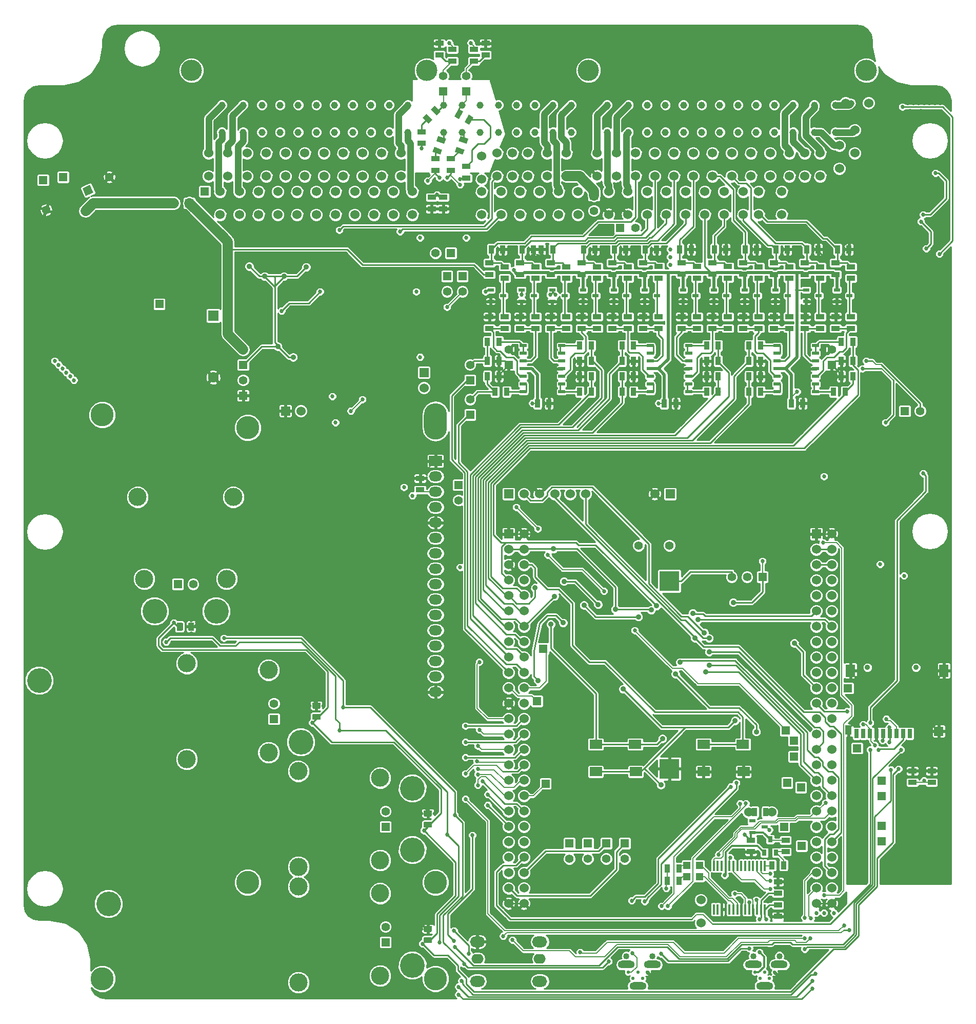
<source format=gbl>
G04 (created by PCBNEW (2013-07-07 BZR 4022)-stable) date 10/09/2014 21:54:22*
%MOIN*%
G04 Gerber Fmt 3.4, Leading zero omitted, Abs format*
%FSLAX34Y34*%
G01*
G70*
G90*
G04 APERTURE LIST*
%ADD10C,0.00393701*%
%ADD11C,0.15*%
%ADD12O,0.085X0.065*%
%ADD13R,0.085X0.065*%
%ADD14O,0.15X0.23622*%
%ADD15C,0.06*%
%ADD16C,0.0453*%
%ADD17C,0.1378*%
%ADD18R,0.055X0.035*%
%ADD19R,0.055X0.055*%
%ADD20C,0.055*%
%ADD21R,0.129528X0.129528*%
%ADD22R,0.06X0.06*%
%ADD23C,0.056*%
%ADD24R,0.0787402X0.0590551*%
%ADD25C,0.07*%
%ADD26R,0.07X0.07*%
%ADD27R,0.0394X0.0236*%
%ADD28R,0.035X0.055*%
%ADD29R,0.045X0.02*%
%ADD30R,0.016X0.065*%
%ADD31R,0.03X0.06*%
%ADD32R,0.04X0.06*%
%ADD33R,0.06X0.08*%
%ADD34C,0.035*%
%ADD35C,0.022*%
%ADD36O,0.11X0.05*%
%ADD37C,0.04*%
%ADD38O,0.0787X0.063*%
%ADD39O,0.0984X0.0709*%
%ADD40C,0.1181*%
%ADD41R,0.045X0.025*%
%ADD42C,0.16*%
%ADD43R,0.025X0.045*%
%ADD44R,0.0315X0.0394*%
%ADD45R,0.0472X0.0472*%
%ADD46R,0.06X0.008*%
%ADD47C,0.027*%
%ADD48C,0.043*%
%ADD49C,0.065*%
%ADD50C,0.01*%
%ADD51C,0.006*%
%ADD52C,0.0085*%
%ADD53C,0.02*%
%ADD54C,0.065*%
%ADD55C,0.012*%
%ADD56C,0.042*%
%ADD57C,0.0544*%
G04 APERTURE END LIST*
G54D10*
G54D11*
X57295Y-42584D03*
X57295Y-72112D03*
X69500Y-72112D03*
G54D12*
X69500Y-58750D03*
X69500Y-59750D03*
G54D13*
X69500Y-44750D03*
G54D12*
X69500Y-45750D03*
X69500Y-46750D03*
X69500Y-47750D03*
X69500Y-48750D03*
X69500Y-49750D03*
X69500Y-50750D03*
X69500Y-51750D03*
X69500Y-52750D03*
X69500Y-53750D03*
X69500Y-54750D03*
X69500Y-55750D03*
X69500Y-56750D03*
X69500Y-57750D03*
G54D14*
X69500Y-42167D03*
G54D11*
X69500Y-78364D03*
X47845Y-41750D03*
X47846Y-78364D03*
G54D15*
X78000Y-24750D03*
X78000Y-26250D03*
X61000Y-24750D03*
X61000Y-26250D03*
X59750Y-24750D03*
X59750Y-26250D03*
X58500Y-24750D03*
X58500Y-26250D03*
X57250Y-24750D03*
X57250Y-26250D03*
X54750Y-24750D03*
X54750Y-26250D03*
X56000Y-24750D03*
X56000Y-26250D03*
X87000Y-27250D03*
X87000Y-28750D03*
G54D16*
X55621Y-21628D03*
X55621Y-23400D03*
X56998Y-23400D03*
X56998Y-21628D03*
X61762Y-21628D03*
X61762Y-23400D03*
X60581Y-23400D03*
X60581Y-21628D03*
X58219Y-21628D03*
X58219Y-23400D03*
X59400Y-23400D03*
X59400Y-21628D03*
X64124Y-21628D03*
X64124Y-23400D03*
X62943Y-23400D03*
X62943Y-21628D03*
X65305Y-21628D03*
X65305Y-23400D03*
X66486Y-23400D03*
X66486Y-21628D03*
X73592Y-21628D03*
X73592Y-23400D03*
X72411Y-23400D03*
X72411Y-21628D03*
X70049Y-21628D03*
X70049Y-23400D03*
X71230Y-23400D03*
X71230Y-21628D03*
X75955Y-21628D03*
X75955Y-23400D03*
X74774Y-23400D03*
X74774Y-21628D03*
X77136Y-21628D03*
X77136Y-23400D03*
X67707Y-21628D03*
X67707Y-23400D03*
X78317Y-23400D03*
X78317Y-21628D03*
X82036Y-23400D03*
X82036Y-21628D03*
X80658Y-23400D03*
X80658Y-21628D03*
X86801Y-23400D03*
X86801Y-21628D03*
X85620Y-23400D03*
X85620Y-21628D03*
X83258Y-23400D03*
X83258Y-21628D03*
X84439Y-23400D03*
X84439Y-21628D03*
X89163Y-23400D03*
X89163Y-21628D03*
X87982Y-23400D03*
X87982Y-21628D03*
X90344Y-23400D03*
X90344Y-21628D03*
X91525Y-23400D03*
X91525Y-21628D03*
X92746Y-23400D03*
X92746Y-21628D03*
X94124Y-23400D03*
X94124Y-21628D03*
G54D17*
X53632Y-19384D03*
X68927Y-19384D03*
X79439Y-19384D03*
G54D16*
X95502Y-23400D03*
X95502Y-21628D03*
G54D17*
X97490Y-19384D03*
G54D15*
X75500Y-24750D03*
X75500Y-26250D03*
X77500Y-27250D03*
X77500Y-28750D03*
X76750Y-24750D03*
X76750Y-26250D03*
X78750Y-27250D03*
X78750Y-28750D03*
X80750Y-27250D03*
X80750Y-28750D03*
X80000Y-24750D03*
X80000Y-26250D03*
X82000Y-27250D03*
X82000Y-28750D03*
X81250Y-24750D03*
X81250Y-26250D03*
X83250Y-27250D03*
X83250Y-28750D03*
X82500Y-24750D03*
X82500Y-26250D03*
X84500Y-27250D03*
X84500Y-28750D03*
X83750Y-24750D03*
X83750Y-26250D03*
X85750Y-27250D03*
X85750Y-28750D03*
X85000Y-24750D03*
X85000Y-26250D03*
X76250Y-27250D03*
X76250Y-28750D03*
X86250Y-24750D03*
X86250Y-26250D03*
X88250Y-27250D03*
X88250Y-28750D03*
X87500Y-24750D03*
X87500Y-26250D03*
X89500Y-27250D03*
X89500Y-28750D03*
X88750Y-24750D03*
X88750Y-26250D03*
X90500Y-27250D03*
X90500Y-28750D03*
X90000Y-24750D03*
X90000Y-26250D03*
X92000Y-27250D03*
X92000Y-28750D03*
X91250Y-24750D03*
X91250Y-26250D03*
X93500Y-24750D03*
X93500Y-26250D03*
X92500Y-24750D03*
X92500Y-26250D03*
X95750Y-24250D03*
X95750Y-25750D03*
X94500Y-24750D03*
X94500Y-26250D03*
X96750Y-23250D03*
X96750Y-24750D03*
X96150Y-21500D03*
X97650Y-21500D03*
X65500Y-27250D03*
X65500Y-28750D03*
X56750Y-27250D03*
X56750Y-28750D03*
X58000Y-27250D03*
X58000Y-28750D03*
X59250Y-27250D03*
X59250Y-28750D03*
X60500Y-27250D03*
X60500Y-28750D03*
X61750Y-27250D03*
X61750Y-28750D03*
X63000Y-27250D03*
X63000Y-28750D03*
X62250Y-24750D03*
X62250Y-26250D03*
X64250Y-27250D03*
X64250Y-28750D03*
X63500Y-24750D03*
X63500Y-26250D03*
X55500Y-27250D03*
X55500Y-28750D03*
X64750Y-24750D03*
X64750Y-26250D03*
X66750Y-27250D03*
X66750Y-28750D03*
X66000Y-24750D03*
X66000Y-26250D03*
X68000Y-27250D03*
X68000Y-28750D03*
X67250Y-24750D03*
X67250Y-26250D03*
X72500Y-27250D03*
X72500Y-28750D03*
X72500Y-24950D03*
X72500Y-26450D03*
G54D18*
X68500Y-45875D03*
X68500Y-46625D03*
G54D19*
X74250Y-38500D03*
G54D20*
X74250Y-37500D03*
G54D19*
X95250Y-38500D03*
G54D20*
X95250Y-37500D03*
G54D19*
X70500Y-31250D03*
G54D20*
X69500Y-31250D03*
G54D21*
X84700Y-52537D03*
X84700Y-64730D03*
G54D19*
X78200Y-69584D03*
G54D20*
X78200Y-70584D03*
G54D19*
X79400Y-69584D03*
G54D20*
X79400Y-70584D03*
G54D19*
X80600Y-69584D03*
G54D20*
X80600Y-70584D03*
G54D19*
X81800Y-69584D03*
G54D20*
X81800Y-70584D03*
G54D19*
X90750Y-52284D03*
G54D20*
X89750Y-52284D03*
X88750Y-52284D03*
G54D22*
X74250Y-49484D03*
G54D15*
X75250Y-49484D03*
X74250Y-50484D03*
X75250Y-50484D03*
X74250Y-51484D03*
X75250Y-51484D03*
X74250Y-52484D03*
X75250Y-52484D03*
X74250Y-53484D03*
X75250Y-53484D03*
X74250Y-54484D03*
X75250Y-54484D03*
X74250Y-55484D03*
X75250Y-55484D03*
X74250Y-56484D03*
X75250Y-56484D03*
X74250Y-57484D03*
X75250Y-57484D03*
X74250Y-58484D03*
X75250Y-58484D03*
X74250Y-59484D03*
X75250Y-59484D03*
X74250Y-60484D03*
X75250Y-60484D03*
X74250Y-61484D03*
X75250Y-61484D03*
X74250Y-62484D03*
X75250Y-62484D03*
X74250Y-63484D03*
X75250Y-63484D03*
X74250Y-64484D03*
X75250Y-64484D03*
X74250Y-65484D03*
X75250Y-65484D03*
X74250Y-66484D03*
X75250Y-66484D03*
X74250Y-67484D03*
X75250Y-67484D03*
X74250Y-68484D03*
X75250Y-68484D03*
X74250Y-69484D03*
X75250Y-69484D03*
X74250Y-70484D03*
X75250Y-70484D03*
X74250Y-71484D03*
X75250Y-71484D03*
X74250Y-72484D03*
X75250Y-72484D03*
X74250Y-73484D03*
X75250Y-73484D03*
G54D22*
X94250Y-49484D03*
G54D15*
X95250Y-49484D03*
X94250Y-50484D03*
X95250Y-50484D03*
X94250Y-51484D03*
X95250Y-51484D03*
X94250Y-52484D03*
X95250Y-52484D03*
X94250Y-53484D03*
X95250Y-53484D03*
X94250Y-54484D03*
X95250Y-54484D03*
X94250Y-55484D03*
X95250Y-55484D03*
X94250Y-56484D03*
X95250Y-56484D03*
X94250Y-57484D03*
X95250Y-57484D03*
X94250Y-58484D03*
X95250Y-58484D03*
X94250Y-59484D03*
X95250Y-59484D03*
X94250Y-60484D03*
X95250Y-60484D03*
X94250Y-61484D03*
X95250Y-61484D03*
X94250Y-62484D03*
X95250Y-62484D03*
X94250Y-63484D03*
X95250Y-63484D03*
X94250Y-64484D03*
X95250Y-64484D03*
X94250Y-65484D03*
X95250Y-65484D03*
X94250Y-66484D03*
X95250Y-66484D03*
X94250Y-67484D03*
X95250Y-67484D03*
X94250Y-68484D03*
X95250Y-68484D03*
X94250Y-69484D03*
X95250Y-69484D03*
X94250Y-70484D03*
X95250Y-70484D03*
X94250Y-71484D03*
X95250Y-71484D03*
X94250Y-72484D03*
X95250Y-72484D03*
X94250Y-73484D03*
X95250Y-73484D03*
G54D22*
X84750Y-46884D03*
G54D15*
X83750Y-46884D03*
G54D22*
X74250Y-46884D03*
G54D15*
X75250Y-46884D03*
X76250Y-46884D03*
X77250Y-46884D03*
X78250Y-46884D03*
X79250Y-46884D03*
G54D23*
X82700Y-50234D03*
X84700Y-50234D03*
G54D24*
X86920Y-63148D03*
X89479Y-63148D03*
X89518Y-64919D03*
X86920Y-64919D03*
X79920Y-63148D03*
X82479Y-63148D03*
X82518Y-64919D03*
X79920Y-64919D03*
G54D18*
X69250Y-27625D03*
X69250Y-28375D03*
G54D10*
G36*
X69679Y-23639D02*
X70196Y-23827D01*
X70076Y-24156D01*
X69559Y-23968D01*
X69679Y-23639D01*
X69679Y-23639D01*
G37*
G36*
X69423Y-24343D02*
X69940Y-24531D01*
X69820Y-24860D01*
X69303Y-24672D01*
X69423Y-24343D01*
X69423Y-24343D01*
G37*
G36*
X69444Y-21666D02*
X69833Y-22055D01*
X69585Y-22303D01*
X69196Y-21914D01*
X69444Y-21666D01*
X69444Y-21666D01*
G37*
G36*
X68914Y-22196D02*
X69303Y-22585D01*
X69055Y-22833D01*
X68666Y-22444D01*
X68914Y-22196D01*
X68914Y-22196D01*
G37*
G36*
X70736Y-22363D02*
X71011Y-21886D01*
X71314Y-22061D01*
X71039Y-22538D01*
X70736Y-22363D01*
X70736Y-22363D01*
G37*
G36*
X71385Y-22738D02*
X71660Y-22261D01*
X71963Y-22436D01*
X71688Y-22913D01*
X71385Y-22738D01*
X71385Y-22738D01*
G37*
G36*
X71129Y-23639D02*
X71646Y-23827D01*
X71526Y-24156D01*
X71009Y-23968D01*
X71129Y-23639D01*
X71129Y-23639D01*
G37*
G36*
X70873Y-24343D02*
X71390Y-24531D01*
X71270Y-24860D01*
X70753Y-24672D01*
X70873Y-24343D01*
X70873Y-24343D01*
G37*
G54D18*
X69500Y-25125D03*
X69500Y-25875D03*
X68600Y-23375D03*
X68600Y-24125D03*
X71500Y-25625D03*
X71500Y-26375D03*
X70500Y-25125D03*
X70500Y-25875D03*
X70000Y-28375D03*
X70000Y-27625D03*
G54D19*
X51556Y-34560D03*
G54D25*
X55056Y-39310D03*
G54D26*
X55056Y-35310D03*
G54D10*
G36*
X46782Y-27541D02*
X46550Y-27043D01*
X47048Y-26810D01*
X47281Y-27309D01*
X46782Y-27541D01*
X46782Y-27541D01*
G37*
G54D20*
X44196Y-28443D03*
G54D19*
X45306Y-26310D03*
G54D20*
X48306Y-26310D03*
G54D19*
X53500Y-28000D03*
G54D20*
X52500Y-28000D03*
G54D22*
X59750Y-41500D03*
G54D15*
X60750Y-41500D03*
G54D27*
X91584Y-34382D03*
X92416Y-34007D03*
X91584Y-33632D03*
X77084Y-34382D03*
X77916Y-34007D03*
X77084Y-33632D03*
X79084Y-34382D03*
X79916Y-34007D03*
X79084Y-33632D03*
X93584Y-34382D03*
X94416Y-34007D03*
X93584Y-33632D03*
X89584Y-34382D03*
X90416Y-34007D03*
X89584Y-33632D03*
X95584Y-34382D03*
X96416Y-34007D03*
X95584Y-33632D03*
X85584Y-34382D03*
X86416Y-34007D03*
X85584Y-33632D03*
X87584Y-34382D03*
X88416Y-34007D03*
X87584Y-33632D03*
X81084Y-34382D03*
X81916Y-34007D03*
X81084Y-33632D03*
X83084Y-34382D03*
X83916Y-34007D03*
X83084Y-33632D03*
X75084Y-34382D03*
X75916Y-34007D03*
X75084Y-33632D03*
X73084Y-34382D03*
X73916Y-34007D03*
X73084Y-33632D03*
G54D19*
X71750Y-41750D03*
G54D20*
X71750Y-40750D03*
G54D19*
X71750Y-39500D03*
G54D20*
X71750Y-38500D03*
G54D28*
X92625Y-41007D03*
X93375Y-41007D03*
X76875Y-41007D03*
X76125Y-41007D03*
X84375Y-41007D03*
X85125Y-41007D03*
X96625Y-39250D03*
X95875Y-39250D03*
X95375Y-40257D03*
X96125Y-40257D03*
X95625Y-31007D03*
X96375Y-31007D03*
X96625Y-38250D03*
X95875Y-38250D03*
X95875Y-37000D03*
X96625Y-37000D03*
X93625Y-31007D03*
X94375Y-31007D03*
X89875Y-38257D03*
X90625Y-38257D03*
X90625Y-37257D03*
X89875Y-37257D03*
X91625Y-31007D03*
X92375Y-31007D03*
X89625Y-31007D03*
X90375Y-31007D03*
X90625Y-40257D03*
X89875Y-40257D03*
X89875Y-39257D03*
X90625Y-39257D03*
G54D18*
X96500Y-35382D03*
X96500Y-36132D03*
X95500Y-31882D03*
X95500Y-32632D03*
X93500Y-35382D03*
X93500Y-36132D03*
X95500Y-35382D03*
X95500Y-36132D03*
X94500Y-35382D03*
X94500Y-36132D03*
X93500Y-31882D03*
X93500Y-32632D03*
X92500Y-35382D03*
X92500Y-36132D03*
X91500Y-31882D03*
X91500Y-32632D03*
X90500Y-35382D03*
X90500Y-36132D03*
G54D28*
X87875Y-39257D03*
X87125Y-39257D03*
G54D18*
X86500Y-35382D03*
X86500Y-36132D03*
X88500Y-35382D03*
X88500Y-36132D03*
X94500Y-32132D03*
X94500Y-32882D03*
X96500Y-32132D03*
X96500Y-32882D03*
G54D28*
X87625Y-31007D03*
X88375Y-31007D03*
X87125Y-40257D03*
X87875Y-40257D03*
X79625Y-39257D03*
X78875Y-39257D03*
X78875Y-40257D03*
X79625Y-40257D03*
X79125Y-31007D03*
X79875Y-31007D03*
X77125Y-31000D03*
X76375Y-31000D03*
X78875Y-37257D03*
X79625Y-37257D03*
X79625Y-38257D03*
X78875Y-38257D03*
G54D18*
X80000Y-35382D03*
X80000Y-36132D03*
X79000Y-35382D03*
X79000Y-36132D03*
X79000Y-31882D03*
X79000Y-32632D03*
X78000Y-35382D03*
X78000Y-36132D03*
X77000Y-35382D03*
X77000Y-36132D03*
X77000Y-31882D03*
X77000Y-32632D03*
X91500Y-35382D03*
X91500Y-36132D03*
X89500Y-35382D03*
X89500Y-36132D03*
X87500Y-35382D03*
X87500Y-36132D03*
X85500Y-35382D03*
X85500Y-36132D03*
G54D28*
X85375Y-31007D03*
X86125Y-31007D03*
G54D18*
X81000Y-35382D03*
X81000Y-36132D03*
X83000Y-35382D03*
X83000Y-36132D03*
G54D28*
X82375Y-37257D03*
X81625Y-37257D03*
X81625Y-38257D03*
X82375Y-38257D03*
G54D18*
X81000Y-31882D03*
X81000Y-32632D03*
X82000Y-35382D03*
X82000Y-36132D03*
X83000Y-31882D03*
X83000Y-32632D03*
X84000Y-35382D03*
X84000Y-36132D03*
G54D28*
X81625Y-39257D03*
X82375Y-39257D03*
X82375Y-40257D03*
X81625Y-40257D03*
X81125Y-31007D03*
X81875Y-31007D03*
X83125Y-31007D03*
X83875Y-31007D03*
G54D18*
X92500Y-32132D03*
X92500Y-32882D03*
X90500Y-32132D03*
X90500Y-32882D03*
X78000Y-32132D03*
X78000Y-32882D03*
X80000Y-32132D03*
X80000Y-32882D03*
X82000Y-32132D03*
X82000Y-32882D03*
G54D28*
X87125Y-37257D03*
X87875Y-37257D03*
X87875Y-38257D03*
X87125Y-38257D03*
X72875Y-38250D03*
X73625Y-38250D03*
X73625Y-37000D03*
X72875Y-37000D03*
X75125Y-31007D03*
X75875Y-31007D03*
X73125Y-31007D03*
X73875Y-31007D03*
X74125Y-40257D03*
X73375Y-40257D03*
X72875Y-39250D03*
X73625Y-39250D03*
G54D18*
X76000Y-35382D03*
X76000Y-36132D03*
X75000Y-35382D03*
X75000Y-36132D03*
X75000Y-31882D03*
X75000Y-32632D03*
X74000Y-35382D03*
X74000Y-36132D03*
X73000Y-35382D03*
X73000Y-36132D03*
X73000Y-31882D03*
X73000Y-32632D03*
X74000Y-32132D03*
X74000Y-32882D03*
X76000Y-32132D03*
X76000Y-32882D03*
G54D29*
X91700Y-40257D03*
X91700Y-39757D03*
X91700Y-39257D03*
X91700Y-38757D03*
X91700Y-38257D03*
X91700Y-37757D03*
X91700Y-37257D03*
X94200Y-37257D03*
X94200Y-37757D03*
X94200Y-38757D03*
X94200Y-39257D03*
X94200Y-39757D03*
X94200Y-40257D03*
X94200Y-38257D03*
X83450Y-40257D03*
X83450Y-39757D03*
X83450Y-39257D03*
X83450Y-38757D03*
X83450Y-38257D03*
X83450Y-37757D03*
X83450Y-37257D03*
X85950Y-37257D03*
X85950Y-37757D03*
X85950Y-38757D03*
X85950Y-39257D03*
X85950Y-39757D03*
X85950Y-40257D03*
X85950Y-38257D03*
X75200Y-40257D03*
X75200Y-39757D03*
X75200Y-39257D03*
X75200Y-38757D03*
X75200Y-38257D03*
X75200Y-37757D03*
X75200Y-37257D03*
X77700Y-37257D03*
X77700Y-37757D03*
X77700Y-38757D03*
X77700Y-39257D03*
X77700Y-39757D03*
X77700Y-40257D03*
X77700Y-38257D03*
G54D18*
X91750Y-72075D03*
X91750Y-72825D03*
X91750Y-74325D03*
X91750Y-73575D03*
G54D30*
X89122Y-71033D03*
X89378Y-71033D03*
X89634Y-71033D03*
X89890Y-71033D03*
X88354Y-73867D03*
X88354Y-71033D03*
X88610Y-71033D03*
X88866Y-71033D03*
X90146Y-73867D03*
X89890Y-73867D03*
X89634Y-73867D03*
X89378Y-73867D03*
X89122Y-73867D03*
X88866Y-73867D03*
X90146Y-71033D03*
X88610Y-73867D03*
X88098Y-73867D03*
X87843Y-73867D03*
X87587Y-73867D03*
X87587Y-71033D03*
X87843Y-71033D03*
X88098Y-71033D03*
X90402Y-71033D03*
X90657Y-71033D03*
X90913Y-71033D03*
X90913Y-73867D03*
X90657Y-73867D03*
X90402Y-73867D03*
G54D31*
X100332Y-62450D03*
X99899Y-62450D03*
X99466Y-62450D03*
X99033Y-62450D03*
X98600Y-62450D03*
X98166Y-62450D03*
X97733Y-62450D03*
X97300Y-62450D03*
X96867Y-62450D03*
G54D32*
X96337Y-62213D03*
G54D33*
X96474Y-58366D03*
X102537Y-58366D03*
G54D22*
X102214Y-62295D03*
G54D34*
X97576Y-58158D03*
X100725Y-58158D03*
G54D19*
X81500Y-29625D03*
G54D20*
X82500Y-29600D03*
G54D19*
X79800Y-27500D03*
G54D20*
X79800Y-28500D03*
G54D19*
X100000Y-41500D03*
G54D20*
X101000Y-41500D03*
G54D19*
X57000Y-38500D03*
G54D20*
X57000Y-37500D03*
G54D19*
X57000Y-40500D03*
G54D20*
X57000Y-39500D03*
G54D22*
X68750Y-39000D03*
G54D15*
X68750Y-40000D03*
X74500Y-24750D03*
X74500Y-26250D03*
X75000Y-27250D03*
X75000Y-28750D03*
X73500Y-24750D03*
X73500Y-26250D03*
X73750Y-27250D03*
X73750Y-28750D03*
G54D18*
X89500Y-31875D03*
X89500Y-32625D03*
X87500Y-31875D03*
X87500Y-32625D03*
X85500Y-31875D03*
X85500Y-32625D03*
X88500Y-32125D03*
X88500Y-32875D03*
X86500Y-32125D03*
X86500Y-32875D03*
X84000Y-32125D03*
X84000Y-32875D03*
G54D35*
X82020Y-77953D03*
X82335Y-78346D03*
X82650Y-77953D03*
X82964Y-78346D03*
X83279Y-77953D03*
G54D36*
X82650Y-78838D03*
X81901Y-77461D03*
X83594Y-77461D03*
G54D37*
X81900Y-76900D03*
X83600Y-76900D03*
X90150Y-76900D03*
X91850Y-76900D03*
G54D35*
X90270Y-77953D03*
X90585Y-78346D03*
X90900Y-77953D03*
X91214Y-78346D03*
X91529Y-77953D03*
G54D36*
X90900Y-78838D03*
X90151Y-77461D03*
X91844Y-77461D03*
G54D18*
X70600Y-18025D03*
X70600Y-18775D03*
X72000Y-18025D03*
X72000Y-18775D03*
G54D19*
X71500Y-20750D03*
G54D20*
X71500Y-19750D03*
G54D19*
X70000Y-20750D03*
G54D20*
X70000Y-19750D03*
G54D38*
X72222Y-77072D03*
X76278Y-77072D03*
G54D39*
X76278Y-75970D03*
X72222Y-75970D03*
X76278Y-78530D03*
X72222Y-78530D03*
G54D18*
X101750Y-65625D03*
X101750Y-64875D03*
X100500Y-65625D03*
X100500Y-64875D03*
G54D19*
X70250Y-32750D03*
G54D20*
X70250Y-33750D03*
G54D19*
X71250Y-32750D03*
G54D20*
X71250Y-33750D03*
G54D19*
X71000Y-46300D03*
G54D20*
X71000Y-47300D03*
G54D19*
X92800Y-62900D03*
X93300Y-69750D03*
X96300Y-59500D03*
X92250Y-62250D03*
X96900Y-63400D03*
X92800Y-63950D03*
X98500Y-65500D03*
X92350Y-65650D03*
X98500Y-66500D03*
X93250Y-65950D03*
X76650Y-65700D03*
X76100Y-60350D03*
X76500Y-56950D03*
X98500Y-68450D03*
X92150Y-68500D03*
X98500Y-69450D03*
G54D40*
X60593Y-78610D03*
X60593Y-72390D03*
X65907Y-78177D03*
X65907Y-72823D03*
G54D18*
X69000Y-75875D03*
X69000Y-75125D03*
G54D41*
X69000Y-75800D03*
X69000Y-75200D03*
G54D19*
X66250Y-76000D03*
G54D20*
X66250Y-75000D03*
G54D42*
X68000Y-77500D03*
X48250Y-73500D03*
G54D40*
X60593Y-71110D03*
X60593Y-64890D03*
X65907Y-70677D03*
X65907Y-65323D03*
G54D18*
X69000Y-68375D03*
X69000Y-67625D03*
G54D41*
X69000Y-68300D03*
X69000Y-67700D03*
G54D19*
X66250Y-68500D03*
G54D20*
X66250Y-67500D03*
G54D42*
X68000Y-70000D03*
X68000Y-66000D03*
G54D40*
X53343Y-64110D03*
X53343Y-57890D03*
X58657Y-63677D03*
X58657Y-58323D03*
G54D18*
X61750Y-61375D03*
X61750Y-60625D03*
G54D41*
X61750Y-61300D03*
X61750Y-60700D03*
G54D19*
X59000Y-61500D03*
G54D20*
X59000Y-60500D03*
G54D42*
X43750Y-59000D03*
X60750Y-63000D03*
G54D40*
X50140Y-47093D03*
X56360Y-47093D03*
X50573Y-52407D03*
X55927Y-52407D03*
G54D28*
X52875Y-55500D03*
X53625Y-55500D03*
G54D43*
X52950Y-55500D03*
X53550Y-55500D03*
G54D19*
X52750Y-52750D03*
G54D20*
X53750Y-52750D03*
G54D42*
X55250Y-54500D03*
X51250Y-54500D03*
G54D19*
X54500Y-27250D03*
X44000Y-26500D03*
G54D44*
X91250Y-69317D03*
X90875Y-70183D03*
X91625Y-70183D03*
G54D27*
X90084Y-68875D03*
X90916Y-68500D03*
X90084Y-68125D03*
G54D15*
X86750Y-73250D03*
X86750Y-74750D03*
G54D28*
X84575Y-71200D03*
X85325Y-71200D03*
X84575Y-72000D03*
X85325Y-72000D03*
G54D18*
X90000Y-69375D03*
X90000Y-70125D03*
G54D28*
X92125Y-71000D03*
X91375Y-71000D03*
G54D18*
X92250Y-70125D03*
X92250Y-69375D03*
G54D45*
X85837Y-71000D03*
X86663Y-71000D03*
X85837Y-71750D03*
X86663Y-71750D03*
G54D46*
X90100Y-67550D03*
G54D28*
X90975Y-67550D03*
X90225Y-67550D03*
G54D15*
X89850Y-67550D03*
X91350Y-67550D03*
G54D46*
X91100Y-67550D03*
G54D18*
X69750Y-17625D03*
X69750Y-18375D03*
X72750Y-17625D03*
X72750Y-18375D03*
G54D34*
X76170Y-59004D03*
X77800Y-55259D03*
G54D47*
X84750Y-32000D03*
X94750Y-45750D03*
X62800Y-40550D03*
X68250Y-33750D03*
X68500Y-38000D03*
X63000Y-42250D03*
X91200Y-68700D03*
X84500Y-72500D03*
X72750Y-33750D03*
X101250Y-65500D03*
X70400Y-17600D03*
X71800Y-17600D03*
X93000Y-40250D03*
X84000Y-41000D03*
X75800Y-41000D03*
X71500Y-30250D03*
X68500Y-30250D03*
X76950Y-33950D03*
X77300Y-33950D03*
X75100Y-33950D03*
X74600Y-32350D03*
X93000Y-33632D03*
X45250Y-38750D03*
X45500Y-39000D03*
X45750Y-39250D03*
X46000Y-39500D03*
X45000Y-38500D03*
X44750Y-38250D03*
X69600Y-27450D03*
X72250Y-65800D03*
X64000Y-41500D03*
X64750Y-40750D03*
X67200Y-29850D03*
X63250Y-29750D03*
X67450Y-46450D03*
X68000Y-47000D03*
X71100Y-51650D03*
G54D48*
X46750Y-28500D03*
G54D34*
X83866Y-54158D03*
X75975Y-52984D03*
X80073Y-54068D03*
X77850Y-52564D03*
X77235Y-53529D03*
G54D47*
X52500Y-55250D03*
X68750Y-68750D03*
X61500Y-61750D03*
X99600Y-64750D03*
X99000Y-63000D03*
X68650Y-76100D03*
X99950Y-52200D03*
X99000Y-62050D03*
X98400Y-51450D03*
X97250Y-38750D03*
X84750Y-31500D03*
X98750Y-42250D03*
X97500Y-38250D03*
X84750Y-31000D03*
X97750Y-61750D03*
X97750Y-63500D03*
X101200Y-45550D03*
X96250Y-61000D03*
X62000Y-33750D03*
X59500Y-35000D03*
X96050Y-74900D03*
X71450Y-66700D03*
X71450Y-65050D03*
X73900Y-75600D03*
X96400Y-75200D03*
G54D34*
X85400Y-57821D03*
G54D47*
X71450Y-64000D03*
X71450Y-61950D03*
X71450Y-63000D03*
G54D34*
X58400Y-32755D03*
X57400Y-32105D03*
X61100Y-32155D03*
X59650Y-32755D03*
X60250Y-38005D03*
X59250Y-37305D03*
X86225Y-54634D03*
X86576Y-55038D03*
G54D47*
X80450Y-53200D03*
X76800Y-50850D03*
X82450Y-55750D03*
X74750Y-47750D03*
X76150Y-49150D03*
X101400Y-30950D03*
X101050Y-29200D03*
X99850Y-21750D03*
X102250Y-31300D03*
X91250Y-71550D03*
X91250Y-72000D03*
X98300Y-63500D03*
X91000Y-74500D03*
X90550Y-74500D03*
X88950Y-72850D03*
X88300Y-71650D03*
X89900Y-73400D03*
X91250Y-72550D03*
X90550Y-76650D03*
X94700Y-50050D03*
X94750Y-72950D03*
G54D34*
X92825Y-56584D03*
G54D47*
X84610Y-73660D03*
X89680Y-66990D03*
X88700Y-65900D03*
X82250Y-73300D03*
X89050Y-65650D03*
X83100Y-73350D03*
X82300Y-76700D03*
X84200Y-73650D03*
X89300Y-67000D03*
X72250Y-65100D03*
X72900Y-66400D03*
X72550Y-65550D03*
X72900Y-67100D03*
X52000Y-56500D03*
X63250Y-62250D03*
X70250Y-69000D03*
X69750Y-76000D03*
X99750Y-63500D03*
X70750Y-76300D03*
X98550Y-62900D03*
G54D34*
X87284Y-56253D03*
G54D47*
X98800Y-61500D03*
X88650Y-70500D03*
X87900Y-70300D03*
X94850Y-66950D03*
X93850Y-75750D03*
X93900Y-74450D03*
X74500Y-75850D03*
X70250Y-34750D03*
X78900Y-76650D03*
X93500Y-74400D03*
X93500Y-75750D03*
G54D34*
X90350Y-62334D03*
X85095Y-58580D03*
X87289Y-58019D03*
X87058Y-58451D03*
X87289Y-57143D03*
G54D47*
X72250Y-63250D03*
X72200Y-64250D03*
X72250Y-64750D03*
X72350Y-57800D03*
X72350Y-62200D03*
X90750Y-51250D03*
G54D34*
X88850Y-53934D03*
X77175Y-50459D03*
X81700Y-59559D03*
X88975Y-61609D03*
X84150Y-65784D03*
X81185Y-54384D03*
X83522Y-54423D03*
G54D47*
X70700Y-75900D03*
X71900Y-69050D03*
X99100Y-64800D03*
X93500Y-76450D03*
X89900Y-76400D03*
X84150Y-76750D03*
X80750Y-77250D03*
X98050Y-63200D03*
X97300Y-61850D03*
X71650Y-76750D03*
X70700Y-75250D03*
X55750Y-56250D03*
X63500Y-60750D03*
X70750Y-67750D03*
X71350Y-77400D03*
X94200Y-78050D03*
X94250Y-74100D03*
X71200Y-78500D03*
G54D34*
X86969Y-55895D03*
G54D47*
X94750Y-74100D03*
X94000Y-78500D03*
X71000Y-78900D03*
X95400Y-74100D03*
X94000Y-79000D03*
X71000Y-79400D03*
G54D34*
X86351Y-56242D03*
G54D47*
X72250Y-17500D03*
X69250Y-17500D03*
X88000Y-69600D03*
X89100Y-70500D03*
X86800Y-69400D03*
X89750Y-72450D03*
X64750Y-30500D03*
X102250Y-35500D03*
X99750Y-35500D03*
X101000Y-34250D03*
X101000Y-36750D03*
X87750Y-51550D03*
X54000Y-55250D03*
X68750Y-67250D03*
X61500Y-60250D03*
X99400Y-24350D03*
X100150Y-25050D03*
X100300Y-24700D03*
X99950Y-24700D03*
X100100Y-24350D03*
X99750Y-24350D03*
X100500Y-25050D03*
X98750Y-23500D03*
X98400Y-23500D03*
X98800Y-22300D03*
X98950Y-22600D03*
X98600Y-22600D03*
X98250Y-22600D03*
X98050Y-22900D03*
X98400Y-22900D03*
X98750Y-22900D03*
X99100Y-22900D03*
X98950Y-23200D03*
X98600Y-23200D03*
X98250Y-23200D03*
X98050Y-23500D03*
X100050Y-23200D03*
X100050Y-22850D03*
X100050Y-22500D03*
X100050Y-22150D03*
X102300Y-22350D03*
X102000Y-22200D03*
X100700Y-22450D03*
X100700Y-22800D03*
X100350Y-22700D03*
X100350Y-23000D03*
X100350Y-22350D03*
X100350Y-22000D03*
X100700Y-22100D03*
X101050Y-22000D03*
X101050Y-22350D03*
X101050Y-22700D03*
X101350Y-22150D03*
X101700Y-22150D03*
X102650Y-22500D03*
X102750Y-22750D03*
X100050Y-23550D03*
X100050Y-23900D03*
X99100Y-23500D03*
X98950Y-23800D03*
X98600Y-23800D03*
X98250Y-23800D03*
X98050Y-24100D03*
X98400Y-24100D03*
X98750Y-24100D03*
X98400Y-22300D03*
X98050Y-22300D03*
X102300Y-21500D03*
X102650Y-21500D03*
X100550Y-21500D03*
X100200Y-21500D03*
X99900Y-21200D03*
X101950Y-21500D03*
X101600Y-21500D03*
X101250Y-21500D03*
X100900Y-21500D03*
X101450Y-21200D03*
X101800Y-21200D03*
X101100Y-21200D03*
X100750Y-21200D03*
X100400Y-21200D03*
X100200Y-20900D03*
X100550Y-20900D03*
X100900Y-20900D03*
X99950Y-20500D03*
X100350Y-20600D03*
X100700Y-20600D03*
X101100Y-20600D03*
X101400Y-20600D03*
X101750Y-20600D03*
X102100Y-20600D03*
X102700Y-20900D03*
X102300Y-20900D03*
X101950Y-20900D03*
X101600Y-20900D03*
X101250Y-20900D03*
X99500Y-20450D03*
X99150Y-20450D03*
X102900Y-21750D03*
X102900Y-21200D03*
X102500Y-21200D03*
X102150Y-21200D03*
X97800Y-20900D03*
X97400Y-20900D03*
X97050Y-20900D03*
X96650Y-20900D03*
X95650Y-20900D03*
X95650Y-20250D03*
X95850Y-20600D03*
X95950Y-20900D03*
X96300Y-20900D03*
X96150Y-20600D03*
X96500Y-20600D03*
X97600Y-20600D03*
X97250Y-20600D03*
X96850Y-20600D03*
X98800Y-20450D03*
X98450Y-20450D03*
X102250Y-26750D03*
X102250Y-27250D03*
X102000Y-27500D03*
X99200Y-29450D03*
X98900Y-29450D03*
X98600Y-29450D03*
X98300Y-29450D03*
X97950Y-29450D03*
X98150Y-29200D03*
X98450Y-29200D03*
X98750Y-29200D03*
X99050Y-29200D03*
X99350Y-29200D03*
X97800Y-30100D03*
X98150Y-30100D03*
X98450Y-30100D03*
X98750Y-30100D03*
X99000Y-30100D03*
X99250Y-29900D03*
X98900Y-29900D03*
X98600Y-29900D03*
X98300Y-29900D03*
X97950Y-29900D03*
X97750Y-29650D03*
X98100Y-29650D03*
X98450Y-29650D03*
X98750Y-29650D03*
X99050Y-29650D03*
X99400Y-29650D03*
X99650Y-29850D03*
X99500Y-30100D03*
X99650Y-30250D03*
X68650Y-74900D03*
X99100Y-24100D03*
X98100Y-62000D03*
X102150Y-58800D03*
X96850Y-58850D03*
X96600Y-61850D03*
X101850Y-61950D03*
X100600Y-61150D03*
X64150Y-38900D03*
X67450Y-37150D03*
X64100Y-37450D03*
X63225Y-39475D03*
X80000Y-74150D03*
X79150Y-74850D03*
X101250Y-64750D03*
X96750Y-64250D03*
X88250Y-78950D03*
X88250Y-75950D03*
X82600Y-73450D03*
X85500Y-41000D03*
X93750Y-41000D03*
X77250Y-41000D03*
X59550Y-32200D03*
G54D49*
X54306Y-32060D03*
X55056Y-32810D03*
G54D47*
X58650Y-32250D03*
X70500Y-36950D03*
X70400Y-36050D03*
X85450Y-61750D03*
X76500Y-31450D03*
X76300Y-31700D03*
X75950Y-31700D03*
X75500Y-31600D03*
X75800Y-31450D03*
X76150Y-31450D03*
X87300Y-75800D03*
X92250Y-72200D03*
X92250Y-74200D03*
X98750Y-45750D03*
X56600Y-33300D03*
X56950Y-33300D03*
X57350Y-33300D03*
X57800Y-33300D03*
X57550Y-33550D03*
X57200Y-33550D03*
X56800Y-33555D03*
X56600Y-33850D03*
X56950Y-33850D03*
X57350Y-33850D03*
X57800Y-33850D03*
X62000Y-36350D03*
X70500Y-28250D03*
X68750Y-29000D03*
X71250Y-29000D03*
X91900Y-76350D03*
X89350Y-73350D03*
X88100Y-73250D03*
X79250Y-78450D03*
X80250Y-75700D03*
X99250Y-46250D03*
X73350Y-30400D03*
X73600Y-30050D03*
X73700Y-29550D03*
X74150Y-29550D03*
X73950Y-29850D03*
X73950Y-30250D03*
X74350Y-30250D03*
X74350Y-29850D03*
X74600Y-29550D03*
X74950Y-29550D03*
X75300Y-29550D03*
X75650Y-29550D03*
X76050Y-29550D03*
X76350Y-29550D03*
X76550Y-29850D03*
X76200Y-29850D03*
X75850Y-29850D03*
X75450Y-30050D03*
X66750Y-42250D03*
X79750Y-29950D03*
X81600Y-33450D03*
X80700Y-34850D03*
X80350Y-34850D03*
X80200Y-34500D03*
X80550Y-34500D03*
X80400Y-34150D03*
X80400Y-33800D03*
X80200Y-33550D03*
X80400Y-33350D03*
X74100Y-31650D03*
X74450Y-31350D03*
X80650Y-30900D03*
X80650Y-31400D03*
X76500Y-35000D03*
X76400Y-34750D03*
X76750Y-34750D03*
X76200Y-34400D03*
X76600Y-34400D03*
X76400Y-34100D03*
X76300Y-33700D03*
X76600Y-33750D03*
X76600Y-33400D03*
X77250Y-33100D03*
X76900Y-33100D03*
X76550Y-33100D03*
X76250Y-33400D03*
X74550Y-33050D03*
X75000Y-33100D03*
X75350Y-33300D03*
X93100Y-30300D03*
X92750Y-30300D03*
X92900Y-30050D03*
X93150Y-29800D03*
X92750Y-29750D03*
X92950Y-29500D03*
X92650Y-28850D03*
X96800Y-33400D03*
G54D34*
X93600Y-34857D03*
X92800Y-31007D03*
G54D47*
X92950Y-31700D03*
X92950Y-31400D03*
X93150Y-31200D03*
X94000Y-32900D03*
X94100Y-31550D03*
X94450Y-31650D03*
X94750Y-31500D03*
X94950Y-31700D03*
X94000Y-33250D03*
X93350Y-33100D03*
X93650Y-33250D03*
X94050Y-33650D03*
X94750Y-34850D03*
X95050Y-34950D03*
X95200Y-34650D03*
X94750Y-34450D03*
X95100Y-34300D03*
X94850Y-34150D03*
X95150Y-33900D03*
X94850Y-33850D03*
X95000Y-33150D03*
X95000Y-33500D03*
X101300Y-30000D03*
X99850Y-32150D03*
X99900Y-31400D03*
X99650Y-31750D03*
X99450Y-32050D03*
X99050Y-32100D03*
X98650Y-32100D03*
X98900Y-31750D03*
X99250Y-31700D03*
X99650Y-30850D03*
X99450Y-31350D03*
X99300Y-31050D03*
X99050Y-31350D03*
X98700Y-31350D03*
X98850Y-31000D03*
X98500Y-31000D03*
X98150Y-31000D03*
X97800Y-31000D03*
X97700Y-29050D03*
X97450Y-29300D03*
X97400Y-29000D03*
X97150Y-29200D03*
X97000Y-29000D03*
X96800Y-29150D03*
X96650Y-29000D03*
X96450Y-29150D03*
X96300Y-28900D03*
X96100Y-28650D03*
X96050Y-29100D03*
X96850Y-31600D03*
X96850Y-31250D03*
X97100Y-30750D03*
X97100Y-30450D03*
X97100Y-30150D03*
X97100Y-29837D03*
X96100Y-30500D03*
X96100Y-30000D03*
X96000Y-29500D03*
X95850Y-29750D03*
X95600Y-30000D03*
X95850Y-30250D03*
X95713Y-29463D03*
X95500Y-29700D03*
X95240Y-29950D03*
X95347Y-30252D03*
X95600Y-30400D03*
X95000Y-29100D03*
X94750Y-27000D03*
X94750Y-27500D03*
X94650Y-28500D03*
X94650Y-28000D03*
X94900Y-27750D03*
X94900Y-28250D03*
X94900Y-28750D03*
X101000Y-27250D03*
X101000Y-26750D03*
X101000Y-26250D03*
X101000Y-25750D03*
X100750Y-25500D03*
X100750Y-26000D03*
X100750Y-26500D03*
X100750Y-27000D03*
X100250Y-27500D03*
X100750Y-27500D03*
X100500Y-27250D03*
X100500Y-26750D03*
X100500Y-26250D03*
X100500Y-25750D03*
X100250Y-25500D03*
X100250Y-26000D03*
X100250Y-26500D03*
X100250Y-27000D03*
X98750Y-26250D03*
X98250Y-26250D03*
X97750Y-26250D03*
X97250Y-26250D03*
X97000Y-26500D03*
X97500Y-26500D03*
X98000Y-26500D03*
X98500Y-26500D03*
X98750Y-26750D03*
X98500Y-27000D03*
X98250Y-26750D03*
X98000Y-27000D03*
X97750Y-26750D03*
X97500Y-27000D03*
X97250Y-26750D03*
X97000Y-27000D03*
X79750Y-31500D03*
X94000Y-34750D03*
X52500Y-21500D03*
G54D34*
X92370Y-64884D03*
X77310Y-52344D03*
X79961Y-56815D03*
X92400Y-52984D03*
X92900Y-54409D03*
X87150Y-50184D03*
X82750Y-51234D03*
X92400Y-47584D03*
X81107Y-52276D03*
X78300Y-48884D03*
X81450Y-47534D03*
X80650Y-48334D03*
X78850Y-47884D03*
X78914Y-49892D03*
G54D49*
X51556Y-39060D03*
X49056Y-33560D03*
X49056Y-31810D03*
X52056Y-31310D03*
X52056Y-29810D03*
X53556Y-29810D03*
X52806Y-30560D03*
X53556Y-31310D03*
X52806Y-32060D03*
X52056Y-32810D03*
X52806Y-33560D03*
X53556Y-32810D03*
X55056Y-34310D03*
X54306Y-33560D03*
X55056Y-31310D03*
X54306Y-30560D03*
X50306Y-28810D03*
G54D34*
X90800Y-31057D03*
X88800Y-31007D03*
X86550Y-31007D03*
X84250Y-31007D03*
X82250Y-31007D03*
X74300Y-31007D03*
X78900Y-38757D03*
X73100Y-34857D03*
X75100Y-34857D03*
X77100Y-34857D03*
X79100Y-34857D03*
X81100Y-34857D03*
X83100Y-34857D03*
X85600Y-34857D03*
X87600Y-34857D03*
X89600Y-34857D03*
X91600Y-34857D03*
X82400Y-38757D03*
X87150Y-38757D03*
X90650Y-38757D03*
X95600Y-34857D03*
X93375Y-39157D03*
X85125Y-39132D03*
X76875Y-39132D03*
X60275Y-33855D03*
X60525Y-33355D03*
X60775Y-33855D03*
X61025Y-33355D03*
X61275Y-33855D03*
X61525Y-33355D03*
X59650Y-38505D03*
X59400Y-39005D03*
X59150Y-38505D03*
X58900Y-39005D03*
X58650Y-38505D03*
X58375Y-39005D03*
X57800Y-29505D03*
X59475Y-29455D03*
X60850Y-29505D03*
X56500Y-29555D03*
X58050Y-35305D03*
X59950Y-35355D03*
X59600Y-34405D03*
X58400Y-34405D03*
X57400Y-35055D03*
X61100Y-35055D03*
X59250Y-40255D03*
X60300Y-39505D03*
G54D47*
X101200Y-28750D03*
X102000Y-26050D03*
X89600Y-69000D03*
X90350Y-73250D03*
X71100Y-26450D03*
X69000Y-26550D03*
X69750Y-26350D03*
X68600Y-24450D03*
X71100Y-26800D03*
X70250Y-26350D03*
G54D34*
X82689Y-54867D03*
X79150Y-54115D03*
X76993Y-55349D03*
X84250Y-62784D03*
G54D50*
X75890Y-57084D02*
X75890Y-58724D01*
X75890Y-58724D02*
X76170Y-59004D01*
X75890Y-57084D02*
X76275Y-55284D01*
X77325Y-54784D02*
X77800Y-55259D01*
X76775Y-54784D02*
X77325Y-54784D01*
X76275Y-55284D02*
X76775Y-54784D01*
G54D51*
X90916Y-68500D02*
X91000Y-68500D01*
X91000Y-68500D02*
X91200Y-68700D01*
X84575Y-71200D02*
X84575Y-72000D01*
X84575Y-72000D02*
X84500Y-72075D01*
X84500Y-72075D02*
X84500Y-72500D01*
G54D52*
X73084Y-33632D02*
X72867Y-33632D01*
X72867Y-33632D02*
X72750Y-33750D01*
G54D51*
X101750Y-65625D02*
X100500Y-65625D01*
X101375Y-65625D02*
X101750Y-65625D01*
X101250Y-65500D02*
X101375Y-65625D01*
X70600Y-18025D02*
X70600Y-17800D01*
X70600Y-17800D02*
X70400Y-17600D01*
X72000Y-18025D02*
X72000Y-17800D01*
X72000Y-17800D02*
X71800Y-17600D01*
X92625Y-41007D02*
X92625Y-40625D01*
X92625Y-40625D02*
X93000Y-40250D01*
X84375Y-41007D02*
X84007Y-41007D01*
X84007Y-41007D02*
X84000Y-41000D01*
X76125Y-41007D02*
X75807Y-41007D01*
X75807Y-41007D02*
X75800Y-41000D01*
G54D52*
X77084Y-33632D02*
X77084Y-33816D01*
X77084Y-33816D02*
X76950Y-33950D01*
X77084Y-33632D02*
X77084Y-33734D01*
X77084Y-33734D02*
X77300Y-33950D01*
X75084Y-33632D02*
X75084Y-33934D01*
X75084Y-33934D02*
X75100Y-33950D01*
X75000Y-32632D02*
X74882Y-32632D01*
X74882Y-32632D02*
X74600Y-32350D01*
X93584Y-33632D02*
X93000Y-33632D01*
X87000Y-28750D02*
X87000Y-32125D01*
X87000Y-32125D02*
X87500Y-32625D01*
X70000Y-27625D02*
X69775Y-27625D01*
X69775Y-27625D02*
X69600Y-27450D01*
X69425Y-27625D02*
X69250Y-27625D01*
X69600Y-27450D02*
X69425Y-27625D01*
G54D50*
X95250Y-50484D02*
X94250Y-50484D01*
G54D53*
X75000Y-32632D02*
X74825Y-32632D01*
X74825Y-32632D02*
X74700Y-32507D01*
X93000Y-32507D02*
X93000Y-38007D01*
X93000Y-38007D02*
X92250Y-38757D01*
X92250Y-38757D02*
X91900Y-38757D01*
X92625Y-41007D02*
X92625Y-39132D01*
X92625Y-39132D02*
X92250Y-38757D01*
X92250Y-38757D02*
X91900Y-38757D01*
X75750Y-38757D02*
X75400Y-38757D01*
X76125Y-41007D02*
X76125Y-39132D01*
X76125Y-39132D02*
X75750Y-38757D01*
X75750Y-38757D02*
X75400Y-38757D01*
X79084Y-33632D02*
X79084Y-32716D01*
G54D50*
X79084Y-32716D02*
X79000Y-32632D01*
G54D53*
X81084Y-33632D02*
X81084Y-32716D01*
G54D50*
X81084Y-32716D02*
X81000Y-32632D01*
G54D53*
X83084Y-33632D02*
X83084Y-32716D01*
G54D50*
X83084Y-32716D02*
X83000Y-32632D01*
G54D53*
X85584Y-33632D02*
X85584Y-32716D01*
G54D50*
X85584Y-32716D02*
X85500Y-32632D01*
G54D53*
X87584Y-33632D02*
X87584Y-32716D01*
G54D50*
X87584Y-32716D02*
X87500Y-32632D01*
G54D53*
X89584Y-33632D02*
X89584Y-32716D01*
G54D50*
X89584Y-32716D02*
X89500Y-32632D01*
G54D53*
X91584Y-33632D02*
X91584Y-32716D01*
G54D50*
X91584Y-32716D02*
X91500Y-32632D01*
X93584Y-32716D02*
X93500Y-32632D01*
G54D53*
X95584Y-33632D02*
X95584Y-32716D01*
G54D50*
X95584Y-32716D02*
X95500Y-32632D01*
X93500Y-32632D02*
X93625Y-32632D01*
X95375Y-32507D02*
X95500Y-32632D01*
G54D53*
X93750Y-32507D02*
X95375Y-32507D01*
G54D50*
X93625Y-32632D02*
X93750Y-32507D01*
X91500Y-32632D02*
X91625Y-32632D01*
X93375Y-32507D02*
X93500Y-32632D01*
G54D53*
X91750Y-32507D02*
X93000Y-32507D01*
X93000Y-32507D02*
X93375Y-32507D01*
G54D50*
X91625Y-32632D02*
X91750Y-32507D01*
X89500Y-32632D02*
X89625Y-32632D01*
X91375Y-32507D02*
X91500Y-32632D01*
G54D53*
X89750Y-32507D02*
X91375Y-32507D01*
G54D50*
X89625Y-32632D02*
X89750Y-32507D01*
X87500Y-32632D02*
X87625Y-32632D01*
X89375Y-32507D02*
X89500Y-32632D01*
G54D53*
X87750Y-32507D02*
X89375Y-32507D01*
G54D50*
X87625Y-32632D02*
X87750Y-32507D01*
X85500Y-32632D02*
X85625Y-32632D01*
X87375Y-32507D02*
X87500Y-32632D01*
G54D53*
X85750Y-32507D02*
X87375Y-32507D01*
G54D50*
X85625Y-32632D02*
X85750Y-32507D01*
G54D53*
X84375Y-41007D02*
X84375Y-39132D01*
X84375Y-39132D02*
X84000Y-38757D01*
X84000Y-38757D02*
X83650Y-38757D01*
X84625Y-32507D02*
X84625Y-38132D01*
X84000Y-38757D02*
X83650Y-38757D01*
X84625Y-38132D02*
X84000Y-38757D01*
G54D50*
X84625Y-32507D02*
X84500Y-32507D01*
X83000Y-32632D02*
X83125Y-32632D01*
X83125Y-32632D02*
X83250Y-32507D01*
G54D53*
X83250Y-32507D02*
X84500Y-32507D01*
X85375Y-32507D02*
X85500Y-32632D01*
X84500Y-32507D02*
X84750Y-32507D01*
X84750Y-32507D02*
X85375Y-32507D01*
G54D50*
X81000Y-32632D02*
X81125Y-32632D01*
X82875Y-32507D02*
X83000Y-32632D01*
G54D53*
X81250Y-32507D02*
X82875Y-32507D01*
G54D50*
X81125Y-32632D02*
X81250Y-32507D01*
X79000Y-32632D02*
X79125Y-32632D01*
X80875Y-32507D02*
X81000Y-32632D01*
G54D53*
X79250Y-32507D02*
X80875Y-32507D01*
G54D50*
X79125Y-32632D02*
X79250Y-32507D01*
X77000Y-32632D02*
X77125Y-32632D01*
X78875Y-32507D02*
X79000Y-32632D01*
G54D53*
X77250Y-32507D02*
X78875Y-32507D01*
G54D50*
X77125Y-32632D02*
X77250Y-32507D01*
X75000Y-32632D02*
X75125Y-32632D01*
X76875Y-32507D02*
X77000Y-32632D01*
G54D53*
X75250Y-32507D02*
X76500Y-32507D01*
X76500Y-32507D02*
X76875Y-32507D01*
G54D50*
X75125Y-32632D02*
X75250Y-32507D01*
G54D51*
X74250Y-66484D02*
X73984Y-66484D01*
X72250Y-65450D02*
X72250Y-65800D01*
X72450Y-65250D02*
X72250Y-65450D01*
X72750Y-65250D02*
X72450Y-65250D01*
X73984Y-66484D02*
X72750Y-65250D01*
X64000Y-41500D02*
X64750Y-40750D01*
G54D52*
X67200Y-29850D02*
X67379Y-29670D01*
X67379Y-29670D02*
X72829Y-29670D01*
X72829Y-29670D02*
X73750Y-28750D01*
X63250Y-29750D02*
X63500Y-29500D01*
X63500Y-29500D02*
X72650Y-29500D01*
X72650Y-29500D02*
X73150Y-29000D01*
X73150Y-29000D02*
X73150Y-26600D01*
X73150Y-26600D02*
X73500Y-26250D01*
G54D54*
X52500Y-28000D02*
X47250Y-28000D01*
X47250Y-28000D02*
X46750Y-28500D01*
G54D52*
X90500Y-28750D02*
X90600Y-28750D01*
X94917Y-30300D02*
X95625Y-31007D01*
X94700Y-30300D02*
X94917Y-30300D01*
X93600Y-29200D02*
X94700Y-30300D01*
X91050Y-29200D02*
X93600Y-29200D01*
X90600Y-28750D02*
X91050Y-29200D01*
G54D50*
X95500Y-31882D02*
X96250Y-31882D01*
X96250Y-31882D02*
X96500Y-32132D01*
X95625Y-31007D02*
X95625Y-31757D01*
X95625Y-31757D02*
X95500Y-31882D01*
G54D52*
X77125Y-31007D02*
X77125Y-30925D01*
X83750Y-29661D02*
X83750Y-26250D01*
X83151Y-30259D02*
X83750Y-29661D01*
X81309Y-30259D02*
X83151Y-30259D01*
X81139Y-30429D02*
X81309Y-30259D01*
X79479Y-30429D02*
X81139Y-30429D01*
X79309Y-30600D02*
X79479Y-30429D01*
X77450Y-30600D02*
X79309Y-30600D01*
X77125Y-30925D02*
X77450Y-30600D01*
G54D50*
X77000Y-31882D02*
X77750Y-31882D01*
X77750Y-31882D02*
X78000Y-32132D01*
X77125Y-31007D02*
X77125Y-31757D01*
X77125Y-31757D02*
X77000Y-31882D01*
G54D52*
X83250Y-28750D02*
X83250Y-29689D01*
X75702Y-30429D02*
X75125Y-31007D01*
X79239Y-30429D02*
X75702Y-30429D01*
X79409Y-30259D02*
X79239Y-30429D01*
X81068Y-30259D02*
X79409Y-30259D01*
X81238Y-30089D02*
X81068Y-30259D01*
X82850Y-30089D02*
X81238Y-30089D01*
X83250Y-29689D02*
X82850Y-30089D01*
G54D50*
X75000Y-31882D02*
X75750Y-31882D01*
X75750Y-31882D02*
X76000Y-32132D01*
X75125Y-31007D02*
X75125Y-31757D01*
X75125Y-31757D02*
X75000Y-31882D01*
X75125Y-30782D02*
X75125Y-31007D01*
G54D52*
X82500Y-26250D02*
X82500Y-28900D01*
X73532Y-30600D02*
X73125Y-31007D01*
X75292Y-30600D02*
X73532Y-30600D01*
X75732Y-30159D02*
X75292Y-30600D01*
X79099Y-30159D02*
X75732Y-30159D01*
X80059Y-29200D02*
X79099Y-30159D01*
X82200Y-29200D02*
X80059Y-29200D01*
X82500Y-28900D02*
X82200Y-29200D01*
G54D50*
X73000Y-31882D02*
X73750Y-31882D01*
X73750Y-31882D02*
X74000Y-32132D01*
X73125Y-31007D02*
X73125Y-31757D01*
X73125Y-31757D02*
X73000Y-31882D01*
X73125Y-30832D02*
X73125Y-31007D01*
G54D52*
X93625Y-31007D02*
X93625Y-30925D01*
X89200Y-26700D02*
X88750Y-26250D01*
X89700Y-26700D02*
X89200Y-26700D01*
X90000Y-27000D02*
X89700Y-26700D01*
X90000Y-29009D02*
X90000Y-27000D01*
X91590Y-30600D02*
X90000Y-29009D01*
X93300Y-30600D02*
X91590Y-30600D01*
X93625Y-30925D02*
X93300Y-30600D01*
G54D50*
X93625Y-30732D02*
X93625Y-31007D01*
X93500Y-31882D02*
X94250Y-31882D01*
X94250Y-31882D02*
X94500Y-32132D01*
X93625Y-31007D02*
X93625Y-31757D01*
X93625Y-31757D02*
X93500Y-31882D01*
G54D52*
X89500Y-28750D02*
X89500Y-29150D01*
X91367Y-30750D02*
X91625Y-31007D01*
X91100Y-30750D02*
X91367Y-30750D01*
X89500Y-29150D02*
X91100Y-30750D01*
G54D50*
X91500Y-31882D02*
X92250Y-31882D01*
X92250Y-31882D02*
X92500Y-32132D01*
X91625Y-31007D02*
X91625Y-31757D01*
X91625Y-31757D02*
X91500Y-31882D01*
G54D52*
X89625Y-31007D02*
X89625Y-29875D01*
X88000Y-26250D02*
X87500Y-26250D01*
X88850Y-27100D02*
X88000Y-26250D01*
X88850Y-29100D02*
X88850Y-27100D01*
X89625Y-29875D02*
X88850Y-29100D01*
G54D50*
X89500Y-31882D02*
X90250Y-31882D01*
X90250Y-31882D02*
X90500Y-32132D01*
X89625Y-31007D02*
X89625Y-31757D01*
X89625Y-31757D02*
X89500Y-31882D01*
X89625Y-30732D02*
X89625Y-31007D01*
G54D52*
X87625Y-31007D02*
X87625Y-30125D01*
X88250Y-29500D02*
X88250Y-28750D01*
X87625Y-30125D02*
X88250Y-29500D01*
G54D50*
X87500Y-31882D02*
X88250Y-31882D01*
X88250Y-31882D02*
X88500Y-32132D01*
X87625Y-31007D02*
X87625Y-31757D01*
X87625Y-31757D02*
X87500Y-31882D01*
G54D52*
X85375Y-31007D02*
X85375Y-30375D01*
X86250Y-29500D02*
X86250Y-26250D01*
X85375Y-30375D02*
X86250Y-29500D01*
G54D50*
X85500Y-31882D02*
X86250Y-31882D01*
X86250Y-31882D02*
X86500Y-32132D01*
X85375Y-31007D02*
X85375Y-31757D01*
X85375Y-31757D02*
X85500Y-31882D01*
X85375Y-30782D02*
X85375Y-31007D01*
G54D52*
X85750Y-28750D02*
X85750Y-29350D01*
X83532Y-30600D02*
X83125Y-31007D01*
X84500Y-30600D02*
X83532Y-30600D01*
X85750Y-29350D02*
X84500Y-30600D01*
G54D50*
X83000Y-31882D02*
X83750Y-31882D01*
X83750Y-31882D02*
X84000Y-32132D01*
X83125Y-31007D02*
X83125Y-31757D01*
X83125Y-31757D02*
X83000Y-31882D01*
G54D52*
X81125Y-31007D02*
X81125Y-30925D01*
X85000Y-29350D02*
X85000Y-26250D01*
X83920Y-30429D02*
X85000Y-29350D01*
X83462Y-30429D02*
X83920Y-30429D01*
X83292Y-30600D02*
X83462Y-30429D01*
X81450Y-30600D02*
X83292Y-30600D01*
X81125Y-30925D02*
X81450Y-30600D01*
G54D50*
X81000Y-31882D02*
X81750Y-31882D01*
X81750Y-31882D02*
X82000Y-32132D01*
X81125Y-31007D02*
X81125Y-31757D01*
X81125Y-31757D02*
X81000Y-31882D01*
G54D52*
X79125Y-31007D02*
X79142Y-31007D01*
X84500Y-29300D02*
X84500Y-28750D01*
X83540Y-30259D02*
X84500Y-29300D01*
X83392Y-30259D02*
X83540Y-30259D01*
X83222Y-30429D02*
X83392Y-30259D01*
X81379Y-30429D02*
X83222Y-30429D01*
X81209Y-30600D02*
X81379Y-30429D01*
X79550Y-30600D02*
X81209Y-30600D01*
X79142Y-31007D02*
X79550Y-30600D01*
G54D50*
X79000Y-31882D02*
X79750Y-31882D01*
X79750Y-31882D02*
X80000Y-32132D01*
X79125Y-31007D02*
X79125Y-31757D01*
X79125Y-31757D02*
X79000Y-31882D01*
G54D52*
X96125Y-40257D02*
X96125Y-40375D01*
X74766Y-53000D02*
X75250Y-53484D01*
X73850Y-53000D02*
X74766Y-53000D01*
X73110Y-52260D02*
X73850Y-53000D01*
X73110Y-46199D02*
X73110Y-52260D01*
X75559Y-43750D02*
X73110Y-46199D01*
X92750Y-43750D02*
X75559Y-43750D01*
X96125Y-40375D02*
X92750Y-43750D01*
X96625Y-39250D02*
X96625Y-39757D01*
X96625Y-39757D02*
X96125Y-40257D01*
X71920Y-54150D02*
X71920Y-54770D01*
X75250Y-57450D02*
X74750Y-56950D01*
X74750Y-56950D02*
X74100Y-56950D01*
X75250Y-57450D02*
X75250Y-57484D01*
X71920Y-54770D02*
X74100Y-56950D01*
X79625Y-38257D02*
X79707Y-38257D01*
X71920Y-45706D02*
X71920Y-54150D01*
X71920Y-54150D02*
X71920Y-54154D01*
X75066Y-42559D02*
X71920Y-45706D01*
X78390Y-42559D02*
X75066Y-42559D01*
X80300Y-40650D02*
X78390Y-42559D01*
X80300Y-38850D02*
X80300Y-40650D01*
X79707Y-38257D02*
X80300Y-38850D01*
G54D50*
X79625Y-37257D02*
X79625Y-38257D01*
G54D52*
X71750Y-39500D02*
X71550Y-39500D01*
X71550Y-39500D02*
X70550Y-40500D01*
X71409Y-45500D02*
X71409Y-55300D01*
X70550Y-44640D02*
X70550Y-40500D01*
X71409Y-45500D02*
X70550Y-44640D01*
X71409Y-55300D02*
X71409Y-55643D01*
X71409Y-55643D02*
X74250Y-58484D01*
X71409Y-55309D02*
X71409Y-55300D01*
X71750Y-41750D02*
X71650Y-41750D01*
X71650Y-41750D02*
X71000Y-42400D01*
X71000Y-42400D02*
X71000Y-44850D01*
X71579Y-54800D02*
X71579Y-55429D01*
X71579Y-55429D02*
X74100Y-57950D01*
X75250Y-58484D02*
X75250Y-58450D01*
X75250Y-58450D02*
X74750Y-57950D01*
X74750Y-57950D02*
X74100Y-57950D01*
X74100Y-57950D02*
X74050Y-57950D01*
X71579Y-45429D02*
X71579Y-54800D01*
X71579Y-54800D02*
X71579Y-54813D01*
X71000Y-44850D02*
X71579Y-45429D01*
X74071Y-50051D02*
X73781Y-50051D01*
X96625Y-38525D02*
X96625Y-38250D01*
X96950Y-38850D02*
X96625Y-38525D01*
X96950Y-40450D02*
X96950Y-38850D01*
X93479Y-43920D02*
X96950Y-40450D01*
X75629Y-43920D02*
X93479Y-43920D01*
X73280Y-46269D02*
X75629Y-43920D01*
X73280Y-49550D02*
X73280Y-46269D01*
X73781Y-50051D02*
X73280Y-49550D01*
X96625Y-38250D02*
X96625Y-37000D01*
G54D50*
X79905Y-50197D02*
X83866Y-54158D01*
X78787Y-50197D02*
X79905Y-50197D01*
X78641Y-50051D02*
X78787Y-50197D01*
X74071Y-50051D02*
X78641Y-50051D01*
X73802Y-50319D02*
X74071Y-50051D01*
X73802Y-52036D02*
X73802Y-50319D01*
X74250Y-52484D02*
X73802Y-52036D01*
G54D52*
X75250Y-54484D02*
X74984Y-54484D01*
X88900Y-39232D02*
X89875Y-38257D01*
X88900Y-40700D02*
X88900Y-39232D01*
X86190Y-43409D02*
X88900Y-40700D01*
X75418Y-43409D02*
X86190Y-43409D01*
X72770Y-46058D02*
X75418Y-43409D01*
X72770Y-52820D02*
X72770Y-46058D01*
X73950Y-54000D02*
X72770Y-52820D01*
X74500Y-54000D02*
X73950Y-54000D01*
X74984Y-54484D02*
X74500Y-54000D01*
G54D50*
X89875Y-38257D02*
X89750Y-38257D01*
X89875Y-38257D02*
X89875Y-37257D01*
G54D52*
X89875Y-40257D02*
X89875Y-41054D01*
X74093Y-53484D02*
X74250Y-53484D01*
X72940Y-52330D02*
X74093Y-53484D01*
X72940Y-46129D02*
X72940Y-52330D01*
X75489Y-43579D02*
X72940Y-46129D01*
X87350Y-43579D02*
X75489Y-43579D01*
X89875Y-41054D02*
X87350Y-43579D01*
X75975Y-52984D02*
X75975Y-53575D01*
X75975Y-53575D02*
X75550Y-54000D01*
X75550Y-54000D02*
X74766Y-54000D01*
X74766Y-54000D02*
X74250Y-53484D01*
G54D50*
X89875Y-40382D02*
X89875Y-40257D01*
X89875Y-40257D02*
X89875Y-39257D01*
G54D52*
X75250Y-55484D02*
X75184Y-55484D01*
X85062Y-43069D02*
X87875Y-40257D01*
X75277Y-43069D02*
X85062Y-43069D01*
X72430Y-45917D02*
X75277Y-43069D01*
X72430Y-53680D02*
X72430Y-45917D01*
X73750Y-55000D02*
X72430Y-53680D01*
X74700Y-55000D02*
X73750Y-55000D01*
X75184Y-55484D02*
X74700Y-55000D01*
G54D50*
X87875Y-40257D02*
X88000Y-40257D01*
X87875Y-39257D02*
X87875Y-40257D01*
X77850Y-52564D02*
X78569Y-52564D01*
X75250Y-55484D02*
X75280Y-55484D01*
X77235Y-53529D02*
X75280Y-55484D01*
X78569Y-52564D02*
X80073Y-54068D01*
G54D52*
X87875Y-38257D02*
X87875Y-38325D01*
X73984Y-54484D02*
X74250Y-54484D01*
X72600Y-53100D02*
X73984Y-54484D01*
X72600Y-45988D02*
X72600Y-53100D01*
X75348Y-43239D02*
X72600Y-45988D01*
X85860Y-43239D02*
X75348Y-43239D01*
X88550Y-40550D02*
X85860Y-43239D01*
X88550Y-39000D02*
X88550Y-40550D01*
X87875Y-38325D02*
X88550Y-39000D01*
G54D50*
X87875Y-38257D02*
X88000Y-38257D01*
X87875Y-37257D02*
X87875Y-38257D01*
G54D52*
X75250Y-56484D02*
X75134Y-56484D01*
X80800Y-39082D02*
X81625Y-38257D01*
X80800Y-40700D02*
X80800Y-39082D01*
X78770Y-42729D02*
X80800Y-40700D01*
X75137Y-42729D02*
X78770Y-42729D01*
X72090Y-45777D02*
X75137Y-42729D01*
X72090Y-53990D02*
X72090Y-45777D01*
X74100Y-56000D02*
X72090Y-53990D01*
X74650Y-56000D02*
X74100Y-56000D01*
X75134Y-56484D02*
X74650Y-56000D01*
G54D50*
X81625Y-38257D02*
X81500Y-38257D01*
X81625Y-38257D02*
X81625Y-37257D01*
G54D52*
X81625Y-40257D02*
X81625Y-40974D01*
X73993Y-55484D02*
X74250Y-55484D01*
X72260Y-53750D02*
X73993Y-55484D01*
X72260Y-45847D02*
X72260Y-53750D01*
X75207Y-42899D02*
X72260Y-45847D01*
X79700Y-42899D02*
X75207Y-42899D01*
X81625Y-40974D02*
X79700Y-42899D01*
G54D50*
X81625Y-40257D02*
X81625Y-39257D01*
G54D52*
X71750Y-54600D02*
X71750Y-54984D01*
X71750Y-54600D02*
X71750Y-45636D01*
X71750Y-45636D02*
X74996Y-42389D01*
X74996Y-42389D02*
X77492Y-42389D01*
X79625Y-40257D02*
X77492Y-42389D01*
X71750Y-54984D02*
X74250Y-57484D01*
G54D50*
X79625Y-39257D02*
X79625Y-40257D01*
G54D52*
X71500Y-78700D02*
X71500Y-78350D01*
X71500Y-78350D02*
X70950Y-77800D01*
X69400Y-76850D02*
X70300Y-76850D01*
X69400Y-76850D02*
X68650Y-76100D01*
X70300Y-76850D02*
X70950Y-77500D01*
X70950Y-77500D02*
X70950Y-77800D01*
X61500Y-61750D02*
X62500Y-60750D01*
X51500Y-56250D02*
X52500Y-55250D01*
X51500Y-56750D02*
X51500Y-56250D01*
X51750Y-57000D02*
X51500Y-56750D01*
X61089Y-57000D02*
X51750Y-57000D01*
X62500Y-58410D02*
X61089Y-57000D01*
X62500Y-60750D02*
X62500Y-58410D01*
X52750Y-55500D02*
X52875Y-55500D01*
X52500Y-55250D02*
X52750Y-55500D01*
X68750Y-68750D02*
X68750Y-68700D01*
X62750Y-63000D02*
X61500Y-61750D01*
X66794Y-63000D02*
X62750Y-63000D01*
X69850Y-66055D02*
X66794Y-63000D01*
X69850Y-67600D02*
X69850Y-66055D01*
X68750Y-68700D02*
X69850Y-67600D01*
X69000Y-75875D02*
X69125Y-75875D01*
X70800Y-70800D02*
X68750Y-68750D01*
X70800Y-72994D02*
X70800Y-70800D01*
X69600Y-74194D02*
X70800Y-72994D01*
X69600Y-75400D02*
X69600Y-74194D01*
X69125Y-75875D02*
X69600Y-75400D01*
X69000Y-68500D02*
X69000Y-68375D01*
X68750Y-68750D02*
X69000Y-68500D01*
X61750Y-61500D02*
X61750Y-61375D01*
X61500Y-61750D02*
X61750Y-61500D01*
X99033Y-62450D02*
X99033Y-62966D01*
X72000Y-79200D02*
X71500Y-78700D01*
X92600Y-79200D02*
X72000Y-79200D01*
X95359Y-76440D02*
X92600Y-79200D01*
X96120Y-76440D02*
X95359Y-76440D01*
X96990Y-75570D02*
X96120Y-76440D01*
X96990Y-73575D02*
X96990Y-75570D01*
X98200Y-72365D02*
X96990Y-73575D01*
X98200Y-70550D02*
X98200Y-72365D01*
X99245Y-69504D02*
X98200Y-70550D01*
X99245Y-65104D02*
X99245Y-69504D01*
X99600Y-64750D02*
X99245Y-65104D01*
X99033Y-62966D02*
X99000Y-63000D01*
G54D51*
X69000Y-75875D02*
X68875Y-75875D01*
X68875Y-75875D02*
X68650Y-76100D01*
G54D52*
X99033Y-62450D02*
X99033Y-62083D01*
X99033Y-62083D02*
X99000Y-62050D01*
G54D50*
X95250Y-51484D02*
X94250Y-51484D01*
G54D51*
X99250Y-39500D02*
X98500Y-38750D01*
G54D52*
X98500Y-38750D02*
X97250Y-38750D01*
X99250Y-41750D02*
X99250Y-39500D01*
X99250Y-39500D02*
X99250Y-39490D01*
X98750Y-42250D02*
X99250Y-41750D01*
G54D51*
X98475Y-38475D02*
X98125Y-38475D01*
X98125Y-38475D02*
X97900Y-38250D01*
G54D52*
X101000Y-41500D02*
X101000Y-41000D01*
X101000Y-41000D02*
X98475Y-38475D01*
X97900Y-38250D02*
X97500Y-38250D01*
G54D51*
X87500Y-74800D02*
X86900Y-74200D01*
X86450Y-74200D02*
X86150Y-74500D01*
X86900Y-74200D02*
X86450Y-74200D01*
G54D52*
X101375Y-45725D02*
X101375Y-46725D01*
X101200Y-45550D02*
X101375Y-45725D01*
X86150Y-74500D02*
X74350Y-74500D01*
X74350Y-74500D02*
X73450Y-73600D01*
X73450Y-73600D02*
X73450Y-71450D01*
X73450Y-71450D02*
X73900Y-71000D01*
X73900Y-71000D02*
X74734Y-71000D01*
X75250Y-70484D02*
X74734Y-71000D01*
X87500Y-74800D02*
X95150Y-74800D01*
X97750Y-72200D02*
X95150Y-74800D01*
X97750Y-60750D02*
X97750Y-61750D01*
X97750Y-63500D02*
X97750Y-72200D01*
X99400Y-59100D02*
X97750Y-60750D01*
X101375Y-46725D02*
X99500Y-48600D01*
X99500Y-48600D02*
X99500Y-59000D01*
X99500Y-59000D02*
X99400Y-59100D01*
X94250Y-60500D02*
X94250Y-60484D01*
X94750Y-61000D02*
X94250Y-60500D01*
X96250Y-61000D02*
X94750Y-61000D01*
X71328Y-23897D02*
X71328Y-23498D01*
X71328Y-23498D02*
X71230Y-23400D01*
G54D51*
X71500Y-20750D02*
X71500Y-21358D01*
X71500Y-21358D02*
X71230Y-21628D01*
G54D52*
X71025Y-21832D02*
X71230Y-21628D01*
X71025Y-22212D02*
X71025Y-21832D01*
X70049Y-23400D02*
X70049Y-23726D01*
X70049Y-23726D02*
X69878Y-23897D01*
X69515Y-21984D02*
X69692Y-21984D01*
X69692Y-21984D02*
X70049Y-21628D01*
G54D51*
X70049Y-21628D02*
X70049Y-20799D01*
X70049Y-20799D02*
X70000Y-20750D01*
G54D52*
X73000Y-32632D02*
X72632Y-32632D01*
X63750Y-31000D02*
X56000Y-31000D01*
X64750Y-32000D02*
X63750Y-31000D01*
X72000Y-32000D02*
X64750Y-32000D01*
X72632Y-32632D02*
X72000Y-32000D01*
G54D54*
X53500Y-28000D02*
X55750Y-30250D01*
X56000Y-36500D02*
X57000Y-37500D01*
X56000Y-30500D02*
X56000Y-31000D01*
X56000Y-31000D02*
X56000Y-36500D01*
X55750Y-30250D02*
X56000Y-30500D01*
G54D52*
X61250Y-34500D02*
X62000Y-33750D01*
X60000Y-34500D02*
X61250Y-34500D01*
X59500Y-35000D02*
X60000Y-34500D01*
G54D51*
X86212Y-75250D02*
X95700Y-75250D01*
X95700Y-75250D02*
X96050Y-74900D01*
X74000Y-75250D02*
X86212Y-75250D01*
X72900Y-74150D02*
X74000Y-75250D01*
X72900Y-68150D02*
X72900Y-74150D01*
X71450Y-66700D02*
X72900Y-68150D01*
X71450Y-65050D02*
X72000Y-64500D01*
X73450Y-64500D02*
X73850Y-64900D01*
X72000Y-64500D02*
X73450Y-64500D01*
G54D52*
X74834Y-64900D02*
X75250Y-64484D01*
X73850Y-64900D02*
X74834Y-64900D01*
G54D51*
X95879Y-75370D02*
X96050Y-75200D01*
X74129Y-75370D02*
X95879Y-75370D01*
X73900Y-75600D02*
X74129Y-75370D01*
G54D52*
X96030Y-75200D02*
X96050Y-75200D01*
X96050Y-75200D02*
X96400Y-75200D01*
G54D50*
X94802Y-71036D02*
X94802Y-69309D01*
X95250Y-71484D02*
X94802Y-71036D01*
X85510Y-57711D02*
X85400Y-57821D01*
X88974Y-57711D02*
X85510Y-57711D01*
X93650Y-62386D02*
X88974Y-57711D01*
X93650Y-63498D02*
X93650Y-62386D01*
X94135Y-63984D02*
X93650Y-63498D01*
X94381Y-63984D02*
X94135Y-63984D01*
X94680Y-64282D02*
X94381Y-63984D01*
X94680Y-64545D02*
X94680Y-64282D01*
X95048Y-64914D02*
X94680Y-64545D01*
X95293Y-64914D02*
X95048Y-64914D01*
X95684Y-65305D02*
X95293Y-64914D01*
X95684Y-68659D02*
X95684Y-65305D01*
X95360Y-68984D02*
X95684Y-68659D01*
X95127Y-68984D02*
X95360Y-68984D01*
X94802Y-69309D02*
X95127Y-68984D01*
G54D52*
X75166Y-63484D02*
X75250Y-63484D01*
X74650Y-64000D02*
X75166Y-63484D01*
X71450Y-64000D02*
X74650Y-64000D01*
X75216Y-61484D02*
X75250Y-61484D01*
X74750Y-61950D02*
X75216Y-61484D01*
X71450Y-61950D02*
X74750Y-61950D01*
X71450Y-63000D02*
X74300Y-63000D01*
X74300Y-63000D02*
X74700Y-63000D01*
X74700Y-63000D02*
X75216Y-62484D01*
X75216Y-62484D02*
X75250Y-62484D01*
X59250Y-37305D02*
X58194Y-37305D01*
X58194Y-37305D02*
X57000Y-38500D01*
G54D50*
X59650Y-32755D02*
X59650Y-32780D01*
X59050Y-33380D02*
X59000Y-33380D01*
X59650Y-32780D02*
X59050Y-33380D01*
X58400Y-32755D02*
X58400Y-32780D01*
X58400Y-32780D02*
X59000Y-33380D01*
X59000Y-33380D02*
X59050Y-33430D01*
X59250Y-37305D02*
X59250Y-37255D01*
X59050Y-32805D02*
X59000Y-32755D01*
X59050Y-33430D02*
X59050Y-32805D01*
X59050Y-37055D02*
X59050Y-37030D01*
X59050Y-37030D02*
X59050Y-33430D01*
X59250Y-37255D02*
X59050Y-37055D01*
X58400Y-32755D02*
X59000Y-32755D01*
X59000Y-32755D02*
X59650Y-32755D01*
X58050Y-32755D02*
X58400Y-32755D01*
X57400Y-32105D02*
X58050Y-32755D01*
X61100Y-32155D02*
X60500Y-32755D01*
X60500Y-32755D02*
X59650Y-32755D01*
X59950Y-38005D02*
X60250Y-38005D01*
X59250Y-37305D02*
X59950Y-38005D01*
G54D54*
X78000Y-26250D02*
X78850Y-26250D01*
X79800Y-27200D02*
X79800Y-27500D01*
X78850Y-26250D02*
X79800Y-27200D01*
G54D50*
X93925Y-54809D02*
X94250Y-54484D01*
X87025Y-54809D02*
X93925Y-54809D01*
X86900Y-54684D02*
X87025Y-54809D01*
X86275Y-54684D02*
X86900Y-54684D01*
X86225Y-54634D02*
X86275Y-54684D01*
X94804Y-55038D02*
X86576Y-55038D01*
X95250Y-55484D02*
X94804Y-55038D01*
G54D51*
X80450Y-53200D02*
X79050Y-51800D01*
X79050Y-51800D02*
X77750Y-51800D01*
X77750Y-51800D02*
X76800Y-50850D01*
X82450Y-55750D02*
X82400Y-55700D01*
X92250Y-62200D02*
X89250Y-59200D01*
X89250Y-59200D02*
X86550Y-59200D01*
X86550Y-59200D02*
X85550Y-58200D01*
X85550Y-58200D02*
X84900Y-58200D01*
X84900Y-58200D02*
X82400Y-55700D01*
X92250Y-62250D02*
X92250Y-62200D01*
X76150Y-49150D02*
X74750Y-47750D01*
G54D52*
X101700Y-30650D02*
X101400Y-30950D01*
X101700Y-29850D02*
X101700Y-30650D01*
X101050Y-29200D02*
X101700Y-29850D01*
X103100Y-30450D02*
X102250Y-31300D01*
X103100Y-30450D02*
X103100Y-22400D01*
X103100Y-22400D02*
X102450Y-21750D01*
X102450Y-21750D02*
X99850Y-21750D01*
G54D51*
X90657Y-71033D02*
X90657Y-71457D01*
X90750Y-71550D02*
X91250Y-71550D01*
X90657Y-71457D02*
X90750Y-71550D01*
X90402Y-71033D02*
X90402Y-71402D01*
X91000Y-72000D02*
X91250Y-72000D01*
X90402Y-71402D02*
X91000Y-72000D01*
G54D52*
X99899Y-62850D02*
X99899Y-62450D01*
X99300Y-63450D02*
X99899Y-62850D01*
X98350Y-63450D02*
X99300Y-63450D01*
X98300Y-63500D02*
X98350Y-63450D01*
X91750Y-73575D02*
X91205Y-73575D01*
X91205Y-73575D02*
X90913Y-73867D01*
X90913Y-73867D02*
X90913Y-74413D01*
X90913Y-74413D02*
X91000Y-74500D01*
X90657Y-73867D02*
X90657Y-73293D01*
X91125Y-72825D02*
X91750Y-72825D01*
X90657Y-73293D02*
X91125Y-72825D01*
X90657Y-73867D02*
X90657Y-74393D01*
X90657Y-74393D02*
X90550Y-74500D01*
G54D55*
X88354Y-71033D02*
X88354Y-70146D01*
X90442Y-69750D02*
X90875Y-70183D01*
X88750Y-69750D02*
X90442Y-69750D01*
X88354Y-70146D02*
X88750Y-69750D01*
G54D51*
X89634Y-73867D02*
X89634Y-73134D01*
X89350Y-72850D02*
X88950Y-72850D01*
X89634Y-73134D02*
X89350Y-72850D01*
G54D55*
X88354Y-71033D02*
X88354Y-71596D01*
X88354Y-71596D02*
X88300Y-71650D01*
G54D51*
X90913Y-71033D02*
X91342Y-71033D01*
X91342Y-71033D02*
X91375Y-71000D01*
X89890Y-73867D02*
X89890Y-73410D01*
X89890Y-73410D02*
X89900Y-73400D01*
X88866Y-71033D02*
X88866Y-71416D01*
X90850Y-72550D02*
X91250Y-72550D01*
X90250Y-71950D02*
X90850Y-72550D01*
X89400Y-71950D02*
X90250Y-71950D01*
X88866Y-71416D02*
X89400Y-71950D01*
G54D55*
X90270Y-77953D02*
X90496Y-77953D01*
X90496Y-77953D02*
X90850Y-77600D01*
X90850Y-77600D02*
X90850Y-76950D01*
X90850Y-76950D02*
X90550Y-76650D01*
G54D51*
X94750Y-72950D02*
X95750Y-72950D01*
X95750Y-72950D02*
X96042Y-72657D01*
X96042Y-72657D02*
X96042Y-61807D01*
X96042Y-61807D02*
X96550Y-61300D01*
X96550Y-61300D02*
X96550Y-60600D01*
X96550Y-60600D02*
X95900Y-59950D01*
X95900Y-59950D02*
X95900Y-50400D01*
X95900Y-50400D02*
X95550Y-50050D01*
X95550Y-50050D02*
X94700Y-50050D01*
G54D50*
X93400Y-58634D02*
X94250Y-59484D01*
X93400Y-57159D02*
X93400Y-58634D01*
X92825Y-56584D02*
X93400Y-57159D01*
X85325Y-61059D02*
X83765Y-61059D01*
X89479Y-61363D02*
X89175Y-61059D01*
X89175Y-61059D02*
X85325Y-61059D01*
X75250Y-51484D02*
X75750Y-51484D01*
X89479Y-61363D02*
X89479Y-63148D01*
X75970Y-51704D02*
X75750Y-51484D01*
X75970Y-52284D02*
X75970Y-51704D01*
X76750Y-53064D02*
X75970Y-52284D01*
X77490Y-53064D02*
X76750Y-53064D01*
X78410Y-53984D02*
X77490Y-53064D01*
X78410Y-56724D02*
X78410Y-53984D01*
X79490Y-57804D02*
X78410Y-56724D01*
X80510Y-57804D02*
X79490Y-57804D01*
X83765Y-61059D02*
X80510Y-57804D01*
X86920Y-63148D02*
X89479Y-63148D01*
G54D51*
X86240Y-72030D02*
X84610Y-73660D01*
X86240Y-70550D02*
X86240Y-72030D01*
X89680Y-67110D02*
X86240Y-70550D01*
X89680Y-66990D02*
X89680Y-67110D01*
G54D52*
X83979Y-72179D02*
X83979Y-70570D01*
X83979Y-70570D02*
X88700Y-65850D01*
X88700Y-65850D02*
X88700Y-65900D01*
X83109Y-73050D02*
X83979Y-72179D01*
X82500Y-73050D02*
X83109Y-73050D01*
X82450Y-73100D02*
X82500Y-73050D01*
X82250Y-73300D02*
X82450Y-73100D01*
X89050Y-66000D02*
X89050Y-65650D01*
X84150Y-70900D02*
X89050Y-66000D01*
X84150Y-72250D02*
X84150Y-70900D01*
X83275Y-73125D02*
X84150Y-72250D01*
X83275Y-73175D02*
X83275Y-73125D01*
X83100Y-73350D02*
X83275Y-73175D01*
G54D51*
X85000Y-70450D02*
X85000Y-72850D01*
X85000Y-72850D02*
X84900Y-72950D01*
X89300Y-67000D02*
X89300Y-67300D01*
X87600Y-67850D02*
X85000Y-70450D01*
X88750Y-67850D02*
X87600Y-67850D01*
X89300Y-67300D02*
X88750Y-67850D01*
X82020Y-77953D02*
X82246Y-77953D01*
X82600Y-77000D02*
X82300Y-76700D01*
X82600Y-77600D02*
X82600Y-77000D01*
X82246Y-77953D02*
X82600Y-77600D01*
X84200Y-73650D02*
X84900Y-72950D01*
X75250Y-59484D02*
X76266Y-59484D01*
X76700Y-57150D02*
X76500Y-56950D01*
X76700Y-59050D02*
X76700Y-57150D01*
X76266Y-59484D02*
X76700Y-59050D01*
X74250Y-59484D02*
X74334Y-59484D01*
X75750Y-60000D02*
X76100Y-60350D01*
X74850Y-60000D02*
X75750Y-60000D01*
X74334Y-59484D02*
X74850Y-60000D01*
X75066Y-65484D02*
X74600Y-65950D01*
X74600Y-65950D02*
X73950Y-65950D01*
X73950Y-65950D02*
X73100Y-65100D01*
X73100Y-65100D02*
X72250Y-65100D01*
X75066Y-65484D02*
X75250Y-65484D01*
G54D52*
X73984Y-67484D02*
X74250Y-67484D01*
X72900Y-66400D02*
X73984Y-67484D01*
X74766Y-67000D02*
X75250Y-67484D01*
X74000Y-67000D02*
X74766Y-67000D01*
X72550Y-65550D02*
X74000Y-67000D01*
X74250Y-68450D02*
X74250Y-68484D01*
X72900Y-67100D02*
X74250Y-68450D01*
X63250Y-62250D02*
X63250Y-61750D01*
X52250Y-56250D02*
X52000Y-56500D01*
X55000Y-56250D02*
X52250Y-56250D01*
X55500Y-56750D02*
X55000Y-56250D01*
X56500Y-56750D02*
X55500Y-56750D01*
X56750Y-56500D02*
X56500Y-56750D01*
X60794Y-56500D02*
X56750Y-56500D01*
X63000Y-58705D02*
X60794Y-56500D01*
X63000Y-61500D02*
X63000Y-58705D01*
X63250Y-61750D02*
X63000Y-61500D01*
X70250Y-69000D02*
X70250Y-66250D01*
X66250Y-62250D02*
X63250Y-62250D01*
X70250Y-66250D02*
X66250Y-62250D01*
X71000Y-69750D02*
X70250Y-69000D01*
X71000Y-73000D02*
X71000Y-69750D01*
X69750Y-74250D02*
X71000Y-73000D01*
X69750Y-76000D02*
X69750Y-74250D01*
X97895Y-65354D02*
X99750Y-63500D01*
X97895Y-72260D02*
X97895Y-65354D01*
X96700Y-73455D02*
X97895Y-72260D01*
X96700Y-75450D02*
X96700Y-73455D01*
X96000Y-76150D02*
X96700Y-75450D01*
X92700Y-76150D02*
X96000Y-76150D01*
X92565Y-76015D02*
X92700Y-76150D01*
X91500Y-76015D02*
X92565Y-76015D01*
X91365Y-76150D02*
X91500Y-76015D01*
X91117Y-76150D02*
X91365Y-76150D01*
X91100Y-76132D02*
X91117Y-76150D01*
X89404Y-76132D02*
X91100Y-76132D01*
X88454Y-77082D02*
X89404Y-76132D01*
X85345Y-77082D02*
X88454Y-77082D01*
X84562Y-76300D02*
X85345Y-77082D01*
X81337Y-76300D02*
X84562Y-76300D01*
X80137Y-77500D02*
X81337Y-76300D01*
X71950Y-77500D02*
X80137Y-77500D01*
X70750Y-76300D02*
X71950Y-77500D01*
X98600Y-62850D02*
X98600Y-62450D01*
X98550Y-62900D02*
X98600Y-62850D01*
G54D50*
X86895Y-56253D02*
X87284Y-56253D01*
X85717Y-55075D02*
X86895Y-56253D01*
X85469Y-55075D02*
X85717Y-55075D01*
X79250Y-48855D02*
X85469Y-55075D01*
X79250Y-46884D02*
X79250Y-48855D01*
G54D51*
X99466Y-62016D02*
X99466Y-62450D01*
X99050Y-61600D02*
X99466Y-62016D01*
X98900Y-61600D02*
X99050Y-61600D01*
X98800Y-61500D02*
X98900Y-61600D01*
X94250Y-67484D02*
X94216Y-67484D01*
X88610Y-70540D02*
X88610Y-71033D01*
X88650Y-70500D02*
X88610Y-70540D01*
X87900Y-70218D02*
X87900Y-70300D01*
X88979Y-69138D02*
X87900Y-70218D01*
X88979Y-68900D02*
X88979Y-69138D01*
X89350Y-68529D02*
X88979Y-68900D01*
X90170Y-68529D02*
X89350Y-68529D01*
X90570Y-68129D02*
X90170Y-68529D01*
X91600Y-68129D02*
X90570Y-68129D01*
X91750Y-67979D02*
X91600Y-68129D01*
X92850Y-67979D02*
X91750Y-67979D01*
X93000Y-67829D02*
X92850Y-67979D01*
X93870Y-67829D02*
X93000Y-67829D01*
X94216Y-67484D02*
X93870Y-67829D01*
X94316Y-67484D02*
X94250Y-67484D01*
X94850Y-66950D02*
X94316Y-67484D01*
X87587Y-71033D02*
X87587Y-70613D01*
X94784Y-67950D02*
X95250Y-67484D01*
X93050Y-67950D02*
X94784Y-67950D01*
X92900Y-68100D02*
X93050Y-67950D01*
X91800Y-68100D02*
X92900Y-68100D01*
X91650Y-68250D02*
X91800Y-68100D01*
X90650Y-68250D02*
X91650Y-68250D01*
X90250Y-68650D02*
X90650Y-68250D01*
X89400Y-68650D02*
X90250Y-68650D01*
X89100Y-68950D02*
X89400Y-68650D01*
X89100Y-69187D02*
X89100Y-68950D01*
X88203Y-70083D02*
X89100Y-69187D01*
X88203Y-70396D02*
X88203Y-70083D01*
X88050Y-70550D02*
X88203Y-70396D01*
X87650Y-70550D02*
X88050Y-70550D01*
X87587Y-70613D02*
X87650Y-70550D01*
X93100Y-76000D02*
X92967Y-76000D01*
X93100Y-76000D02*
X93600Y-76000D01*
X93600Y-76000D02*
X93850Y-75750D01*
X93900Y-74450D02*
X93750Y-74300D01*
X93750Y-74300D02*
X93750Y-72984D01*
X93750Y-72984D02*
X94250Y-72484D01*
X80500Y-76950D02*
X78600Y-76950D01*
X78600Y-76950D02*
X78200Y-76550D01*
X78200Y-76550D02*
X75200Y-76550D01*
X75200Y-76550D02*
X74500Y-75850D01*
X85400Y-76950D02*
X84600Y-76150D01*
X84600Y-76150D02*
X81300Y-76150D01*
X81300Y-76150D02*
X80500Y-76950D01*
X85450Y-76950D02*
X85400Y-76950D01*
X89350Y-76000D02*
X91100Y-76000D01*
X88400Y-76950D02*
X89350Y-76000D01*
X85450Y-76950D02*
X88400Y-76950D01*
X92967Y-76000D02*
X92850Y-75882D01*
X92850Y-75882D02*
X91217Y-75882D01*
X91217Y-75882D02*
X91100Y-76000D01*
X70250Y-34750D02*
X71250Y-33750D01*
G54D52*
X94016Y-72484D02*
X94250Y-72484D01*
G54D51*
X85650Y-76700D02*
X88250Y-76700D01*
X79750Y-76700D02*
X78950Y-76700D01*
X78950Y-76700D02*
X78900Y-76650D01*
X79950Y-76700D02*
X80650Y-76000D01*
X80650Y-76000D02*
X84950Y-76000D01*
X84950Y-76000D02*
X85650Y-76700D01*
X79750Y-76700D02*
X79950Y-76700D01*
X94016Y-71484D02*
X94250Y-71484D01*
X93500Y-72000D02*
X94016Y-71484D01*
X93500Y-74400D02*
X93500Y-72000D01*
X89200Y-75750D02*
X93500Y-75750D01*
X88250Y-76700D02*
X89200Y-75750D01*
X94250Y-71484D02*
X94250Y-71550D01*
G54D50*
X89236Y-60770D02*
X90350Y-61884D01*
X90350Y-61884D02*
X90350Y-62334D01*
X85095Y-58580D02*
X87284Y-60770D01*
X87284Y-60770D02*
X89236Y-60770D01*
X89028Y-58019D02*
X87289Y-58019D01*
X93425Y-62416D02*
X89028Y-58019D01*
X93425Y-64273D02*
X93425Y-62416D01*
X94135Y-64984D02*
X93425Y-64273D01*
X94381Y-64984D02*
X94135Y-64984D01*
X94680Y-65282D02*
X94381Y-64984D01*
X94680Y-65914D02*
X94680Y-65282D01*
X95250Y-66484D02*
X94680Y-65914D01*
X89205Y-58451D02*
X87058Y-58451D01*
X93245Y-62491D02*
X89205Y-58451D01*
X93245Y-64479D02*
X93245Y-62491D01*
X94250Y-65484D02*
X93245Y-64479D01*
X79250Y-70084D02*
X80100Y-70084D01*
X79250Y-70084D02*
X76650Y-70084D01*
X75250Y-71484D02*
X76650Y-70084D01*
X80100Y-70084D02*
X80600Y-69584D01*
X74250Y-72484D02*
X74300Y-72484D01*
X81250Y-70134D02*
X81800Y-69584D01*
X81250Y-71284D02*
X81250Y-70134D01*
X79550Y-72984D02*
X81250Y-71284D01*
X74800Y-72984D02*
X79550Y-72984D01*
X74300Y-72484D02*
X74800Y-72984D01*
X94712Y-63021D02*
X94250Y-63484D01*
X94712Y-62315D02*
X94712Y-63021D01*
X94451Y-62053D02*
X94712Y-62315D01*
X94139Y-62053D02*
X94451Y-62053D01*
X89229Y-57143D02*
X94139Y-62053D01*
X87289Y-57143D02*
X89229Y-57143D01*
G54D51*
X72484Y-63484D02*
X74250Y-63484D01*
X72250Y-63250D02*
X72484Y-63484D01*
X72200Y-64250D02*
X72250Y-64300D01*
X72250Y-64300D02*
X74066Y-64300D01*
X74066Y-64300D02*
X74250Y-64484D01*
X73984Y-65484D02*
X74250Y-65484D01*
X73300Y-64800D02*
X73984Y-65484D01*
X72300Y-64800D02*
X73300Y-64800D01*
X72250Y-64750D02*
X72300Y-64800D01*
X72884Y-61484D02*
X74250Y-61484D01*
X72200Y-60800D02*
X72884Y-61484D01*
X72200Y-57950D02*
X72200Y-60800D01*
X72350Y-57800D02*
X72200Y-57950D01*
X72350Y-62200D02*
X72634Y-62484D01*
X74250Y-62484D02*
X72634Y-62484D01*
X90750Y-51250D02*
X90750Y-52284D01*
G54D50*
X77175Y-50459D02*
X78700Y-50459D01*
X81185Y-52944D02*
X81185Y-54384D01*
X78700Y-50459D02*
X81185Y-52944D01*
X77175Y-50459D02*
X75275Y-50459D01*
X75275Y-50459D02*
X75250Y-50484D01*
X84200Y-62059D02*
X85725Y-62059D01*
X81700Y-59559D02*
X84200Y-62059D01*
X88975Y-61609D02*
X88525Y-62059D01*
X88525Y-62059D02*
X85725Y-62059D01*
X85725Y-62059D02*
X83075Y-64709D01*
X88850Y-53934D02*
X90075Y-53934D01*
X90075Y-53934D02*
X90750Y-53259D01*
X90750Y-52284D02*
X90750Y-53259D01*
X84150Y-65784D02*
X83075Y-64709D01*
X83075Y-64709D02*
X83050Y-64709D01*
X83050Y-64709D02*
X82839Y-64919D01*
X82839Y-64919D02*
X82518Y-64919D01*
X82518Y-64919D02*
X79920Y-64919D01*
X83522Y-54423D02*
X83484Y-54384D01*
X83484Y-54384D02*
X81185Y-54384D01*
X74250Y-50484D02*
X75250Y-50484D01*
G54D52*
X70700Y-75900D02*
X70300Y-75500D01*
X71900Y-72555D02*
X71900Y-72550D01*
X70300Y-74155D02*
X71900Y-72555D01*
X70300Y-75500D02*
X70300Y-74155D01*
X71900Y-72550D02*
X71900Y-69050D01*
G54D51*
X75250Y-66484D02*
X75866Y-66484D01*
X75866Y-66484D02*
X76650Y-65700D01*
X97733Y-62450D02*
X97733Y-62133D01*
X97450Y-61850D02*
X97300Y-61850D01*
X97733Y-62133D02*
X97450Y-61850D01*
G54D52*
X99100Y-66800D02*
X99100Y-64800D01*
X98040Y-67859D02*
X99100Y-66800D01*
X98040Y-72320D02*
X98040Y-67859D01*
X96845Y-73515D02*
X98040Y-72320D01*
X96845Y-75510D02*
X96845Y-73515D01*
X96060Y-76295D02*
X96845Y-75510D01*
X93654Y-76295D02*
X96060Y-76295D01*
X93500Y-76450D02*
X93654Y-76295D01*
X89342Y-76400D02*
X89900Y-76400D01*
X88514Y-77227D02*
X89342Y-76400D01*
X84627Y-77227D02*
X88514Y-77227D01*
X84150Y-76750D02*
X84627Y-77227D01*
X80354Y-77645D02*
X80750Y-77250D01*
X71595Y-77645D02*
X80354Y-77645D01*
X71350Y-77400D02*
X71595Y-77645D01*
G54D51*
X97800Y-62516D02*
X97733Y-62450D01*
X97800Y-62950D02*
X97800Y-62516D01*
X98050Y-63200D02*
X97800Y-62950D01*
X97300Y-61850D02*
X97400Y-61950D01*
G54D52*
X71650Y-76200D02*
X71650Y-76750D01*
X70700Y-75250D02*
X71650Y-76200D01*
X63500Y-60750D02*
X63500Y-59000D01*
X60750Y-56250D02*
X55750Y-56250D01*
X63500Y-59000D02*
X60750Y-56250D01*
X70750Y-67750D02*
X70750Y-66250D01*
X65250Y-60750D02*
X63500Y-60750D01*
X70750Y-66250D02*
X65250Y-60750D01*
X71350Y-77400D02*
X71350Y-77350D01*
X71350Y-77350D02*
X70000Y-76000D01*
X70000Y-76000D02*
X70000Y-74250D01*
X70000Y-74250D02*
X71250Y-73000D01*
X71250Y-73000D02*
X71250Y-68250D01*
X71250Y-68250D02*
X70750Y-67750D01*
X94147Y-78102D02*
X94200Y-78050D01*
X93902Y-78102D02*
X94147Y-78102D01*
X92610Y-79395D02*
X93902Y-78102D01*
X71939Y-79395D02*
X92610Y-79395D01*
X71250Y-78705D02*
X71939Y-79395D01*
X71250Y-78550D02*
X71250Y-78705D01*
X71200Y-78500D02*
X71250Y-78550D01*
G54D50*
X85905Y-54831D02*
X86969Y-55895D01*
X85480Y-54831D02*
X85905Y-54831D01*
X83370Y-52722D02*
X85480Y-54831D01*
X83370Y-50142D02*
X83370Y-52722D01*
X79681Y-46452D02*
X83370Y-50142D01*
X77059Y-46452D02*
X79681Y-46452D01*
X76750Y-46762D02*
X77059Y-46452D01*
X76750Y-46993D02*
X76750Y-46762D01*
X76429Y-47314D02*
X76750Y-46993D01*
X75680Y-47314D02*
X76429Y-47314D01*
X75250Y-46884D02*
X75680Y-47314D01*
G54D52*
X92959Y-79540D02*
X94000Y-78500D01*
X71640Y-79540D02*
X92959Y-79540D01*
X71000Y-78900D02*
X71640Y-79540D01*
X93314Y-79685D02*
X94000Y-79000D01*
X71285Y-79685D02*
X93314Y-79685D01*
X71000Y-79400D02*
X71285Y-79685D01*
G54D50*
X86932Y-56823D02*
X86351Y-56242D01*
X89198Y-56823D02*
X86932Y-56823D01*
X93428Y-61053D02*
X89198Y-56823D01*
X94451Y-61053D02*
X93428Y-61053D01*
X94819Y-61422D02*
X94451Y-61053D01*
X94819Y-61685D02*
X94819Y-61422D01*
X95118Y-61984D02*
X94819Y-61685D01*
X95364Y-61984D02*
X95118Y-61984D01*
X95864Y-62484D02*
X95364Y-61984D01*
X95864Y-68869D02*
X95864Y-62484D01*
X95250Y-69484D02*
X95864Y-68869D01*
X86351Y-56211D02*
X86351Y-56242D01*
X77250Y-47110D02*
X86351Y-56211D01*
X77250Y-46884D02*
X77250Y-47110D01*
G54D52*
X72750Y-17625D02*
X72375Y-17625D01*
X72375Y-17625D02*
X72250Y-17500D01*
X69750Y-17625D02*
X69375Y-17625D01*
X69375Y-17625D02*
X69250Y-17500D01*
G54D51*
X90146Y-73867D02*
X90146Y-73356D01*
X89750Y-72880D02*
X89750Y-72450D01*
X90120Y-73250D02*
X89750Y-72880D01*
X90120Y-73330D02*
X90120Y-73250D01*
X90146Y-73356D02*
X90120Y-73330D01*
X90000Y-70125D02*
X89475Y-70125D01*
G54D52*
X89122Y-70522D02*
X89100Y-70500D01*
X89122Y-70522D02*
X89122Y-71033D01*
G54D51*
X89475Y-70125D02*
X89100Y-70500D01*
G54D52*
X53750Y-55500D02*
X53625Y-55500D01*
X54000Y-55250D02*
X53750Y-55500D01*
X69000Y-67500D02*
X69000Y-67625D01*
X68750Y-67250D02*
X69000Y-67500D01*
X61750Y-60500D02*
X61750Y-60625D01*
X61500Y-60250D02*
X61750Y-60500D01*
X100150Y-25050D02*
X100500Y-25050D01*
X99150Y-24100D02*
X99400Y-24350D01*
X99100Y-24100D02*
X99150Y-24100D01*
X99750Y-24350D02*
X100100Y-24350D01*
X99950Y-24700D02*
X100300Y-24700D01*
X100050Y-23900D02*
X100050Y-23550D01*
X98750Y-24100D02*
X99100Y-24100D01*
X98050Y-24100D02*
X98400Y-24100D01*
X98600Y-23800D02*
X98250Y-23800D01*
X98950Y-23800D02*
X98950Y-23650D01*
X98950Y-23650D02*
X99100Y-23500D01*
X98750Y-23500D02*
X98400Y-23500D01*
X98250Y-23200D02*
X98250Y-23300D01*
X98250Y-23300D02*
X98050Y-23500D01*
X98400Y-22900D02*
X98050Y-22900D01*
X98250Y-22600D02*
X98600Y-22600D01*
X98750Y-22900D02*
X99100Y-22900D01*
X98950Y-22450D02*
X98800Y-22300D01*
X98950Y-22600D02*
X98950Y-22450D01*
X98600Y-23200D02*
X98950Y-23200D01*
X100050Y-22500D02*
X100050Y-22150D01*
X101050Y-22000D02*
X100800Y-22000D01*
X100800Y-22000D02*
X100700Y-22100D01*
X100700Y-22450D02*
X100700Y-22800D01*
X100350Y-22000D02*
X100350Y-22350D01*
X101350Y-22150D02*
X101700Y-22150D01*
X102150Y-22350D02*
X102000Y-22200D01*
X102300Y-22350D02*
X102150Y-22350D01*
X100050Y-22850D02*
X100050Y-23200D01*
X102650Y-22500D02*
X102650Y-22650D01*
X102650Y-22650D02*
X102750Y-22750D01*
X98050Y-22300D02*
X98400Y-22300D01*
X102100Y-20600D02*
X102400Y-20600D01*
X102400Y-20600D02*
X102700Y-20900D01*
X102900Y-21200D02*
X102900Y-21750D01*
X102300Y-21500D02*
X102650Y-21500D01*
X100900Y-21500D02*
X101250Y-21500D01*
X100200Y-21500D02*
X100550Y-21500D01*
X101600Y-21500D02*
X101950Y-21500D01*
X102150Y-21200D02*
X102500Y-21200D01*
X100200Y-20900D02*
X100200Y-21000D01*
X100700Y-20600D02*
X101100Y-20600D01*
X99950Y-20500D02*
X100250Y-20500D01*
X100250Y-20500D02*
X100350Y-20600D01*
X99150Y-20450D02*
X99500Y-20450D01*
X101400Y-20600D02*
X101750Y-20600D01*
X100550Y-20900D02*
X100900Y-20900D01*
X100200Y-21000D02*
X100400Y-21200D01*
X100750Y-21200D02*
X101100Y-21200D01*
X101450Y-21200D02*
X101800Y-21200D01*
X101250Y-20900D02*
X101600Y-20900D01*
X98450Y-20450D02*
X98250Y-20450D01*
X97050Y-20900D02*
X97400Y-20900D01*
X96850Y-20700D02*
X96850Y-20600D01*
X96850Y-20700D02*
X96650Y-20900D01*
X98250Y-20450D02*
X97800Y-20900D01*
X96500Y-20600D02*
X96850Y-20600D01*
X96850Y-20600D02*
X97250Y-20600D01*
X96150Y-20600D02*
X96500Y-20600D01*
X95950Y-20900D02*
X96300Y-20900D01*
X96000Y-20250D02*
X96000Y-20450D01*
X96000Y-20450D02*
X95850Y-20600D01*
X95650Y-20250D02*
X96000Y-20250D01*
X98450Y-20450D02*
X98800Y-20450D01*
G54D56*
X102250Y-27250D02*
X102000Y-27500D01*
G54D52*
X98900Y-29450D02*
X98600Y-29450D01*
X98300Y-29450D02*
X97950Y-29450D01*
X98150Y-29200D02*
X98450Y-29200D01*
X98750Y-29200D02*
X99050Y-29200D01*
X97800Y-30100D02*
X98150Y-30100D01*
X98450Y-30100D02*
X98750Y-30100D01*
X99000Y-30100D02*
X99200Y-29900D01*
X99200Y-29900D02*
X99250Y-29900D01*
X98900Y-29900D02*
X98600Y-29900D01*
X98300Y-29900D02*
X97950Y-29900D01*
X97750Y-29650D02*
X98100Y-29650D01*
X98450Y-29650D02*
X98750Y-29650D01*
X99050Y-29650D02*
X99400Y-29650D01*
X99650Y-29850D02*
X99500Y-30000D01*
X99500Y-30000D02*
X99500Y-30100D01*
G54D51*
X69000Y-75125D02*
X68875Y-75125D01*
X68875Y-75125D02*
X68650Y-74900D01*
G54D52*
X98166Y-62450D02*
X98166Y-62066D01*
X98166Y-62066D02*
X98100Y-62000D01*
X102537Y-58366D02*
X102537Y-58412D01*
X102537Y-58412D02*
X102150Y-58800D01*
X96474Y-58366D02*
X96474Y-58474D01*
X96474Y-58474D02*
X96850Y-58850D01*
X96337Y-62213D02*
X96337Y-62112D01*
X96337Y-62112D02*
X96600Y-61850D01*
X102214Y-62295D02*
X102195Y-62295D01*
X102195Y-62295D02*
X101850Y-61950D01*
X64150Y-38900D02*
X65700Y-38900D01*
X65700Y-38900D02*
X67450Y-37150D01*
X64150Y-38900D02*
X64150Y-37500D01*
X63575Y-39475D02*
X64150Y-38900D01*
X63225Y-39475D02*
X63575Y-39475D01*
X64150Y-37500D02*
X64100Y-37450D01*
X63225Y-39475D02*
X63250Y-39500D01*
G54D51*
X68500Y-45875D02*
X68500Y-45750D01*
X68500Y-45750D02*
X69500Y-44750D01*
X101750Y-64875D02*
X100500Y-64875D01*
X101750Y-64875D02*
X101375Y-64875D01*
X101375Y-64875D02*
X101250Y-64750D01*
X85125Y-41007D02*
X85492Y-41007D01*
X85492Y-41007D02*
X85500Y-41000D01*
X93375Y-41007D02*
X93742Y-41007D01*
X93742Y-41007D02*
X93750Y-41000D01*
X76875Y-41007D02*
X77242Y-41007D01*
X77242Y-41007D02*
X77250Y-41000D01*
X76375Y-31000D02*
X76375Y-31225D01*
X76375Y-31225D02*
X76150Y-31450D01*
X75875Y-31007D02*
X75875Y-31175D01*
X75950Y-31700D02*
X76300Y-31700D01*
X75650Y-31600D02*
X75500Y-31600D01*
X75800Y-31450D02*
X75650Y-31600D01*
X75875Y-31175D02*
X76150Y-31450D01*
G54D52*
X91750Y-72075D02*
X92125Y-72075D01*
X92125Y-72075D02*
X92250Y-72200D01*
X91750Y-74325D02*
X92125Y-74325D01*
X92125Y-74325D02*
X92250Y-74200D01*
X57350Y-33300D02*
X56950Y-33300D01*
X57550Y-33550D02*
X57800Y-33300D01*
X56805Y-33550D02*
X57200Y-33550D01*
X56800Y-33555D02*
X56805Y-33550D01*
X56950Y-33850D02*
X56600Y-33850D01*
X57800Y-33850D02*
X57350Y-33850D01*
X70000Y-28375D02*
X69250Y-28375D01*
X70000Y-28375D02*
X70375Y-28375D01*
X70375Y-28375D02*
X70500Y-28250D01*
X89378Y-73867D02*
X89378Y-73378D01*
X89378Y-73378D02*
X89350Y-73350D01*
X88098Y-73867D02*
X88098Y-73252D01*
X88354Y-73504D02*
X88100Y-73250D01*
X88354Y-73504D02*
X88354Y-73867D01*
X88098Y-73252D02*
X88100Y-73250D01*
X73600Y-29650D02*
X73600Y-30050D01*
X73700Y-29550D02*
X73600Y-29650D01*
X74150Y-29650D02*
X74150Y-29550D01*
X73950Y-29850D02*
X74150Y-29650D01*
X74350Y-30250D02*
X73950Y-30250D01*
X74350Y-29800D02*
X74350Y-29850D01*
X74600Y-29550D02*
X74350Y-29800D01*
X75300Y-29550D02*
X74950Y-29550D01*
X76050Y-29550D02*
X75650Y-29550D01*
X76800Y-29550D02*
X76350Y-29550D01*
X76200Y-29850D02*
X76550Y-29850D01*
X75650Y-29850D02*
X75850Y-29850D01*
X75450Y-30050D02*
X75650Y-29850D01*
X80700Y-34850D02*
X80350Y-34850D01*
X80200Y-34500D02*
X80550Y-34500D01*
X80400Y-34150D02*
X80400Y-33800D01*
X80200Y-33550D02*
X80400Y-33350D01*
X74150Y-31650D02*
X74100Y-31650D01*
X74450Y-31350D02*
X74150Y-31650D01*
X80650Y-31400D02*
X80650Y-30900D01*
X76750Y-34750D02*
X76400Y-34750D01*
X76600Y-34400D02*
X76200Y-34400D01*
X76400Y-33800D02*
X76400Y-34100D01*
X76300Y-33700D02*
X76400Y-33800D01*
X76600Y-33400D02*
X76600Y-33750D01*
X76900Y-33100D02*
X77250Y-33100D01*
X76250Y-33400D02*
X76550Y-33100D01*
X75150Y-33100D02*
X75000Y-33100D01*
X75350Y-33300D02*
X75150Y-33100D01*
X93100Y-30300D02*
X92750Y-30300D01*
X92900Y-30050D02*
X93150Y-29800D01*
X92750Y-29750D02*
X92950Y-29550D01*
X92950Y-29550D02*
X92950Y-29500D01*
G54D50*
X93584Y-34841D02*
X93600Y-34857D01*
X93584Y-34382D02*
X93584Y-34841D01*
G54D52*
X92800Y-31007D02*
X92957Y-31007D01*
G54D50*
X92375Y-31007D02*
X92800Y-31007D01*
G54D52*
X92950Y-31400D02*
X92950Y-31700D01*
X92957Y-31007D02*
X93150Y-31200D01*
X94750Y-31500D02*
X94600Y-31500D01*
X94600Y-31500D02*
X94450Y-31650D01*
X94375Y-31125D02*
X94750Y-31500D01*
X94375Y-31125D02*
X94375Y-31007D01*
X93500Y-33100D02*
X93350Y-33100D01*
X93650Y-33250D02*
X93500Y-33100D01*
X94950Y-34850D02*
X94750Y-34850D01*
X95050Y-34950D02*
X94950Y-34850D01*
X94950Y-34650D02*
X95200Y-34650D01*
X94750Y-34450D02*
X94950Y-34650D01*
X95000Y-34300D02*
X95100Y-34300D01*
X94850Y-34150D02*
X95000Y-34300D01*
X94900Y-33900D02*
X95150Y-33900D01*
X94850Y-33850D02*
X94900Y-33900D01*
X95000Y-33500D02*
X95000Y-33150D01*
X99900Y-31500D02*
X99900Y-31400D01*
X99650Y-31750D02*
X99900Y-31500D01*
X99100Y-32050D02*
X99450Y-32050D01*
X99050Y-32100D02*
X99100Y-32050D01*
X98650Y-32000D02*
X98650Y-32100D01*
X98900Y-31750D02*
X98650Y-32000D01*
X99250Y-31250D02*
X99250Y-31700D01*
X99650Y-30850D02*
X99250Y-31250D01*
X99450Y-31200D02*
X99450Y-31350D01*
X99300Y-31050D02*
X99450Y-31200D01*
X98700Y-31350D02*
X99050Y-31350D01*
X98500Y-31000D02*
X98850Y-31000D01*
X97800Y-31000D02*
X98150Y-31000D01*
X97700Y-29050D02*
X97750Y-29050D01*
X97450Y-29050D02*
X97450Y-29300D01*
X97400Y-29000D02*
X97450Y-29050D01*
X97150Y-29150D02*
X97150Y-29200D01*
X97000Y-29000D02*
X97150Y-29150D01*
X96650Y-29000D02*
X96800Y-29150D01*
X96450Y-29050D02*
X96450Y-29150D01*
X96300Y-28900D02*
X96450Y-29050D01*
X96100Y-29050D02*
X96100Y-28650D01*
X96050Y-29100D02*
X96100Y-29050D01*
G54D56*
X96850Y-31600D02*
X96850Y-31250D01*
G54D52*
X96375Y-31007D02*
X96607Y-31007D01*
X96607Y-31007D02*
X96850Y-31250D01*
G54D56*
X97100Y-30450D02*
X97100Y-30750D01*
X97100Y-29837D02*
X97100Y-30150D01*
X96100Y-30500D02*
X96100Y-30000D01*
X96000Y-29600D02*
X96000Y-29500D01*
X95850Y-29750D02*
X96000Y-29600D01*
X95850Y-30250D02*
X95600Y-30000D01*
X95713Y-29463D02*
X95500Y-29677D01*
X95500Y-29677D02*
X95500Y-29700D01*
X95240Y-29950D02*
X95347Y-30057D01*
X95347Y-30057D02*
X95347Y-30252D01*
X94750Y-27500D02*
X94750Y-27000D01*
X94900Y-27750D02*
X94650Y-28000D01*
X94900Y-28750D02*
X94900Y-28250D01*
X101000Y-27250D02*
X101000Y-26750D01*
X101000Y-26250D02*
X101000Y-25750D01*
X100750Y-25500D02*
X100750Y-26000D01*
X100750Y-26500D02*
X100750Y-27000D01*
X100750Y-27500D02*
X100500Y-27250D01*
X100500Y-26750D02*
X100500Y-26250D01*
X100500Y-25750D02*
X100250Y-25500D01*
X100250Y-26000D02*
X100250Y-26500D01*
X100250Y-27000D02*
X100250Y-27500D01*
X98250Y-26250D02*
X98750Y-26250D01*
X97250Y-26250D02*
X97750Y-26250D01*
X97500Y-26500D02*
X97000Y-26500D01*
X98500Y-26500D02*
X98000Y-26500D01*
X98500Y-27000D02*
X98750Y-26750D01*
X98000Y-27000D02*
X98250Y-26750D01*
X97500Y-27000D02*
X97750Y-26750D01*
X97000Y-27000D02*
X97250Y-26750D01*
G54D52*
X79875Y-31007D02*
X79875Y-31375D01*
X79875Y-31375D02*
X79750Y-31500D01*
G54D57*
X55053Y-34299D02*
X55053Y-32799D01*
X54303Y-30549D02*
X55053Y-31299D01*
X52053Y-29799D02*
X53553Y-31299D01*
X52053Y-31299D02*
X52803Y-30549D01*
X52053Y-32799D02*
X52803Y-32049D01*
X54303Y-32049D02*
X53553Y-32799D01*
G54D50*
X60275Y-33605D02*
X60275Y-33855D01*
X60525Y-33355D02*
X60275Y-33605D01*
X60775Y-33605D02*
X60775Y-33855D01*
X61025Y-33355D02*
X60775Y-33605D01*
X61275Y-33605D02*
X61275Y-33855D01*
X61525Y-33355D02*
X61275Y-33605D01*
X59650Y-38755D02*
X59650Y-38505D01*
X59400Y-39005D02*
X59650Y-38755D01*
X59150Y-38755D02*
X59150Y-38505D01*
X58900Y-39005D02*
X59150Y-38755D01*
X58650Y-38730D02*
X58650Y-38505D01*
X58375Y-39005D02*
X58650Y-38730D01*
G54D52*
X95875Y-38250D02*
X95500Y-38250D01*
X95500Y-38250D02*
X95250Y-38500D01*
X95875Y-39250D02*
X95875Y-39125D01*
X95875Y-39125D02*
X95250Y-38500D01*
X73625Y-39250D02*
X73625Y-39125D01*
X73625Y-39125D02*
X74250Y-38500D01*
X73625Y-38250D02*
X74000Y-38250D01*
X74000Y-38250D02*
X74250Y-38500D01*
G54D50*
X89518Y-64919D02*
X92334Y-64919D01*
X92334Y-64919D02*
X92370Y-64884D01*
X77310Y-52624D02*
X77310Y-52344D01*
X78610Y-53924D02*
X77310Y-52624D01*
X78610Y-55464D02*
X78610Y-53924D01*
X78610Y-55464D02*
X79961Y-56815D01*
X92400Y-52984D02*
X92400Y-53909D01*
X92400Y-53909D02*
X92900Y-54409D01*
X81107Y-52276D02*
X81100Y-52284D01*
X78506Y-49484D02*
X78506Y-49090D01*
X78506Y-49090D02*
X78300Y-48884D01*
X81350Y-47434D02*
X81450Y-47534D01*
X81350Y-46271D02*
X81350Y-47434D01*
X85681Y-64934D02*
X85477Y-64730D01*
X86900Y-64934D02*
X85681Y-64934D01*
X84700Y-64730D02*
X85477Y-64730D01*
X95250Y-73484D02*
X94250Y-73484D01*
X75250Y-73484D02*
X74250Y-73484D01*
X95250Y-49484D02*
X94250Y-49484D01*
X86350Y-49484D02*
X83750Y-46884D01*
X94250Y-49484D02*
X86350Y-49484D01*
X76862Y-46271D02*
X76250Y-46884D01*
X83137Y-46271D02*
X81350Y-46271D01*
X81350Y-46271D02*
X76862Y-46271D01*
X83750Y-46884D02*
X83137Y-46271D01*
X74250Y-49484D02*
X75250Y-49484D01*
X78506Y-49484D02*
X78914Y-49892D01*
X75250Y-49484D02*
X78506Y-49484D01*
X90375Y-31007D02*
X90750Y-31007D01*
X90750Y-31007D02*
X90800Y-31057D01*
X88375Y-31007D02*
X88800Y-31007D01*
X86125Y-31007D02*
X86550Y-31007D01*
X83875Y-31007D02*
X84250Y-31007D01*
X81875Y-31007D02*
X82250Y-31007D01*
X73875Y-31007D02*
X74300Y-31007D01*
X78875Y-38257D02*
X78875Y-38732D01*
X78875Y-38732D02*
X78900Y-38757D01*
X78875Y-38257D02*
X78875Y-39257D01*
X73084Y-34382D02*
X73084Y-34841D01*
X73084Y-34841D02*
X73100Y-34857D01*
X73084Y-34382D02*
X73084Y-35298D01*
X73084Y-35298D02*
X73000Y-35382D01*
X75084Y-34382D02*
X75084Y-34841D01*
X75084Y-34841D02*
X75100Y-34857D01*
X75084Y-34382D02*
X75084Y-35298D01*
X75084Y-35298D02*
X75000Y-35382D01*
X77084Y-34382D02*
X77084Y-34841D01*
X77084Y-34841D02*
X77100Y-34857D01*
X77084Y-34382D02*
X77084Y-35298D01*
X77084Y-35298D02*
X77000Y-35382D01*
X79084Y-34382D02*
X79084Y-34841D01*
X79084Y-34841D02*
X79100Y-34857D01*
X79084Y-34382D02*
X79084Y-35298D01*
X79084Y-35298D02*
X79000Y-35382D01*
X81084Y-34382D02*
X81084Y-34841D01*
X81084Y-34841D02*
X81100Y-34857D01*
X81084Y-34382D02*
X81084Y-35298D01*
X81084Y-35298D02*
X81000Y-35382D01*
X83084Y-34382D02*
X83084Y-34841D01*
X83084Y-34841D02*
X83100Y-34857D01*
X83084Y-34382D02*
X83084Y-35298D01*
X83084Y-35298D02*
X83000Y-35382D01*
X85584Y-34382D02*
X85584Y-34841D01*
X85584Y-34841D02*
X85600Y-34857D01*
X85584Y-34382D02*
X85584Y-35298D01*
X85584Y-35298D02*
X85500Y-35382D01*
X87584Y-34382D02*
X87584Y-34841D01*
X87584Y-34841D02*
X87600Y-34857D01*
X87584Y-34382D02*
X87584Y-35298D01*
X87584Y-35298D02*
X87500Y-35382D01*
X89584Y-34382D02*
X89584Y-34841D01*
X89584Y-34841D02*
X89600Y-34857D01*
X89584Y-34382D02*
X89584Y-35298D01*
X89584Y-35298D02*
X89500Y-35382D01*
X91584Y-34382D02*
X91584Y-34841D01*
X91584Y-34841D02*
X91600Y-34857D01*
X91584Y-34382D02*
X91584Y-35298D01*
X91584Y-35298D02*
X91500Y-35382D01*
X82375Y-38257D02*
X82375Y-38732D01*
X82375Y-38732D02*
X82400Y-38757D01*
X82375Y-38257D02*
X82375Y-39257D01*
X87125Y-38257D02*
X87125Y-38732D01*
X87125Y-38732D02*
X87150Y-38757D01*
X87125Y-38257D02*
X87125Y-39257D01*
X90625Y-38257D02*
X90625Y-38732D01*
X90625Y-38732D02*
X90650Y-38757D01*
X90625Y-38257D02*
X90625Y-39257D01*
X93584Y-34382D02*
X93584Y-35298D01*
X93584Y-35298D02*
X93500Y-35382D01*
X95584Y-34382D02*
X95584Y-34841D01*
X95584Y-34841D02*
X95600Y-34857D01*
X95584Y-34382D02*
X95584Y-35298D01*
X95584Y-35298D02*
X95500Y-35382D01*
X93375Y-41007D02*
X93375Y-39157D01*
X93375Y-39157D02*
X93375Y-39132D01*
X93750Y-38757D02*
X94100Y-38757D01*
X93375Y-39132D02*
X93750Y-38757D01*
X76875Y-41007D02*
X76875Y-39132D01*
X77250Y-38757D02*
X77600Y-38757D01*
X76875Y-39132D02*
X77250Y-38757D01*
X85125Y-41007D02*
X85125Y-39132D01*
X85500Y-38757D02*
X85850Y-38757D01*
X85125Y-39132D02*
X85500Y-38757D01*
G54D52*
X96150Y-21500D02*
X95630Y-21500D01*
X95630Y-21500D02*
X95502Y-21628D01*
G54D56*
X95502Y-21628D02*
X96372Y-21628D01*
X96372Y-21628D02*
X96500Y-21500D01*
X92746Y-23400D02*
X92746Y-23996D01*
X92746Y-23996D02*
X93500Y-24750D01*
X92500Y-24750D02*
X92500Y-24550D01*
X92200Y-22174D02*
X92746Y-21628D01*
X92200Y-24250D02*
X92200Y-22174D01*
X92500Y-24550D02*
X92200Y-24250D01*
X94124Y-23400D02*
X94550Y-23400D01*
X95400Y-24250D02*
X95750Y-24250D01*
X94550Y-23400D02*
X95400Y-24250D01*
X94124Y-21628D02*
X94124Y-21826D01*
X94500Y-24550D02*
X94500Y-24750D01*
X93550Y-23600D02*
X94500Y-24550D01*
X93550Y-22400D02*
X93550Y-23600D01*
X94124Y-21826D02*
X93550Y-22400D01*
X95502Y-23400D02*
X96600Y-23400D01*
X96600Y-23400D02*
X96750Y-23250D01*
G54D51*
X69500Y-46750D02*
X68625Y-46750D01*
X68625Y-46750D02*
X68500Y-46625D01*
G54D56*
X77500Y-27250D02*
X77500Y-27000D01*
X77136Y-23921D02*
X77136Y-23400D01*
X77350Y-24135D02*
X77136Y-23921D01*
X77350Y-26850D02*
X77350Y-24135D01*
X77500Y-27000D02*
X77350Y-26850D01*
X76750Y-24750D02*
X76750Y-24250D01*
X76750Y-24250D02*
X76550Y-24050D01*
X76550Y-24050D02*
X76550Y-22214D01*
X76550Y-22214D02*
X77136Y-21628D01*
X78000Y-24750D02*
X78000Y-24050D01*
X78000Y-24050D02*
X77660Y-23710D01*
X77660Y-23710D02*
X77660Y-22285D01*
X77660Y-22285D02*
X78317Y-21628D01*
X80650Y-23408D02*
X80650Y-26700D01*
X80750Y-26800D02*
X80650Y-26700D01*
X80750Y-26800D02*
X80750Y-27250D01*
X80650Y-23408D02*
X80658Y-23400D01*
X80650Y-23408D02*
X80658Y-23400D01*
X80000Y-24750D02*
X80000Y-22286D01*
X80000Y-22286D02*
X80658Y-21628D01*
X81900Y-23536D02*
X81900Y-26800D01*
X82000Y-26900D02*
X81900Y-26800D01*
X82000Y-26900D02*
X82000Y-27250D01*
X81900Y-23536D02*
X82036Y-23400D01*
X81900Y-23536D02*
X82036Y-23400D01*
X81250Y-24750D02*
X81250Y-22414D01*
X81250Y-22414D02*
X82036Y-21628D01*
G54D52*
X101650Y-28750D02*
X101200Y-28750D01*
X102700Y-27700D02*
X101650Y-28750D01*
X102700Y-26550D02*
X102700Y-27700D01*
X102200Y-26050D02*
X102700Y-26550D01*
X102000Y-26050D02*
X102200Y-26050D01*
X73625Y-37000D02*
X74942Y-37000D01*
X74942Y-37000D02*
X75200Y-37257D01*
X75200Y-37757D02*
X75200Y-37257D01*
G54D50*
X75400Y-40257D02*
X74125Y-40257D01*
X75400Y-40257D02*
X75400Y-39757D01*
X76000Y-36132D02*
X76000Y-37957D01*
X75700Y-38257D02*
X75400Y-38257D01*
X76000Y-37957D02*
X75700Y-38257D01*
X76000Y-36132D02*
X75000Y-36132D01*
G54D52*
X75200Y-39257D02*
X75007Y-39257D01*
X73250Y-36382D02*
X73000Y-36132D01*
X73250Y-37350D02*
X73250Y-36382D01*
X73500Y-37600D02*
X73250Y-37350D01*
X73700Y-37600D02*
X73500Y-37600D01*
X74100Y-38000D02*
X73700Y-37600D01*
X74550Y-38000D02*
X74100Y-38000D01*
X74800Y-38250D02*
X74550Y-38000D01*
X74800Y-39050D02*
X74800Y-38250D01*
X75007Y-39257D02*
X74800Y-39050D01*
G54D50*
X73000Y-36132D02*
X74000Y-36132D01*
X73916Y-34007D02*
X73916Y-35298D01*
X73916Y-35298D02*
X74000Y-35382D01*
X73916Y-34007D02*
X73916Y-32966D01*
X73916Y-32966D02*
X74000Y-32882D01*
G54D52*
X73375Y-40257D02*
X72242Y-40257D01*
X72242Y-40257D02*
X71750Y-40750D01*
X72875Y-39250D02*
X72875Y-39757D01*
X72875Y-39757D02*
X73375Y-40257D01*
X72875Y-38250D02*
X72000Y-38250D01*
X72000Y-38250D02*
X71750Y-38500D01*
X72875Y-37000D02*
X72875Y-38250D01*
G54D50*
X75916Y-34007D02*
X75916Y-35298D01*
X75916Y-35298D02*
X76000Y-35382D01*
X75916Y-34007D02*
X75916Y-32966D01*
X75916Y-32966D02*
X76000Y-32882D01*
X91900Y-37257D02*
X90625Y-37257D01*
X91900Y-37757D02*
X91900Y-37257D01*
X91900Y-40257D02*
X90625Y-40257D01*
X91900Y-40257D02*
X91900Y-39757D01*
X85850Y-40257D02*
X87125Y-40257D01*
X85850Y-39757D02*
X85850Y-40257D01*
X83650Y-40257D02*
X82375Y-40257D01*
X83650Y-39757D02*
X83650Y-40257D01*
X82000Y-36132D02*
X82000Y-37607D01*
X83400Y-39257D02*
X83650Y-39257D01*
X82950Y-38807D02*
X83400Y-39257D01*
X82950Y-37957D02*
X82950Y-38807D01*
X82700Y-37707D02*
X82950Y-37957D01*
X82100Y-37707D02*
X82700Y-37707D01*
X82000Y-37607D02*
X82100Y-37707D01*
X81000Y-36132D02*
X82000Y-36132D01*
X81916Y-34007D02*
X81916Y-35298D01*
X81916Y-35298D02*
X82000Y-35382D01*
X81916Y-34007D02*
X81916Y-32966D01*
X81916Y-32966D02*
X82000Y-32882D01*
X83916Y-34007D02*
X83916Y-35298D01*
X83916Y-35298D02*
X84000Y-35382D01*
X83916Y-34007D02*
X83916Y-32966D01*
X83916Y-32966D02*
X84000Y-32882D01*
X94100Y-40257D02*
X94100Y-39757D01*
X95375Y-40257D02*
X94100Y-40257D01*
G54D52*
X95875Y-37000D02*
X94457Y-37000D01*
X94457Y-37000D02*
X94200Y-37257D01*
X94200Y-37757D02*
X94200Y-37257D01*
G54D50*
X83650Y-37257D02*
X82375Y-37257D01*
X83650Y-37757D02*
X83650Y-37257D01*
X85850Y-37257D02*
X87125Y-37257D01*
X85850Y-37757D02*
X85850Y-37257D01*
X77600Y-40257D02*
X78875Y-40257D01*
X77600Y-39757D02*
X77600Y-40257D01*
X77600Y-37257D02*
X78875Y-37257D01*
X77600Y-37257D02*
X77600Y-37757D01*
X94100Y-38257D02*
X93900Y-38257D01*
X93500Y-37857D02*
X93500Y-36132D01*
X93900Y-38257D02*
X93500Y-37857D01*
X93500Y-36132D02*
X94500Y-36132D01*
G54D52*
X94200Y-39257D02*
X94292Y-39257D01*
X96200Y-36432D02*
X96500Y-36132D01*
X96200Y-37400D02*
X96200Y-36432D01*
X95950Y-37650D02*
X96200Y-37400D01*
X95750Y-37650D02*
X95950Y-37650D01*
X95400Y-38000D02*
X95750Y-37650D01*
X94950Y-38000D02*
X95400Y-38000D01*
X94700Y-38250D02*
X94950Y-38000D01*
X94700Y-38850D02*
X94700Y-38250D01*
X94292Y-39257D02*
X94700Y-38850D01*
G54D50*
X96500Y-36132D02*
X95500Y-36132D01*
X90500Y-36132D02*
X90500Y-36407D01*
X91600Y-39257D02*
X91900Y-39257D01*
X91250Y-38907D02*
X91600Y-39257D01*
X91250Y-38207D02*
X91250Y-38907D01*
X90800Y-37757D02*
X91250Y-38207D01*
X90400Y-37757D02*
X90800Y-37757D01*
X90250Y-37607D02*
X90400Y-37757D01*
X90250Y-36657D02*
X90250Y-37607D01*
X90500Y-36407D02*
X90250Y-36657D01*
X89500Y-36132D02*
X90500Y-36132D01*
X92500Y-36132D02*
X92500Y-37957D01*
X92200Y-38257D02*
X91900Y-38257D01*
X92500Y-37957D02*
X92200Y-38257D01*
X92500Y-36132D02*
X91500Y-36132D01*
X84000Y-36132D02*
X84000Y-36557D01*
X83900Y-38257D02*
X83650Y-38257D01*
X84250Y-37907D02*
X83900Y-38257D01*
X84250Y-36807D02*
X84250Y-37907D01*
X84000Y-36557D02*
X84250Y-36807D01*
X83000Y-36132D02*
X84000Y-36132D01*
X87500Y-36132D02*
X87500Y-37607D01*
X86200Y-39257D02*
X85850Y-39257D01*
X86500Y-38957D02*
X86200Y-39257D01*
X86500Y-38057D02*
X86500Y-38957D01*
X86800Y-37757D02*
X86500Y-38057D01*
X87350Y-37757D02*
X86800Y-37757D01*
X87500Y-37607D02*
X87350Y-37757D01*
X87500Y-36132D02*
X88500Y-36132D01*
X85500Y-36132D02*
X85500Y-36357D01*
X85550Y-38257D02*
X85850Y-38257D01*
X85150Y-37857D02*
X85550Y-38257D01*
X85150Y-36707D02*
X85150Y-37857D01*
X85500Y-36357D02*
X85150Y-36707D01*
X85500Y-36132D02*
X86500Y-36132D01*
X88416Y-34007D02*
X88416Y-35298D01*
X88416Y-35298D02*
X88500Y-35382D01*
X88416Y-34007D02*
X88416Y-32966D01*
X88416Y-32966D02*
X88500Y-32882D01*
X92416Y-34007D02*
X92416Y-35298D01*
X92416Y-35298D02*
X92500Y-35382D01*
X92416Y-34007D02*
X92416Y-32966D01*
X92416Y-32966D02*
X92500Y-32882D01*
X79000Y-36132D02*
X79000Y-36407D01*
X77800Y-39257D02*
X77600Y-39257D01*
X78250Y-38807D02*
X77800Y-39257D01*
X78250Y-38057D02*
X78250Y-38807D01*
X78550Y-37757D02*
X78250Y-38057D01*
X79100Y-37757D02*
X78550Y-37757D01*
X79250Y-37607D02*
X79100Y-37757D01*
X79250Y-36657D02*
X79250Y-37607D01*
X79000Y-36407D02*
X79250Y-36657D01*
X79000Y-36132D02*
X80000Y-36132D01*
X77000Y-36132D02*
X77000Y-38057D01*
X77200Y-38257D02*
X77600Y-38257D01*
X77000Y-38057D02*
X77200Y-38257D01*
X77000Y-36132D02*
X78000Y-36132D01*
X96416Y-34007D02*
X96416Y-35298D01*
X96416Y-35298D02*
X96500Y-35382D01*
X96416Y-34007D02*
X96416Y-32966D01*
X96416Y-32966D02*
X96500Y-32882D01*
X94416Y-34007D02*
X94416Y-35298D01*
X94416Y-35298D02*
X94500Y-35382D01*
X94416Y-34007D02*
X94416Y-32966D01*
X94416Y-32966D02*
X94500Y-32882D01*
X86416Y-34007D02*
X86416Y-35298D01*
X86416Y-35298D02*
X86500Y-35382D01*
X86416Y-34007D02*
X86416Y-32966D01*
X86416Y-32966D02*
X86500Y-32882D01*
X77916Y-34007D02*
X77916Y-35298D01*
X77916Y-35298D02*
X78000Y-35382D01*
X77916Y-34007D02*
X77916Y-32966D01*
X77916Y-32966D02*
X78000Y-32882D01*
X79916Y-34007D02*
X79916Y-35298D01*
X79916Y-35298D02*
X80000Y-35382D01*
X79916Y-34007D02*
X79916Y-32966D01*
X79916Y-32966D02*
X80000Y-32882D01*
X90416Y-34007D02*
X90416Y-35298D01*
X90416Y-35298D02*
X90500Y-35382D01*
X90416Y-34007D02*
X90416Y-32966D01*
X90416Y-32966D02*
X90500Y-32882D01*
G54D51*
X85837Y-71750D02*
X85575Y-71750D01*
X85575Y-71750D02*
X85325Y-72000D01*
X86663Y-71000D02*
X86750Y-71000D01*
X89122Y-73472D02*
X89122Y-73867D01*
X88800Y-73150D02*
X89122Y-73472D01*
X88569Y-73150D02*
X88800Y-73150D01*
X87250Y-71830D02*
X88569Y-73150D01*
X87250Y-71500D02*
X87250Y-71830D01*
X86750Y-71000D02*
X87250Y-71500D01*
X88866Y-73867D02*
X88866Y-73516D01*
X87000Y-71750D02*
X86663Y-71750D01*
X88550Y-73300D02*
X87000Y-71750D01*
X88650Y-73300D02*
X88550Y-73300D01*
X88866Y-73516D02*
X88650Y-73300D01*
X92125Y-71000D02*
X92125Y-70683D01*
X92125Y-70683D02*
X91625Y-70183D01*
X92250Y-70125D02*
X91683Y-70125D01*
X91683Y-70125D02*
X91625Y-70183D01*
G54D55*
X90000Y-69375D02*
X89975Y-69375D01*
X89975Y-69375D02*
X89600Y-69000D01*
X90084Y-68875D02*
X90808Y-68875D01*
X90808Y-68875D02*
X91250Y-69317D01*
X90000Y-69375D02*
X90000Y-68959D01*
X90000Y-68959D02*
X90084Y-68875D01*
G54D51*
X92250Y-69375D02*
X91308Y-69375D01*
X91308Y-69375D02*
X91250Y-69317D01*
G54D52*
X90402Y-73867D02*
X90402Y-73302D01*
X90402Y-73302D02*
X90350Y-73250D01*
G54D51*
X85837Y-71000D02*
X85525Y-71000D01*
X85525Y-71000D02*
X85325Y-71200D01*
G54D52*
X70600Y-18775D02*
X70150Y-18775D01*
X70150Y-18775D02*
X69750Y-18375D01*
G54D51*
X70000Y-19750D02*
X70000Y-19375D01*
X70000Y-19375D02*
X70600Y-18775D01*
G54D52*
X72000Y-18775D02*
X72350Y-18775D01*
X72350Y-18775D02*
X72750Y-18375D01*
G54D51*
X71500Y-19750D02*
X71500Y-19275D01*
X71500Y-19275D02*
X72000Y-18775D01*
G54D52*
X70500Y-25125D02*
X70549Y-25125D01*
X70549Y-25125D02*
X71071Y-24602D01*
X68600Y-23375D02*
X68600Y-22900D01*
X68600Y-22900D02*
X68984Y-22515D01*
X69500Y-25125D02*
X69500Y-24724D01*
X69500Y-24724D02*
X69621Y-24602D01*
X71850Y-25275D02*
X71500Y-25625D01*
X71850Y-24550D02*
X71850Y-25275D01*
X72250Y-24150D02*
X71850Y-24550D01*
X72650Y-24150D02*
X72250Y-24150D01*
X73050Y-23750D02*
X72650Y-24150D01*
X73050Y-23000D02*
X73050Y-23750D01*
X72637Y-22587D02*
X73050Y-23000D01*
X71674Y-22587D02*
X72637Y-22587D01*
X71175Y-26375D02*
X71500Y-26375D01*
X71100Y-26450D02*
X71175Y-26375D01*
G54D51*
X69500Y-26050D02*
X69500Y-25875D01*
X69000Y-26550D02*
X69500Y-26050D01*
G54D52*
X69500Y-25875D02*
X69500Y-26100D01*
X69500Y-26100D02*
X69750Y-26350D01*
X68600Y-24125D02*
X68600Y-24450D01*
G54D51*
X70500Y-26200D02*
X70500Y-25875D01*
X71100Y-26800D02*
X70500Y-26200D01*
G54D52*
X70500Y-25875D02*
X70500Y-26100D01*
X70500Y-26100D02*
X70250Y-26350D01*
G54D50*
X79902Y-54867D02*
X79150Y-54115D01*
X82689Y-54867D02*
X79902Y-54867D01*
X88750Y-52284D02*
X88750Y-51934D01*
X85477Y-52537D02*
X84700Y-52537D01*
X88750Y-51934D02*
X86081Y-51934D01*
X86081Y-51934D02*
X85477Y-52537D01*
X79920Y-63148D02*
X79920Y-59854D01*
X79920Y-59854D02*
X76993Y-56927D01*
X76993Y-56927D02*
X76993Y-55349D01*
X82479Y-63148D02*
X83885Y-63148D01*
X83885Y-63148D02*
X84250Y-62784D01*
X79920Y-63148D02*
X82479Y-63148D01*
G54D56*
X55400Y-27150D02*
X55400Y-24050D01*
X55621Y-23829D02*
X55621Y-23400D01*
X55621Y-23829D02*
X55400Y-24050D01*
X55400Y-27150D02*
X55500Y-27250D01*
X55400Y-27150D02*
X55500Y-27250D01*
X54750Y-24750D02*
X54750Y-22499D01*
X54750Y-22499D02*
X55621Y-21628D01*
X56650Y-27150D02*
X56650Y-24314D01*
X56998Y-23966D02*
X56650Y-24314D01*
X56998Y-23966D02*
X56998Y-23400D01*
X56650Y-27150D02*
X56750Y-27250D01*
X56650Y-27150D02*
X56750Y-27250D01*
X56300Y-22326D02*
X56300Y-23950D01*
X56998Y-21628D02*
X56300Y-22326D01*
X56000Y-24250D02*
X56300Y-23950D01*
X56000Y-24250D02*
X56000Y-24750D01*
X67850Y-27100D02*
X67850Y-24100D01*
X67707Y-23957D02*
X67850Y-24100D01*
X67707Y-23957D02*
X67707Y-23400D01*
X67850Y-27100D02*
X68000Y-27250D01*
X67850Y-27100D02*
X68000Y-27250D01*
X67100Y-24100D02*
X67100Y-22250D01*
X67707Y-21643D02*
X67100Y-22250D01*
X67100Y-24100D02*
X67250Y-24250D01*
X67250Y-24750D02*
X67250Y-24250D01*
X67707Y-21643D02*
X67707Y-21628D01*
G54D10*
G36*
X74925Y-31557D02*
X74695Y-31557D01*
X74640Y-31580D01*
X74597Y-31622D01*
X74575Y-31677D01*
X74574Y-31737D01*
X74574Y-32064D01*
X74543Y-32064D01*
X74438Y-32108D01*
X74425Y-32121D01*
X74425Y-31928D01*
X74402Y-31873D01*
X74360Y-31830D01*
X74304Y-31807D01*
X74245Y-31807D01*
X74200Y-31807D01*
X74200Y-31253D01*
X74200Y-31095D01*
X74162Y-31057D01*
X74052Y-31057D01*
X73925Y-31057D01*
X73925Y-31395D01*
X73962Y-31432D01*
X74052Y-31432D01*
X74079Y-31432D01*
X74134Y-31410D01*
X74177Y-31367D01*
X74199Y-31312D01*
X74200Y-31253D01*
X74200Y-31807D01*
X74052Y-31807D01*
X73957Y-31807D01*
X73891Y-31741D01*
X73826Y-31698D01*
X73825Y-31697D01*
X73825Y-31395D01*
X73825Y-31057D01*
X73587Y-31057D01*
X73550Y-31095D01*
X73549Y-31253D01*
X73550Y-31312D01*
X73572Y-31367D01*
X73615Y-31410D01*
X73670Y-31432D01*
X73787Y-31432D01*
X73825Y-31395D01*
X73825Y-31697D01*
X73750Y-31682D01*
X73425Y-31682D01*
X73425Y-31678D01*
X73402Y-31623D01*
X73360Y-31580D01*
X73325Y-31566D01*
X73325Y-31432D01*
X73329Y-31432D01*
X73384Y-31410D01*
X73427Y-31367D01*
X73449Y-31312D01*
X73450Y-31253D01*
X73450Y-30955D01*
X73549Y-30855D01*
X73550Y-30920D01*
X73587Y-30957D01*
X73825Y-30957D01*
X73825Y-30950D01*
X73925Y-30950D01*
X73925Y-30957D01*
X74052Y-30957D01*
X74162Y-30957D01*
X74200Y-30920D01*
X74200Y-30792D01*
X74799Y-30792D01*
X74799Y-31312D01*
X74822Y-31367D01*
X74864Y-31409D01*
X74920Y-31432D01*
X74925Y-31432D01*
X74925Y-31557D01*
X74925Y-31557D01*
G37*
G54D50*
X74925Y-31557D02*
X74695Y-31557D01*
X74640Y-31580D01*
X74597Y-31622D01*
X74575Y-31677D01*
X74574Y-31737D01*
X74574Y-32064D01*
X74543Y-32064D01*
X74438Y-32108D01*
X74425Y-32121D01*
X74425Y-31928D01*
X74402Y-31873D01*
X74360Y-31830D01*
X74304Y-31807D01*
X74245Y-31807D01*
X74200Y-31807D01*
X74200Y-31253D01*
X74200Y-31095D01*
X74162Y-31057D01*
X74052Y-31057D01*
X73925Y-31057D01*
X73925Y-31395D01*
X73962Y-31432D01*
X74052Y-31432D01*
X74079Y-31432D01*
X74134Y-31410D01*
X74177Y-31367D01*
X74199Y-31312D01*
X74200Y-31253D01*
X74200Y-31807D01*
X74052Y-31807D01*
X73957Y-31807D01*
X73891Y-31741D01*
X73826Y-31698D01*
X73825Y-31697D01*
X73825Y-31395D01*
X73825Y-31057D01*
X73587Y-31057D01*
X73550Y-31095D01*
X73549Y-31253D01*
X73550Y-31312D01*
X73572Y-31367D01*
X73615Y-31410D01*
X73670Y-31432D01*
X73787Y-31432D01*
X73825Y-31395D01*
X73825Y-31697D01*
X73750Y-31682D01*
X73425Y-31682D01*
X73425Y-31678D01*
X73402Y-31623D01*
X73360Y-31580D01*
X73325Y-31566D01*
X73325Y-31432D01*
X73329Y-31432D01*
X73384Y-31410D01*
X73427Y-31367D01*
X73449Y-31312D01*
X73450Y-31253D01*
X73450Y-30955D01*
X73549Y-30855D01*
X73550Y-30920D01*
X73587Y-30957D01*
X73825Y-30957D01*
X73825Y-30950D01*
X73925Y-30950D01*
X73925Y-30957D01*
X74052Y-30957D01*
X74162Y-30957D01*
X74200Y-30920D01*
X74200Y-30792D01*
X74799Y-30792D01*
X74799Y-31312D01*
X74822Y-31367D01*
X74864Y-31409D01*
X74920Y-31432D01*
X74925Y-31432D01*
X74925Y-31557D01*
G54D10*
G36*
X74945Y-38007D02*
X74890Y-38030D01*
X74871Y-38049D01*
X74686Y-37863D01*
X74680Y-37859D01*
X74680Y-37551D01*
X74667Y-37383D01*
X74627Y-37287D01*
X74563Y-37257D01*
X74320Y-37500D01*
X74563Y-37742D01*
X74627Y-37712D01*
X74680Y-37551D01*
X74680Y-37859D01*
X74623Y-37822D01*
X74550Y-37807D01*
X74486Y-37807D01*
X74250Y-37570D01*
X74244Y-37576D01*
X74173Y-37505D01*
X74179Y-37500D01*
X74173Y-37494D01*
X74244Y-37423D01*
X74250Y-37429D01*
X74486Y-37192D01*
X74824Y-37192D01*
X74824Y-37387D01*
X74847Y-37442D01*
X74889Y-37484D01*
X74945Y-37507D01*
X74945Y-37507D01*
X74890Y-37530D01*
X74847Y-37572D01*
X74825Y-37627D01*
X74824Y-37687D01*
X74824Y-37887D01*
X74847Y-37942D01*
X74889Y-37984D01*
X74945Y-38007D01*
X74945Y-38007D01*
X74945Y-38007D01*
G37*
G54D50*
X74945Y-38007D02*
X74890Y-38030D01*
X74871Y-38049D01*
X74686Y-37863D01*
X74680Y-37859D01*
X74680Y-37551D01*
X74667Y-37383D01*
X74627Y-37287D01*
X74563Y-37257D01*
X74320Y-37500D01*
X74563Y-37742D01*
X74627Y-37712D01*
X74680Y-37551D01*
X74680Y-37859D01*
X74623Y-37822D01*
X74550Y-37807D01*
X74486Y-37807D01*
X74250Y-37570D01*
X74244Y-37576D01*
X74173Y-37505D01*
X74179Y-37500D01*
X74173Y-37494D01*
X74244Y-37423D01*
X74250Y-37429D01*
X74486Y-37192D01*
X74824Y-37192D01*
X74824Y-37387D01*
X74847Y-37442D01*
X74889Y-37484D01*
X74945Y-37507D01*
X74945Y-37507D01*
X74890Y-37530D01*
X74847Y-37572D01*
X74825Y-37627D01*
X74824Y-37687D01*
X74824Y-37887D01*
X74847Y-37942D01*
X74889Y-37984D01*
X74945Y-38007D01*
X74945Y-38007D01*
G54D10*
G36*
X77574Y-32257D02*
X77250Y-32257D01*
X77154Y-32276D01*
X77108Y-32307D01*
X77016Y-32307D01*
X76970Y-32276D01*
X76875Y-32257D01*
X76500Y-32257D01*
X76425Y-32257D01*
X76425Y-31928D01*
X76402Y-31873D01*
X76360Y-31830D01*
X76325Y-31816D01*
X76325Y-31387D01*
X76325Y-31050D01*
X76087Y-31050D01*
X76079Y-31057D01*
X75925Y-31057D01*
X75925Y-31395D01*
X75962Y-31432D01*
X76079Y-31432D01*
X76134Y-31410D01*
X76170Y-31425D01*
X76287Y-31425D01*
X76325Y-31387D01*
X76325Y-31816D01*
X76304Y-31807D01*
X76245Y-31807D01*
X75957Y-31807D01*
X75891Y-31741D01*
X75826Y-31698D01*
X75825Y-31697D01*
X75825Y-31395D01*
X75825Y-31057D01*
X75587Y-31057D01*
X75550Y-31095D01*
X75549Y-31253D01*
X75550Y-31312D01*
X75572Y-31367D01*
X75615Y-31410D01*
X75670Y-31432D01*
X75787Y-31432D01*
X75825Y-31395D01*
X75825Y-31697D01*
X75750Y-31682D01*
X75425Y-31682D01*
X75425Y-31678D01*
X75402Y-31623D01*
X75360Y-31580D01*
X75325Y-31566D01*
X75325Y-31432D01*
X75329Y-31432D01*
X75384Y-31410D01*
X75427Y-31367D01*
X75449Y-31312D01*
X75450Y-31253D01*
X75450Y-30955D01*
X75549Y-30855D01*
X75550Y-30920D01*
X75587Y-30957D01*
X75825Y-30957D01*
X75825Y-30950D01*
X75925Y-30950D01*
X75925Y-30957D01*
X76162Y-30957D01*
X76170Y-30950D01*
X76325Y-30950D01*
X76325Y-30942D01*
X76425Y-30942D01*
X76425Y-30950D01*
X76662Y-30950D01*
X76700Y-30912D01*
X76700Y-30754D01*
X76699Y-30695D01*
X76677Y-30639D01*
X76659Y-30622D01*
X76840Y-30622D01*
X76822Y-30639D01*
X76800Y-30695D01*
X76799Y-30754D01*
X76799Y-31304D01*
X76822Y-31359D01*
X76864Y-31402D01*
X76920Y-31424D01*
X76925Y-31424D01*
X76925Y-31557D01*
X76700Y-31557D01*
X76700Y-31245D01*
X76700Y-31087D01*
X76662Y-31050D01*
X76425Y-31050D01*
X76425Y-31387D01*
X76462Y-31425D01*
X76579Y-31425D01*
X76634Y-31402D01*
X76677Y-31360D01*
X76699Y-31304D01*
X76700Y-31245D01*
X76700Y-31557D01*
X76695Y-31557D01*
X76640Y-31580D01*
X76597Y-31622D01*
X76575Y-31677D01*
X76574Y-31737D01*
X76574Y-32087D01*
X76597Y-32142D01*
X76639Y-32184D01*
X76695Y-32207D01*
X76754Y-32207D01*
X77304Y-32207D01*
X77359Y-32185D01*
X77402Y-32142D01*
X77424Y-32087D01*
X77424Y-32082D01*
X77574Y-32082D01*
X77574Y-32257D01*
X77574Y-32257D01*
G37*
G54D50*
X77574Y-32257D02*
X77250Y-32257D01*
X77154Y-32276D01*
X77108Y-32307D01*
X77016Y-32307D01*
X76970Y-32276D01*
X76875Y-32257D01*
X76500Y-32257D01*
X76425Y-32257D01*
X76425Y-31928D01*
X76402Y-31873D01*
X76360Y-31830D01*
X76325Y-31816D01*
X76325Y-31387D01*
X76325Y-31050D01*
X76087Y-31050D01*
X76079Y-31057D01*
X75925Y-31057D01*
X75925Y-31395D01*
X75962Y-31432D01*
X76079Y-31432D01*
X76134Y-31410D01*
X76170Y-31425D01*
X76287Y-31425D01*
X76325Y-31387D01*
X76325Y-31816D01*
X76304Y-31807D01*
X76245Y-31807D01*
X75957Y-31807D01*
X75891Y-31741D01*
X75826Y-31698D01*
X75825Y-31697D01*
X75825Y-31395D01*
X75825Y-31057D01*
X75587Y-31057D01*
X75550Y-31095D01*
X75549Y-31253D01*
X75550Y-31312D01*
X75572Y-31367D01*
X75615Y-31410D01*
X75670Y-31432D01*
X75787Y-31432D01*
X75825Y-31395D01*
X75825Y-31697D01*
X75750Y-31682D01*
X75425Y-31682D01*
X75425Y-31678D01*
X75402Y-31623D01*
X75360Y-31580D01*
X75325Y-31566D01*
X75325Y-31432D01*
X75329Y-31432D01*
X75384Y-31410D01*
X75427Y-31367D01*
X75449Y-31312D01*
X75450Y-31253D01*
X75450Y-30955D01*
X75549Y-30855D01*
X75550Y-30920D01*
X75587Y-30957D01*
X75825Y-30957D01*
X75825Y-30950D01*
X75925Y-30950D01*
X75925Y-30957D01*
X76162Y-30957D01*
X76170Y-30950D01*
X76325Y-30950D01*
X76325Y-30942D01*
X76425Y-30942D01*
X76425Y-30950D01*
X76662Y-30950D01*
X76700Y-30912D01*
X76700Y-30754D01*
X76699Y-30695D01*
X76677Y-30639D01*
X76659Y-30622D01*
X76840Y-30622D01*
X76822Y-30639D01*
X76800Y-30695D01*
X76799Y-30754D01*
X76799Y-31304D01*
X76822Y-31359D01*
X76864Y-31402D01*
X76920Y-31424D01*
X76925Y-31424D01*
X76925Y-31557D01*
X76700Y-31557D01*
X76700Y-31245D01*
X76700Y-31087D01*
X76662Y-31050D01*
X76425Y-31050D01*
X76425Y-31387D01*
X76462Y-31425D01*
X76579Y-31425D01*
X76634Y-31402D01*
X76677Y-31360D01*
X76699Y-31304D01*
X76700Y-31245D01*
X76700Y-31557D01*
X76695Y-31557D01*
X76640Y-31580D01*
X76597Y-31622D01*
X76575Y-31677D01*
X76574Y-31737D01*
X76574Y-32087D01*
X76597Y-32142D01*
X76639Y-32184D01*
X76695Y-32207D01*
X76754Y-32207D01*
X77304Y-32207D01*
X77359Y-32185D01*
X77402Y-32142D01*
X77424Y-32087D01*
X77424Y-32082D01*
X77574Y-32082D01*
X77574Y-32257D01*
G54D10*
G36*
X79050Y-48627D02*
X77596Y-47174D01*
X77631Y-47139D01*
X77699Y-46973D01*
X77700Y-46794D01*
X77641Y-46652D01*
X77858Y-46652D01*
X77800Y-46794D01*
X77799Y-46973D01*
X77868Y-47138D01*
X77994Y-47265D01*
X78160Y-47333D01*
X78339Y-47334D01*
X78504Y-47265D01*
X78631Y-47139D01*
X78699Y-46973D01*
X78700Y-46794D01*
X78641Y-46652D01*
X78858Y-46652D01*
X78800Y-46794D01*
X78799Y-46973D01*
X78868Y-47138D01*
X78994Y-47265D01*
X79050Y-47288D01*
X79050Y-48627D01*
X79050Y-48627D01*
G37*
G54D50*
X79050Y-48627D02*
X77596Y-47174D01*
X77631Y-47139D01*
X77699Y-46973D01*
X77700Y-46794D01*
X77641Y-46652D01*
X77858Y-46652D01*
X77800Y-46794D01*
X77799Y-46973D01*
X77868Y-47138D01*
X77994Y-47265D01*
X78160Y-47333D01*
X78339Y-47334D01*
X78504Y-47265D01*
X78631Y-47139D01*
X78699Y-46973D01*
X78700Y-46794D01*
X78641Y-46652D01*
X78858Y-46652D01*
X78800Y-46794D01*
X78799Y-46973D01*
X78868Y-47138D01*
X78994Y-47265D01*
X79050Y-47288D01*
X79050Y-48627D01*
G54D10*
G36*
X80107Y-40570D02*
X78310Y-42367D01*
X77787Y-42367D01*
X79472Y-40682D01*
X79479Y-40682D01*
X79829Y-40682D01*
X79884Y-40660D01*
X79927Y-40617D01*
X79949Y-40562D01*
X79950Y-40503D01*
X79950Y-39953D01*
X79927Y-39898D01*
X79885Y-39855D01*
X79829Y-39832D01*
X79825Y-39832D01*
X79825Y-39682D01*
X79829Y-39682D01*
X79884Y-39660D01*
X79927Y-39617D01*
X79949Y-39562D01*
X79950Y-39503D01*
X79950Y-38953D01*
X79927Y-38898D01*
X79885Y-38855D01*
X79829Y-38832D01*
X79770Y-38832D01*
X79420Y-38832D01*
X79365Y-38855D01*
X79322Y-38897D01*
X79300Y-38952D01*
X79299Y-39012D01*
X79299Y-39562D01*
X79322Y-39617D01*
X79364Y-39659D01*
X79420Y-39682D01*
X79425Y-39682D01*
X79425Y-39832D01*
X79420Y-39832D01*
X79365Y-39855D01*
X79322Y-39897D01*
X79300Y-39952D01*
X79299Y-40012D01*
X79299Y-40310D01*
X79200Y-40410D01*
X79200Y-39953D01*
X79200Y-39503D01*
X79200Y-39012D01*
X79200Y-38503D01*
X79200Y-38345D01*
X79162Y-38307D01*
X78925Y-38307D01*
X78925Y-38645D01*
X78962Y-38682D01*
X79079Y-38682D01*
X79134Y-38660D01*
X79177Y-38617D01*
X79199Y-38562D01*
X79200Y-38503D01*
X79200Y-39012D01*
X79199Y-38952D01*
X79177Y-38897D01*
X79134Y-38855D01*
X79079Y-38832D01*
X78962Y-38832D01*
X78925Y-38870D01*
X78925Y-39207D01*
X79162Y-39207D01*
X79200Y-39170D01*
X79200Y-39012D01*
X79200Y-39503D01*
X79200Y-39345D01*
X79162Y-39307D01*
X78925Y-39307D01*
X78925Y-39645D01*
X78962Y-39682D01*
X79079Y-39682D01*
X79134Y-39660D01*
X79177Y-39617D01*
X79199Y-39562D01*
X79200Y-39503D01*
X79200Y-39953D01*
X79177Y-39898D01*
X79135Y-39855D01*
X79079Y-39832D01*
X79020Y-39832D01*
X78825Y-39832D01*
X78825Y-39645D01*
X78825Y-39307D01*
X78825Y-39207D01*
X78825Y-38870D01*
X78825Y-38645D01*
X78825Y-38307D01*
X78587Y-38307D01*
X78550Y-38345D01*
X78549Y-38503D01*
X78550Y-38562D01*
X78572Y-38617D01*
X78615Y-38660D01*
X78670Y-38682D01*
X78787Y-38682D01*
X78825Y-38645D01*
X78825Y-38870D01*
X78787Y-38832D01*
X78670Y-38832D01*
X78615Y-38855D01*
X78572Y-38897D01*
X78550Y-38952D01*
X78549Y-39012D01*
X78550Y-39170D01*
X78587Y-39207D01*
X78825Y-39207D01*
X78825Y-39307D01*
X78587Y-39307D01*
X78550Y-39345D01*
X78549Y-39503D01*
X78550Y-39562D01*
X78572Y-39617D01*
X78615Y-39660D01*
X78670Y-39682D01*
X78787Y-39682D01*
X78825Y-39645D01*
X78825Y-39832D01*
X78670Y-39832D01*
X78615Y-39855D01*
X78572Y-39897D01*
X78550Y-39952D01*
X78549Y-40012D01*
X78549Y-40057D01*
X78037Y-40057D01*
X78010Y-40030D01*
X77954Y-40007D01*
X77954Y-40007D01*
X78009Y-39985D01*
X78052Y-39942D01*
X78074Y-39887D01*
X78075Y-39828D01*
X78075Y-39628D01*
X78052Y-39573D01*
X78010Y-39530D01*
X77954Y-39507D01*
X77954Y-39507D01*
X78009Y-39485D01*
X78052Y-39442D01*
X78074Y-39387D01*
X78075Y-39328D01*
X78075Y-39265D01*
X78391Y-38949D01*
X78434Y-38884D01*
X78434Y-38884D01*
X78450Y-38807D01*
X78450Y-38140D01*
X78549Y-38040D01*
X78550Y-38170D01*
X78587Y-38207D01*
X78825Y-38207D01*
X78825Y-38200D01*
X78925Y-38200D01*
X78925Y-38207D01*
X79162Y-38207D01*
X79200Y-38170D01*
X79200Y-38012D01*
X79199Y-37952D01*
X79191Y-37932D01*
X79241Y-37899D01*
X79391Y-37749D01*
X79391Y-37749D01*
X79425Y-37699D01*
X79425Y-37832D01*
X79420Y-37832D01*
X79365Y-37855D01*
X79322Y-37897D01*
X79300Y-37952D01*
X79299Y-38012D01*
X79299Y-38562D01*
X79322Y-38617D01*
X79364Y-38659D01*
X79420Y-38682D01*
X79479Y-38682D01*
X79829Y-38682D01*
X79851Y-38673D01*
X80107Y-38929D01*
X80107Y-40570D01*
X80107Y-40570D01*
G37*
G54D50*
X80107Y-40570D02*
X78310Y-42367D01*
X77787Y-42367D01*
X79472Y-40682D01*
X79479Y-40682D01*
X79829Y-40682D01*
X79884Y-40660D01*
X79927Y-40617D01*
X79949Y-40562D01*
X79950Y-40503D01*
X79950Y-39953D01*
X79927Y-39898D01*
X79885Y-39855D01*
X79829Y-39832D01*
X79825Y-39832D01*
X79825Y-39682D01*
X79829Y-39682D01*
X79884Y-39660D01*
X79927Y-39617D01*
X79949Y-39562D01*
X79950Y-39503D01*
X79950Y-38953D01*
X79927Y-38898D01*
X79885Y-38855D01*
X79829Y-38832D01*
X79770Y-38832D01*
X79420Y-38832D01*
X79365Y-38855D01*
X79322Y-38897D01*
X79300Y-38952D01*
X79299Y-39012D01*
X79299Y-39562D01*
X79322Y-39617D01*
X79364Y-39659D01*
X79420Y-39682D01*
X79425Y-39682D01*
X79425Y-39832D01*
X79420Y-39832D01*
X79365Y-39855D01*
X79322Y-39897D01*
X79300Y-39952D01*
X79299Y-40012D01*
X79299Y-40310D01*
X79200Y-40410D01*
X79200Y-39953D01*
X79200Y-39503D01*
X79200Y-39012D01*
X79200Y-38503D01*
X79200Y-38345D01*
X79162Y-38307D01*
X78925Y-38307D01*
X78925Y-38645D01*
X78962Y-38682D01*
X79079Y-38682D01*
X79134Y-38660D01*
X79177Y-38617D01*
X79199Y-38562D01*
X79200Y-38503D01*
X79200Y-39012D01*
X79199Y-38952D01*
X79177Y-38897D01*
X79134Y-38855D01*
X79079Y-38832D01*
X78962Y-38832D01*
X78925Y-38870D01*
X78925Y-39207D01*
X79162Y-39207D01*
X79200Y-39170D01*
X79200Y-39012D01*
X79200Y-39503D01*
X79200Y-39345D01*
X79162Y-39307D01*
X78925Y-39307D01*
X78925Y-39645D01*
X78962Y-39682D01*
X79079Y-39682D01*
X79134Y-39660D01*
X79177Y-39617D01*
X79199Y-39562D01*
X79200Y-39503D01*
X79200Y-39953D01*
X79177Y-39898D01*
X79135Y-39855D01*
X79079Y-39832D01*
X79020Y-39832D01*
X78825Y-39832D01*
X78825Y-39645D01*
X78825Y-39307D01*
X78825Y-39207D01*
X78825Y-38870D01*
X78825Y-38645D01*
X78825Y-38307D01*
X78587Y-38307D01*
X78550Y-38345D01*
X78549Y-38503D01*
X78550Y-38562D01*
X78572Y-38617D01*
X78615Y-38660D01*
X78670Y-38682D01*
X78787Y-38682D01*
X78825Y-38645D01*
X78825Y-38870D01*
X78787Y-38832D01*
X78670Y-38832D01*
X78615Y-38855D01*
X78572Y-38897D01*
X78550Y-38952D01*
X78549Y-39012D01*
X78550Y-39170D01*
X78587Y-39207D01*
X78825Y-39207D01*
X78825Y-39307D01*
X78587Y-39307D01*
X78550Y-39345D01*
X78549Y-39503D01*
X78550Y-39562D01*
X78572Y-39617D01*
X78615Y-39660D01*
X78670Y-39682D01*
X78787Y-39682D01*
X78825Y-39645D01*
X78825Y-39832D01*
X78670Y-39832D01*
X78615Y-39855D01*
X78572Y-39897D01*
X78550Y-39952D01*
X78549Y-40012D01*
X78549Y-40057D01*
X78037Y-40057D01*
X78010Y-40030D01*
X77954Y-40007D01*
X77954Y-40007D01*
X78009Y-39985D01*
X78052Y-39942D01*
X78074Y-39887D01*
X78075Y-39828D01*
X78075Y-39628D01*
X78052Y-39573D01*
X78010Y-39530D01*
X77954Y-39507D01*
X77954Y-39507D01*
X78009Y-39485D01*
X78052Y-39442D01*
X78074Y-39387D01*
X78075Y-39328D01*
X78075Y-39265D01*
X78391Y-38949D01*
X78434Y-38884D01*
X78434Y-38884D01*
X78450Y-38807D01*
X78450Y-38140D01*
X78549Y-38040D01*
X78550Y-38170D01*
X78587Y-38207D01*
X78825Y-38207D01*
X78825Y-38200D01*
X78925Y-38200D01*
X78925Y-38207D01*
X79162Y-38207D01*
X79200Y-38170D01*
X79200Y-38012D01*
X79199Y-37952D01*
X79191Y-37932D01*
X79241Y-37899D01*
X79391Y-37749D01*
X79391Y-37749D01*
X79425Y-37699D01*
X79425Y-37832D01*
X79420Y-37832D01*
X79365Y-37855D01*
X79322Y-37897D01*
X79300Y-37952D01*
X79299Y-38012D01*
X79299Y-38562D01*
X79322Y-38617D01*
X79364Y-38659D01*
X79420Y-38682D01*
X79479Y-38682D01*
X79829Y-38682D01*
X79851Y-38673D01*
X80107Y-38929D01*
X80107Y-40570D01*
G54D10*
G36*
X81090Y-29966D02*
X80989Y-30067D01*
X79464Y-30067D01*
X80139Y-29392D01*
X81074Y-29392D01*
X81074Y-29929D01*
X81090Y-29966D01*
X81090Y-29966D01*
G37*
G54D50*
X81090Y-29966D02*
X80989Y-30067D01*
X79464Y-30067D01*
X80139Y-29392D01*
X81074Y-29392D01*
X81074Y-29929D01*
X81090Y-29966D01*
G54D10*
G36*
X81326Y-26255D02*
X81255Y-26326D01*
X81250Y-26320D01*
X81244Y-26326D01*
X81173Y-26255D01*
X81179Y-26250D01*
X81173Y-26244D01*
X81244Y-26173D01*
X81250Y-26179D01*
X81255Y-26173D01*
X81326Y-26244D01*
X81320Y-26250D01*
X81326Y-26255D01*
X81326Y-26255D01*
G37*
G54D50*
X81326Y-26255D02*
X81255Y-26326D01*
X81250Y-26320D01*
X81244Y-26326D01*
X81173Y-26255D01*
X81179Y-26250D01*
X81173Y-26244D01*
X81244Y-26173D01*
X81250Y-26179D01*
X81255Y-26173D01*
X81326Y-26244D01*
X81320Y-26250D01*
X81326Y-26255D01*
G54D10*
G36*
X81574Y-32257D02*
X81250Y-32257D01*
X81154Y-32276D01*
X81108Y-32307D01*
X81016Y-32307D01*
X80970Y-32276D01*
X80875Y-32257D01*
X80425Y-32257D01*
X80425Y-31928D01*
X80402Y-31873D01*
X80360Y-31830D01*
X80304Y-31807D01*
X80245Y-31807D01*
X80200Y-31807D01*
X80200Y-31253D01*
X80200Y-31095D01*
X80162Y-31057D01*
X79925Y-31057D01*
X79925Y-31395D01*
X79962Y-31432D01*
X80079Y-31432D01*
X80134Y-31410D01*
X80177Y-31367D01*
X80199Y-31312D01*
X80200Y-31253D01*
X80200Y-31807D01*
X79957Y-31807D01*
X79891Y-31741D01*
X79826Y-31698D01*
X79825Y-31697D01*
X79825Y-31395D01*
X79825Y-31057D01*
X79587Y-31057D01*
X79550Y-31095D01*
X79549Y-31253D01*
X79550Y-31312D01*
X79572Y-31367D01*
X79615Y-31410D01*
X79670Y-31432D01*
X79787Y-31432D01*
X79825Y-31395D01*
X79825Y-31697D01*
X79750Y-31682D01*
X79425Y-31682D01*
X79425Y-31678D01*
X79402Y-31623D01*
X79360Y-31580D01*
X79325Y-31566D01*
X79325Y-31432D01*
X79329Y-31432D01*
X79384Y-31410D01*
X79427Y-31367D01*
X79449Y-31312D01*
X79450Y-31253D01*
X79450Y-30972D01*
X79549Y-30872D01*
X79550Y-30920D01*
X79587Y-30957D01*
X79825Y-30957D01*
X79825Y-30950D01*
X79925Y-30950D01*
X79925Y-30957D01*
X80162Y-30957D01*
X80200Y-30920D01*
X80200Y-30792D01*
X80799Y-30792D01*
X80799Y-31312D01*
X80822Y-31367D01*
X80864Y-31409D01*
X80920Y-31432D01*
X80925Y-31432D01*
X80925Y-31557D01*
X80695Y-31557D01*
X80640Y-31580D01*
X80597Y-31622D01*
X80575Y-31677D01*
X80574Y-31737D01*
X80574Y-32087D01*
X80597Y-32142D01*
X80639Y-32184D01*
X80695Y-32207D01*
X80754Y-32207D01*
X81304Y-32207D01*
X81359Y-32185D01*
X81402Y-32142D01*
X81424Y-32087D01*
X81424Y-32082D01*
X81574Y-32082D01*
X81574Y-32257D01*
X81574Y-32257D01*
G37*
G54D50*
X81574Y-32257D02*
X81250Y-32257D01*
X81154Y-32276D01*
X81108Y-32307D01*
X81016Y-32307D01*
X80970Y-32276D01*
X80875Y-32257D01*
X80425Y-32257D01*
X80425Y-31928D01*
X80402Y-31873D01*
X80360Y-31830D01*
X80304Y-31807D01*
X80245Y-31807D01*
X80200Y-31807D01*
X80200Y-31253D01*
X80200Y-31095D01*
X80162Y-31057D01*
X79925Y-31057D01*
X79925Y-31395D01*
X79962Y-31432D01*
X80079Y-31432D01*
X80134Y-31410D01*
X80177Y-31367D01*
X80199Y-31312D01*
X80200Y-31253D01*
X80200Y-31807D01*
X79957Y-31807D01*
X79891Y-31741D01*
X79826Y-31698D01*
X79825Y-31697D01*
X79825Y-31395D01*
X79825Y-31057D01*
X79587Y-31057D01*
X79550Y-31095D01*
X79549Y-31253D01*
X79550Y-31312D01*
X79572Y-31367D01*
X79615Y-31410D01*
X79670Y-31432D01*
X79787Y-31432D01*
X79825Y-31395D01*
X79825Y-31697D01*
X79750Y-31682D01*
X79425Y-31682D01*
X79425Y-31678D01*
X79402Y-31623D01*
X79360Y-31580D01*
X79325Y-31566D01*
X79325Y-31432D01*
X79329Y-31432D01*
X79384Y-31410D01*
X79427Y-31367D01*
X79449Y-31312D01*
X79450Y-31253D01*
X79450Y-30972D01*
X79549Y-30872D01*
X79550Y-30920D01*
X79587Y-30957D01*
X79825Y-30957D01*
X79825Y-30950D01*
X79925Y-30950D01*
X79925Y-30957D01*
X80162Y-30957D01*
X80200Y-30920D01*
X80200Y-30792D01*
X80799Y-30792D01*
X80799Y-31312D01*
X80822Y-31367D01*
X80864Y-31409D01*
X80920Y-31432D01*
X80925Y-31432D01*
X80925Y-31557D01*
X80695Y-31557D01*
X80640Y-31580D01*
X80597Y-31622D01*
X80575Y-31677D01*
X80574Y-31737D01*
X80574Y-32087D01*
X80597Y-32142D01*
X80639Y-32184D01*
X80695Y-32207D01*
X80754Y-32207D01*
X81304Y-32207D01*
X81359Y-32185D01*
X81402Y-32142D01*
X81424Y-32087D01*
X81424Y-32082D01*
X81574Y-32082D01*
X81574Y-32257D01*
G54D10*
G36*
X82127Y-78506D02*
X82053Y-78556D01*
X81966Y-78685D01*
X81936Y-78838D01*
X81966Y-78992D01*
X81977Y-79007D01*
X76563Y-79007D01*
X76621Y-78996D01*
X76784Y-78886D01*
X76894Y-78723D01*
X76932Y-78530D01*
X76894Y-78336D01*
X76784Y-78173D01*
X76621Y-78063D01*
X76428Y-78025D01*
X76127Y-78025D01*
X75934Y-78063D01*
X75771Y-78173D01*
X75661Y-78336D01*
X75623Y-78530D01*
X75661Y-78723D01*
X75771Y-78886D01*
X75934Y-78996D01*
X75992Y-79007D01*
X74052Y-79007D01*
X72507Y-79007D01*
X72565Y-78996D01*
X72728Y-78886D01*
X72838Y-78723D01*
X72876Y-78530D01*
X72838Y-78336D01*
X72728Y-78173D01*
X72565Y-78063D01*
X72372Y-78025D01*
X72071Y-78025D01*
X71878Y-78063D01*
X71715Y-78173D01*
X71662Y-78252D01*
X71636Y-78213D01*
X71142Y-77720D01*
X71142Y-77595D01*
X71188Y-77641D01*
X71293Y-77684D01*
X71362Y-77685D01*
X71458Y-77781D01*
X71458Y-77781D01*
X71521Y-77822D01*
X71521Y-77822D01*
X71580Y-77834D01*
X71595Y-77837D01*
X71595Y-77837D01*
X71595Y-77837D01*
X74052Y-77837D01*
X80354Y-77837D01*
X80428Y-77822D01*
X80491Y-77781D01*
X80737Y-77534D01*
X80806Y-77535D01*
X80911Y-77491D01*
X80991Y-77411D01*
X81034Y-77306D01*
X81035Y-77193D01*
X80991Y-77088D01*
X80911Y-77008D01*
X80904Y-77005D01*
X81417Y-76492D01*
X82104Y-76492D01*
X82058Y-76538D01*
X82041Y-76579D01*
X81969Y-76550D01*
X81830Y-76549D01*
X81702Y-76603D01*
X81603Y-76701D01*
X81550Y-76830D01*
X81549Y-76969D01*
X81587Y-77061D01*
X81435Y-77091D01*
X81305Y-77178D01*
X81218Y-77307D01*
X81188Y-77461D01*
X81218Y-77614D01*
X81305Y-77743D01*
X81435Y-77830D01*
X81588Y-77861D01*
X81776Y-77861D01*
X81760Y-77901D01*
X81760Y-78004D01*
X81799Y-78100D01*
X81872Y-78173D01*
X81968Y-78213D01*
X82071Y-78213D01*
X82121Y-78192D01*
X82114Y-78199D01*
X82075Y-78294D01*
X82074Y-78398D01*
X82114Y-78493D01*
X82127Y-78506D01*
X82127Y-78506D01*
G37*
G54D50*
X82127Y-78506D02*
X82053Y-78556D01*
X81966Y-78685D01*
X81936Y-78838D01*
X81966Y-78992D01*
X81977Y-79007D01*
X76563Y-79007D01*
X76621Y-78996D01*
X76784Y-78886D01*
X76894Y-78723D01*
X76932Y-78530D01*
X76894Y-78336D01*
X76784Y-78173D01*
X76621Y-78063D01*
X76428Y-78025D01*
X76127Y-78025D01*
X75934Y-78063D01*
X75771Y-78173D01*
X75661Y-78336D01*
X75623Y-78530D01*
X75661Y-78723D01*
X75771Y-78886D01*
X75934Y-78996D01*
X75992Y-79007D01*
X74052Y-79007D01*
X72507Y-79007D01*
X72565Y-78996D01*
X72728Y-78886D01*
X72838Y-78723D01*
X72876Y-78530D01*
X72838Y-78336D01*
X72728Y-78173D01*
X72565Y-78063D01*
X72372Y-78025D01*
X72071Y-78025D01*
X71878Y-78063D01*
X71715Y-78173D01*
X71662Y-78252D01*
X71636Y-78213D01*
X71142Y-77720D01*
X71142Y-77595D01*
X71188Y-77641D01*
X71293Y-77684D01*
X71362Y-77685D01*
X71458Y-77781D01*
X71458Y-77781D01*
X71521Y-77822D01*
X71521Y-77822D01*
X71580Y-77834D01*
X71595Y-77837D01*
X71595Y-77837D01*
X71595Y-77837D01*
X74052Y-77837D01*
X80354Y-77837D01*
X80428Y-77822D01*
X80491Y-77781D01*
X80737Y-77534D01*
X80806Y-77535D01*
X80911Y-77491D01*
X80991Y-77411D01*
X81034Y-77306D01*
X81035Y-77193D01*
X80991Y-77088D01*
X80911Y-77008D01*
X80904Y-77005D01*
X81417Y-76492D01*
X82104Y-76492D01*
X82058Y-76538D01*
X82041Y-76579D01*
X81969Y-76550D01*
X81830Y-76549D01*
X81702Y-76603D01*
X81603Y-76701D01*
X81550Y-76830D01*
X81549Y-76969D01*
X81587Y-77061D01*
X81435Y-77091D01*
X81305Y-77178D01*
X81218Y-77307D01*
X81188Y-77461D01*
X81218Y-77614D01*
X81305Y-77743D01*
X81435Y-77830D01*
X81588Y-77861D01*
X81776Y-77861D01*
X81760Y-77901D01*
X81760Y-78004D01*
X81799Y-78100D01*
X81872Y-78173D01*
X81968Y-78213D01*
X82071Y-78213D01*
X82121Y-78192D01*
X82114Y-78199D01*
X82075Y-78294D01*
X82074Y-78398D01*
X82114Y-78493D01*
X82127Y-78506D01*
G54D10*
G36*
X83170Y-52493D02*
X79450Y-48772D01*
X79450Y-47288D01*
X79504Y-47265D01*
X79631Y-47139D01*
X79699Y-46973D01*
X79700Y-46794D01*
X79671Y-46725D01*
X82749Y-49804D01*
X82614Y-49803D01*
X82456Y-49869D01*
X82335Y-49990D01*
X82270Y-50148D01*
X82269Y-50319D01*
X82335Y-50477D01*
X82456Y-50598D01*
X82614Y-50663D01*
X82785Y-50664D01*
X82943Y-50598D01*
X83064Y-50477D01*
X83129Y-50319D01*
X83130Y-50184D01*
X83170Y-50225D01*
X83170Y-52493D01*
X83170Y-52493D01*
G37*
G54D50*
X83170Y-52493D02*
X79450Y-48772D01*
X79450Y-47288D01*
X79504Y-47265D01*
X79631Y-47139D01*
X79699Y-46973D01*
X79700Y-46794D01*
X79671Y-46725D01*
X82749Y-49804D01*
X82614Y-49803D01*
X82456Y-49869D01*
X82335Y-49990D01*
X82270Y-50148D01*
X82269Y-50319D01*
X82335Y-50477D01*
X82456Y-50598D01*
X82614Y-50663D01*
X82785Y-50664D01*
X82943Y-50598D01*
X83064Y-50477D01*
X83129Y-50319D01*
X83130Y-50184D01*
X83170Y-50225D01*
X83170Y-52493D01*
G54D10*
G36*
X83523Y-54098D02*
X83458Y-54098D01*
X83339Y-54147D01*
X83301Y-54184D01*
X81444Y-54184D01*
X81385Y-54125D01*
X81385Y-52944D01*
X81370Y-52867D01*
X81370Y-52867D01*
X81355Y-52846D01*
X81326Y-52802D01*
X81326Y-52802D01*
X78921Y-50397D01*
X79822Y-50397D01*
X83523Y-54098D01*
X83523Y-54098D01*
G37*
G54D50*
X83523Y-54098D02*
X83458Y-54098D01*
X83339Y-54147D01*
X83301Y-54184D01*
X81444Y-54184D01*
X81385Y-54125D01*
X81385Y-52944D01*
X81370Y-52867D01*
X81370Y-52867D01*
X81355Y-52846D01*
X81326Y-52802D01*
X81326Y-52802D01*
X78921Y-50397D01*
X79822Y-50397D01*
X83523Y-54098D01*
G54D10*
G36*
X83574Y-32257D02*
X83250Y-32257D01*
X83154Y-32276D01*
X83108Y-32307D01*
X83016Y-32307D01*
X82970Y-32276D01*
X82875Y-32257D01*
X82425Y-32257D01*
X82425Y-31928D01*
X82402Y-31873D01*
X82360Y-31830D01*
X82304Y-31807D01*
X82245Y-31807D01*
X82200Y-31807D01*
X82200Y-31253D01*
X82200Y-31095D01*
X82162Y-31057D01*
X81925Y-31057D01*
X81925Y-31395D01*
X81962Y-31432D01*
X82079Y-31432D01*
X82134Y-31410D01*
X82177Y-31367D01*
X82199Y-31312D01*
X82200Y-31253D01*
X82200Y-31807D01*
X81957Y-31807D01*
X81891Y-31741D01*
X81826Y-31698D01*
X81825Y-31697D01*
X81825Y-31395D01*
X81825Y-31057D01*
X81587Y-31057D01*
X81550Y-31095D01*
X81549Y-31253D01*
X81550Y-31312D01*
X81572Y-31367D01*
X81615Y-31410D01*
X81670Y-31432D01*
X81787Y-31432D01*
X81825Y-31395D01*
X81825Y-31697D01*
X81750Y-31682D01*
X81425Y-31682D01*
X81425Y-31678D01*
X81402Y-31623D01*
X81360Y-31580D01*
X81325Y-31566D01*
X81325Y-31432D01*
X81329Y-31432D01*
X81384Y-31410D01*
X81427Y-31367D01*
X81449Y-31312D01*
X81450Y-31253D01*
X81450Y-30872D01*
X81529Y-30792D01*
X81549Y-30792D01*
X81550Y-30920D01*
X81587Y-30957D01*
X81825Y-30957D01*
X81825Y-30950D01*
X81925Y-30950D01*
X81925Y-30957D01*
X82162Y-30957D01*
X82200Y-30920D01*
X82200Y-30792D01*
X82799Y-30792D01*
X82799Y-31312D01*
X82822Y-31367D01*
X82864Y-31409D01*
X82920Y-31432D01*
X82925Y-31432D01*
X82925Y-31557D01*
X82695Y-31557D01*
X82640Y-31580D01*
X82597Y-31622D01*
X82575Y-31677D01*
X82574Y-31737D01*
X82574Y-32087D01*
X82597Y-32142D01*
X82639Y-32184D01*
X82695Y-32207D01*
X82754Y-32207D01*
X83304Y-32207D01*
X83359Y-32185D01*
X83402Y-32142D01*
X83424Y-32087D01*
X83424Y-32082D01*
X83574Y-32082D01*
X83574Y-32257D01*
X83574Y-32257D01*
G37*
G54D50*
X83574Y-32257D02*
X83250Y-32257D01*
X83154Y-32276D01*
X83108Y-32307D01*
X83016Y-32307D01*
X82970Y-32276D01*
X82875Y-32257D01*
X82425Y-32257D01*
X82425Y-31928D01*
X82402Y-31873D01*
X82360Y-31830D01*
X82304Y-31807D01*
X82245Y-31807D01*
X82200Y-31807D01*
X82200Y-31253D01*
X82200Y-31095D01*
X82162Y-31057D01*
X81925Y-31057D01*
X81925Y-31395D01*
X81962Y-31432D01*
X82079Y-31432D01*
X82134Y-31410D01*
X82177Y-31367D01*
X82199Y-31312D01*
X82200Y-31253D01*
X82200Y-31807D01*
X81957Y-31807D01*
X81891Y-31741D01*
X81826Y-31698D01*
X81825Y-31697D01*
X81825Y-31395D01*
X81825Y-31057D01*
X81587Y-31057D01*
X81550Y-31095D01*
X81549Y-31253D01*
X81550Y-31312D01*
X81572Y-31367D01*
X81615Y-31410D01*
X81670Y-31432D01*
X81787Y-31432D01*
X81825Y-31395D01*
X81825Y-31697D01*
X81750Y-31682D01*
X81425Y-31682D01*
X81425Y-31678D01*
X81402Y-31623D01*
X81360Y-31580D01*
X81325Y-31566D01*
X81325Y-31432D01*
X81329Y-31432D01*
X81384Y-31410D01*
X81427Y-31367D01*
X81449Y-31312D01*
X81450Y-31253D01*
X81450Y-30872D01*
X81529Y-30792D01*
X81549Y-30792D01*
X81550Y-30920D01*
X81587Y-30957D01*
X81825Y-30957D01*
X81825Y-30950D01*
X81925Y-30950D01*
X81925Y-30957D01*
X82162Y-30957D01*
X82200Y-30920D01*
X82200Y-30792D01*
X82799Y-30792D01*
X82799Y-31312D01*
X82822Y-31367D01*
X82864Y-31409D01*
X82920Y-31432D01*
X82925Y-31432D01*
X82925Y-31557D01*
X82695Y-31557D01*
X82640Y-31580D01*
X82597Y-31622D01*
X82575Y-31677D01*
X82574Y-31737D01*
X82574Y-32087D01*
X82597Y-32142D01*
X82639Y-32184D01*
X82695Y-32207D01*
X82754Y-32207D01*
X83304Y-32207D01*
X83359Y-32185D01*
X83402Y-32142D01*
X83424Y-32087D01*
X83424Y-32082D01*
X83574Y-32082D01*
X83574Y-32257D01*
G54D10*
G36*
X84627Y-32257D02*
X84625Y-32257D01*
X84500Y-32257D01*
X84425Y-32257D01*
X84425Y-31920D01*
X84402Y-31865D01*
X84360Y-31822D01*
X84304Y-31800D01*
X84245Y-31799D01*
X84200Y-31799D01*
X84200Y-31253D01*
X84200Y-31095D01*
X84162Y-31057D01*
X83925Y-31057D01*
X83925Y-31395D01*
X83962Y-31432D01*
X84079Y-31432D01*
X84134Y-31410D01*
X84177Y-31367D01*
X84199Y-31312D01*
X84200Y-31253D01*
X84200Y-31799D01*
X83949Y-31799D01*
X83891Y-31741D01*
X83826Y-31698D01*
X83825Y-31697D01*
X83825Y-31395D01*
X83825Y-31057D01*
X83587Y-31057D01*
X83550Y-31095D01*
X83549Y-31253D01*
X83550Y-31312D01*
X83572Y-31367D01*
X83615Y-31410D01*
X83670Y-31432D01*
X83787Y-31432D01*
X83825Y-31395D01*
X83825Y-31697D01*
X83750Y-31682D01*
X83425Y-31682D01*
X83425Y-31678D01*
X83402Y-31623D01*
X83360Y-31580D01*
X83325Y-31566D01*
X83325Y-31432D01*
X83329Y-31432D01*
X83384Y-31410D01*
X83427Y-31367D01*
X83449Y-31312D01*
X83450Y-31253D01*
X83450Y-30955D01*
X83549Y-30855D01*
X83550Y-30920D01*
X83587Y-30957D01*
X83825Y-30957D01*
X83825Y-30950D01*
X83925Y-30950D01*
X83925Y-30957D01*
X84162Y-30957D01*
X84200Y-30920D01*
X84200Y-30792D01*
X84500Y-30792D01*
X84568Y-30778D01*
X84508Y-30838D01*
X84465Y-30943D01*
X84464Y-31056D01*
X84508Y-31161D01*
X84588Y-31241D01*
X84608Y-31249D01*
X84588Y-31258D01*
X84508Y-31338D01*
X84465Y-31443D01*
X84464Y-31556D01*
X84508Y-31661D01*
X84588Y-31741D01*
X84608Y-31749D01*
X84588Y-31758D01*
X84508Y-31838D01*
X84465Y-31943D01*
X84464Y-32056D01*
X84508Y-32161D01*
X84588Y-32241D01*
X84627Y-32257D01*
X84627Y-32257D01*
G37*
G54D50*
X84627Y-32257D02*
X84625Y-32257D01*
X84500Y-32257D01*
X84425Y-32257D01*
X84425Y-31920D01*
X84402Y-31865D01*
X84360Y-31822D01*
X84304Y-31800D01*
X84245Y-31799D01*
X84200Y-31799D01*
X84200Y-31253D01*
X84200Y-31095D01*
X84162Y-31057D01*
X83925Y-31057D01*
X83925Y-31395D01*
X83962Y-31432D01*
X84079Y-31432D01*
X84134Y-31410D01*
X84177Y-31367D01*
X84199Y-31312D01*
X84200Y-31253D01*
X84200Y-31799D01*
X83949Y-31799D01*
X83891Y-31741D01*
X83826Y-31698D01*
X83825Y-31697D01*
X83825Y-31395D01*
X83825Y-31057D01*
X83587Y-31057D01*
X83550Y-31095D01*
X83549Y-31253D01*
X83550Y-31312D01*
X83572Y-31367D01*
X83615Y-31410D01*
X83670Y-31432D01*
X83787Y-31432D01*
X83825Y-31395D01*
X83825Y-31697D01*
X83750Y-31682D01*
X83425Y-31682D01*
X83425Y-31678D01*
X83402Y-31623D01*
X83360Y-31580D01*
X83325Y-31566D01*
X83325Y-31432D01*
X83329Y-31432D01*
X83384Y-31410D01*
X83427Y-31367D01*
X83449Y-31312D01*
X83450Y-31253D01*
X83450Y-30955D01*
X83549Y-30855D01*
X83550Y-30920D01*
X83587Y-30957D01*
X83825Y-30957D01*
X83825Y-30950D01*
X83925Y-30950D01*
X83925Y-30957D01*
X84162Y-30957D01*
X84200Y-30920D01*
X84200Y-30792D01*
X84500Y-30792D01*
X84568Y-30778D01*
X84508Y-30838D01*
X84465Y-30943D01*
X84464Y-31056D01*
X84508Y-31161D01*
X84588Y-31241D01*
X84608Y-31249D01*
X84588Y-31258D01*
X84508Y-31338D01*
X84465Y-31443D01*
X84464Y-31556D01*
X84508Y-31661D01*
X84588Y-31741D01*
X84608Y-31749D01*
X84588Y-31758D01*
X84508Y-31838D01*
X84465Y-31943D01*
X84464Y-32056D01*
X84508Y-32161D01*
X84588Y-32241D01*
X84627Y-32257D01*
G54D10*
G36*
X88132Y-38854D02*
X88079Y-38832D01*
X88020Y-38832D01*
X87670Y-38832D01*
X87615Y-38855D01*
X87572Y-38897D01*
X87550Y-38952D01*
X87549Y-39012D01*
X87549Y-39562D01*
X87572Y-39617D01*
X87614Y-39659D01*
X87670Y-39682D01*
X87675Y-39682D01*
X87675Y-39832D01*
X87670Y-39832D01*
X87615Y-39855D01*
X87572Y-39897D01*
X87550Y-39952D01*
X87549Y-40012D01*
X87549Y-40310D01*
X87450Y-40410D01*
X87450Y-39953D01*
X87450Y-39503D01*
X87450Y-39012D01*
X87450Y-38503D01*
X87450Y-38345D01*
X87412Y-38307D01*
X87175Y-38307D01*
X87175Y-38645D01*
X87212Y-38682D01*
X87329Y-38682D01*
X87384Y-38660D01*
X87427Y-38617D01*
X87449Y-38562D01*
X87450Y-38503D01*
X87450Y-39012D01*
X87449Y-38952D01*
X87427Y-38897D01*
X87384Y-38855D01*
X87329Y-38832D01*
X87212Y-38832D01*
X87175Y-38870D01*
X87175Y-39207D01*
X87412Y-39207D01*
X87450Y-39170D01*
X87450Y-39012D01*
X87450Y-39503D01*
X87450Y-39345D01*
X87412Y-39307D01*
X87175Y-39307D01*
X87175Y-39645D01*
X87212Y-39682D01*
X87329Y-39682D01*
X87384Y-39660D01*
X87427Y-39617D01*
X87449Y-39562D01*
X87450Y-39503D01*
X87450Y-39953D01*
X87427Y-39898D01*
X87385Y-39855D01*
X87329Y-39832D01*
X87270Y-39832D01*
X87075Y-39832D01*
X87075Y-39645D01*
X87075Y-39307D01*
X87075Y-39207D01*
X87075Y-38870D01*
X87075Y-38645D01*
X87075Y-38307D01*
X86837Y-38307D01*
X86800Y-38345D01*
X86799Y-38503D01*
X86800Y-38562D01*
X86822Y-38617D01*
X86865Y-38660D01*
X86920Y-38682D01*
X87037Y-38682D01*
X87075Y-38645D01*
X87075Y-38870D01*
X87037Y-38832D01*
X86920Y-38832D01*
X86865Y-38855D01*
X86822Y-38897D01*
X86800Y-38952D01*
X86799Y-39012D01*
X86800Y-39170D01*
X86837Y-39207D01*
X87075Y-39207D01*
X87075Y-39307D01*
X86837Y-39307D01*
X86800Y-39345D01*
X86799Y-39503D01*
X86800Y-39562D01*
X86822Y-39617D01*
X86865Y-39660D01*
X86920Y-39682D01*
X87037Y-39682D01*
X87075Y-39645D01*
X87075Y-39832D01*
X86920Y-39832D01*
X86865Y-39855D01*
X86822Y-39897D01*
X86800Y-39952D01*
X86799Y-40012D01*
X86799Y-40057D01*
X86287Y-40057D01*
X86260Y-40030D01*
X86204Y-40007D01*
X86204Y-40007D01*
X86259Y-39985D01*
X86302Y-39942D01*
X86324Y-39887D01*
X86325Y-39828D01*
X86325Y-39628D01*
X86302Y-39573D01*
X86260Y-39530D01*
X86204Y-39507D01*
X86204Y-39507D01*
X86259Y-39485D01*
X86302Y-39442D01*
X86312Y-39418D01*
X86341Y-39399D01*
X86641Y-39099D01*
X86641Y-39099D01*
X86670Y-39055D01*
X86684Y-39034D01*
X86684Y-39034D01*
X86699Y-38957D01*
X86700Y-38957D01*
X86700Y-38140D01*
X86799Y-38040D01*
X86800Y-38170D01*
X86837Y-38207D01*
X87075Y-38207D01*
X87075Y-38200D01*
X87175Y-38200D01*
X87175Y-38207D01*
X87412Y-38207D01*
X87450Y-38170D01*
X87450Y-38012D01*
X87449Y-37952D01*
X87441Y-37932D01*
X87491Y-37899D01*
X87641Y-37749D01*
X87641Y-37749D01*
X87675Y-37699D01*
X87675Y-37832D01*
X87670Y-37832D01*
X87615Y-37855D01*
X87572Y-37897D01*
X87550Y-37952D01*
X87549Y-38012D01*
X87549Y-38562D01*
X87572Y-38617D01*
X87614Y-38659D01*
X87670Y-38682D01*
X87729Y-38682D01*
X87960Y-38682D01*
X88132Y-38854D01*
X88132Y-38854D01*
G37*
G54D50*
X88132Y-38854D02*
X88079Y-38832D01*
X88020Y-38832D01*
X87670Y-38832D01*
X87615Y-38855D01*
X87572Y-38897D01*
X87550Y-38952D01*
X87549Y-39012D01*
X87549Y-39562D01*
X87572Y-39617D01*
X87614Y-39659D01*
X87670Y-39682D01*
X87675Y-39682D01*
X87675Y-39832D01*
X87670Y-39832D01*
X87615Y-39855D01*
X87572Y-39897D01*
X87550Y-39952D01*
X87549Y-40012D01*
X87549Y-40310D01*
X87450Y-40410D01*
X87450Y-39953D01*
X87450Y-39503D01*
X87450Y-39012D01*
X87450Y-38503D01*
X87450Y-38345D01*
X87412Y-38307D01*
X87175Y-38307D01*
X87175Y-38645D01*
X87212Y-38682D01*
X87329Y-38682D01*
X87384Y-38660D01*
X87427Y-38617D01*
X87449Y-38562D01*
X87450Y-38503D01*
X87450Y-39012D01*
X87449Y-38952D01*
X87427Y-38897D01*
X87384Y-38855D01*
X87329Y-38832D01*
X87212Y-38832D01*
X87175Y-38870D01*
X87175Y-39207D01*
X87412Y-39207D01*
X87450Y-39170D01*
X87450Y-39012D01*
X87450Y-39503D01*
X87450Y-39345D01*
X87412Y-39307D01*
X87175Y-39307D01*
X87175Y-39645D01*
X87212Y-39682D01*
X87329Y-39682D01*
X87384Y-39660D01*
X87427Y-39617D01*
X87449Y-39562D01*
X87450Y-39503D01*
X87450Y-39953D01*
X87427Y-39898D01*
X87385Y-39855D01*
X87329Y-39832D01*
X87270Y-39832D01*
X87075Y-39832D01*
X87075Y-39645D01*
X87075Y-39307D01*
X87075Y-39207D01*
X87075Y-38870D01*
X87075Y-38645D01*
X87075Y-38307D01*
X86837Y-38307D01*
X86800Y-38345D01*
X86799Y-38503D01*
X86800Y-38562D01*
X86822Y-38617D01*
X86865Y-38660D01*
X86920Y-38682D01*
X87037Y-38682D01*
X87075Y-38645D01*
X87075Y-38870D01*
X87037Y-38832D01*
X86920Y-38832D01*
X86865Y-38855D01*
X86822Y-38897D01*
X86800Y-38952D01*
X86799Y-39012D01*
X86800Y-39170D01*
X86837Y-39207D01*
X87075Y-39207D01*
X87075Y-39307D01*
X86837Y-39307D01*
X86800Y-39345D01*
X86799Y-39503D01*
X86800Y-39562D01*
X86822Y-39617D01*
X86865Y-39660D01*
X86920Y-39682D01*
X87037Y-39682D01*
X87075Y-39645D01*
X87075Y-39832D01*
X86920Y-39832D01*
X86865Y-39855D01*
X86822Y-39897D01*
X86800Y-39952D01*
X86799Y-40012D01*
X86799Y-40057D01*
X86287Y-40057D01*
X86260Y-40030D01*
X86204Y-40007D01*
X86204Y-40007D01*
X86259Y-39985D01*
X86302Y-39942D01*
X86324Y-39887D01*
X86325Y-39828D01*
X86325Y-39628D01*
X86302Y-39573D01*
X86260Y-39530D01*
X86204Y-39507D01*
X86204Y-39507D01*
X86259Y-39485D01*
X86302Y-39442D01*
X86312Y-39418D01*
X86341Y-39399D01*
X86641Y-39099D01*
X86641Y-39099D01*
X86670Y-39055D01*
X86684Y-39034D01*
X86684Y-39034D01*
X86699Y-38957D01*
X86700Y-38957D01*
X86700Y-38140D01*
X86799Y-38040D01*
X86800Y-38170D01*
X86837Y-38207D01*
X87075Y-38207D01*
X87075Y-38200D01*
X87175Y-38200D01*
X87175Y-38207D01*
X87412Y-38207D01*
X87450Y-38170D01*
X87450Y-38012D01*
X87449Y-37952D01*
X87441Y-37932D01*
X87491Y-37899D01*
X87641Y-37749D01*
X87641Y-37749D01*
X87675Y-37699D01*
X87675Y-37832D01*
X87670Y-37832D01*
X87615Y-37855D01*
X87572Y-37897D01*
X87550Y-37952D01*
X87549Y-38012D01*
X87549Y-38562D01*
X87572Y-38617D01*
X87614Y-38659D01*
X87670Y-38682D01*
X87729Y-38682D01*
X87960Y-38682D01*
X88132Y-38854D01*
G54D10*
G36*
X88505Y-68030D02*
X86112Y-70422D01*
X86073Y-70481D01*
X86060Y-70550D01*
X86060Y-70613D01*
X86043Y-70613D01*
X85571Y-70613D01*
X85516Y-70636D01*
X85473Y-70678D01*
X85451Y-70734D01*
X85450Y-70774D01*
X85180Y-70774D01*
X85180Y-70524D01*
X87674Y-68030D01*
X88505Y-68030D01*
X88505Y-68030D01*
G37*
G54D50*
X88505Y-68030D02*
X86112Y-70422D01*
X86073Y-70481D01*
X86060Y-70550D01*
X86060Y-70613D01*
X86043Y-70613D01*
X85571Y-70613D01*
X85516Y-70636D01*
X85473Y-70678D01*
X85451Y-70734D01*
X85450Y-70774D01*
X85180Y-70774D01*
X85180Y-70524D01*
X87674Y-68030D01*
X88505Y-68030D01*
G54D10*
G36*
X89279Y-61494D02*
X89250Y-61425D01*
X89159Y-61333D01*
X89039Y-61284D01*
X88910Y-61283D01*
X88791Y-61333D01*
X88699Y-61424D01*
X88650Y-61544D01*
X88649Y-61651D01*
X88442Y-61859D01*
X85725Y-61859D01*
X84282Y-61859D01*
X83625Y-61201D01*
X83666Y-61229D01*
X83688Y-61243D01*
X83688Y-61243D01*
X83765Y-61259D01*
X85325Y-61259D01*
X89092Y-61259D01*
X89279Y-61446D01*
X89279Y-61494D01*
X89279Y-61494D01*
G37*
G54D50*
X89279Y-61494D02*
X89250Y-61425D01*
X89159Y-61333D01*
X89039Y-61284D01*
X88910Y-61283D01*
X88791Y-61333D01*
X88699Y-61424D01*
X88650Y-61544D01*
X88649Y-61651D01*
X88442Y-61859D01*
X85725Y-61859D01*
X84282Y-61859D01*
X83625Y-61201D01*
X83666Y-61229D01*
X83688Y-61243D01*
X83688Y-61243D01*
X83765Y-61259D01*
X85325Y-61259D01*
X89092Y-61259D01*
X89279Y-61446D01*
X89279Y-61494D01*
G54D10*
G36*
X89781Y-68349D02*
X89350Y-68349D01*
X89281Y-68363D01*
X89246Y-68387D01*
X89223Y-68402D01*
X88852Y-68773D01*
X88813Y-68831D01*
X88799Y-68900D01*
X88799Y-69063D01*
X87848Y-70014D01*
X87843Y-70014D01*
X87738Y-70058D01*
X87658Y-70138D01*
X87615Y-70243D01*
X87614Y-70356D01*
X87622Y-70375D01*
X87581Y-70383D01*
X87522Y-70422D01*
X87459Y-70485D01*
X87420Y-70544D01*
X87411Y-70591D01*
X87379Y-70622D01*
X87357Y-70678D01*
X87356Y-70737D01*
X87356Y-71352D01*
X87049Y-71044D01*
X87049Y-70734D01*
X87026Y-70679D01*
X86984Y-70636D01*
X86928Y-70614D01*
X86869Y-70613D01*
X86430Y-70613D01*
X89401Y-67643D01*
X89468Y-67804D01*
X89594Y-67931D01*
X89737Y-67990D01*
X89736Y-68036D01*
X89736Y-68272D01*
X89759Y-68327D01*
X89781Y-68349D01*
X89781Y-68349D01*
G37*
G54D50*
X89781Y-68349D02*
X89350Y-68349D01*
X89281Y-68363D01*
X89246Y-68387D01*
X89223Y-68402D01*
X88852Y-68773D01*
X88813Y-68831D01*
X88799Y-68900D01*
X88799Y-69063D01*
X87848Y-70014D01*
X87843Y-70014D01*
X87738Y-70058D01*
X87658Y-70138D01*
X87615Y-70243D01*
X87614Y-70356D01*
X87622Y-70375D01*
X87581Y-70383D01*
X87522Y-70422D01*
X87459Y-70485D01*
X87420Y-70544D01*
X87411Y-70591D01*
X87379Y-70622D01*
X87357Y-70678D01*
X87356Y-70737D01*
X87356Y-71352D01*
X87049Y-71044D01*
X87049Y-70734D01*
X87026Y-70679D01*
X86984Y-70636D01*
X86928Y-70614D01*
X86869Y-70613D01*
X86430Y-70613D01*
X89401Y-67643D01*
X89468Y-67804D01*
X89594Y-67931D01*
X89737Y-67990D01*
X89736Y-68036D01*
X89736Y-68272D01*
X89759Y-68327D01*
X89781Y-68349D01*
G54D10*
G36*
X90074Y-32257D02*
X89750Y-32257D01*
X89654Y-32276D01*
X89619Y-32299D01*
X89505Y-32299D01*
X89470Y-32276D01*
X89375Y-32257D01*
X88925Y-32257D01*
X88925Y-31920D01*
X88902Y-31865D01*
X88860Y-31822D01*
X88804Y-31800D01*
X88745Y-31799D01*
X88700Y-31799D01*
X88700Y-31253D01*
X88700Y-30762D01*
X88699Y-30702D01*
X88677Y-30647D01*
X88634Y-30605D01*
X88579Y-30582D01*
X88462Y-30582D01*
X88425Y-30620D01*
X88425Y-30957D01*
X88662Y-30957D01*
X88700Y-30920D01*
X88700Y-30762D01*
X88700Y-31253D01*
X88700Y-31095D01*
X88662Y-31057D01*
X88425Y-31057D01*
X88425Y-31395D01*
X88462Y-31432D01*
X88579Y-31432D01*
X88634Y-31410D01*
X88677Y-31367D01*
X88699Y-31312D01*
X88700Y-31253D01*
X88700Y-31799D01*
X88449Y-31799D01*
X88391Y-31741D01*
X88326Y-31698D01*
X88325Y-31697D01*
X88325Y-31395D01*
X88325Y-31057D01*
X88325Y-30957D01*
X88325Y-30620D01*
X88287Y-30582D01*
X88170Y-30582D01*
X88115Y-30605D01*
X88072Y-30647D01*
X88050Y-30702D01*
X88049Y-30762D01*
X88050Y-30920D01*
X88087Y-30957D01*
X88325Y-30957D01*
X88325Y-31057D01*
X88087Y-31057D01*
X88050Y-31095D01*
X88049Y-31253D01*
X88050Y-31312D01*
X88072Y-31367D01*
X88115Y-31410D01*
X88170Y-31432D01*
X88287Y-31432D01*
X88325Y-31395D01*
X88325Y-31697D01*
X88250Y-31682D01*
X87925Y-31682D01*
X87925Y-31670D01*
X87902Y-31615D01*
X87860Y-31572D01*
X87825Y-31558D01*
X87825Y-31432D01*
X87829Y-31432D01*
X87884Y-31410D01*
X87927Y-31367D01*
X87949Y-31312D01*
X87950Y-31253D01*
X87950Y-30703D01*
X87927Y-30648D01*
X87885Y-30605D01*
X87829Y-30582D01*
X87817Y-30582D01*
X87817Y-30204D01*
X88386Y-29636D01*
X88427Y-29573D01*
X88442Y-29500D01*
X88442Y-29157D01*
X88504Y-29131D01*
X88631Y-29005D01*
X88657Y-28942D01*
X88657Y-29100D01*
X88672Y-29173D01*
X88713Y-29236D01*
X89432Y-29954D01*
X89432Y-30582D01*
X89420Y-30582D01*
X89365Y-30605D01*
X89322Y-30647D01*
X89300Y-30702D01*
X89299Y-30762D01*
X89299Y-31312D01*
X89322Y-31367D01*
X89364Y-31409D01*
X89420Y-31432D01*
X89425Y-31432D01*
X89425Y-31549D01*
X89195Y-31549D01*
X89140Y-31572D01*
X89097Y-31614D01*
X89075Y-31670D01*
X89074Y-31729D01*
X89074Y-32079D01*
X89097Y-32134D01*
X89139Y-32177D01*
X89195Y-32199D01*
X89254Y-32200D01*
X89804Y-32200D01*
X89859Y-32177D01*
X89902Y-32135D01*
X89923Y-32082D01*
X90074Y-32082D01*
X90074Y-32257D01*
X90074Y-32257D01*
G37*
G54D50*
X90074Y-32257D02*
X89750Y-32257D01*
X89654Y-32276D01*
X89619Y-32299D01*
X89505Y-32299D01*
X89470Y-32276D01*
X89375Y-32257D01*
X88925Y-32257D01*
X88925Y-31920D01*
X88902Y-31865D01*
X88860Y-31822D01*
X88804Y-31800D01*
X88745Y-31799D01*
X88700Y-31799D01*
X88700Y-31253D01*
X88700Y-30762D01*
X88699Y-30702D01*
X88677Y-30647D01*
X88634Y-30605D01*
X88579Y-30582D01*
X88462Y-30582D01*
X88425Y-30620D01*
X88425Y-30957D01*
X88662Y-30957D01*
X88700Y-30920D01*
X88700Y-30762D01*
X88700Y-31253D01*
X88700Y-31095D01*
X88662Y-31057D01*
X88425Y-31057D01*
X88425Y-31395D01*
X88462Y-31432D01*
X88579Y-31432D01*
X88634Y-31410D01*
X88677Y-31367D01*
X88699Y-31312D01*
X88700Y-31253D01*
X88700Y-31799D01*
X88449Y-31799D01*
X88391Y-31741D01*
X88326Y-31698D01*
X88325Y-31697D01*
X88325Y-31395D01*
X88325Y-31057D01*
X88325Y-30957D01*
X88325Y-30620D01*
X88287Y-30582D01*
X88170Y-30582D01*
X88115Y-30605D01*
X88072Y-30647D01*
X88050Y-30702D01*
X88049Y-30762D01*
X88050Y-30920D01*
X88087Y-30957D01*
X88325Y-30957D01*
X88325Y-31057D01*
X88087Y-31057D01*
X88050Y-31095D01*
X88049Y-31253D01*
X88050Y-31312D01*
X88072Y-31367D01*
X88115Y-31410D01*
X88170Y-31432D01*
X88287Y-31432D01*
X88325Y-31395D01*
X88325Y-31697D01*
X88250Y-31682D01*
X87925Y-31682D01*
X87925Y-31670D01*
X87902Y-31615D01*
X87860Y-31572D01*
X87825Y-31558D01*
X87825Y-31432D01*
X87829Y-31432D01*
X87884Y-31410D01*
X87927Y-31367D01*
X87949Y-31312D01*
X87950Y-31253D01*
X87950Y-30703D01*
X87927Y-30648D01*
X87885Y-30605D01*
X87829Y-30582D01*
X87817Y-30582D01*
X87817Y-30204D01*
X88386Y-29636D01*
X88427Y-29573D01*
X88442Y-29500D01*
X88442Y-29157D01*
X88504Y-29131D01*
X88631Y-29005D01*
X88657Y-28942D01*
X88657Y-29100D01*
X88672Y-29173D01*
X88713Y-29236D01*
X89432Y-29954D01*
X89432Y-30582D01*
X89420Y-30582D01*
X89365Y-30605D01*
X89322Y-30647D01*
X89300Y-30702D01*
X89299Y-30762D01*
X89299Y-31312D01*
X89322Y-31367D01*
X89364Y-31409D01*
X89420Y-31432D01*
X89425Y-31432D01*
X89425Y-31549D01*
X89195Y-31549D01*
X89140Y-31572D01*
X89097Y-31614D01*
X89075Y-31670D01*
X89074Y-31729D01*
X89074Y-32079D01*
X89097Y-32134D01*
X89139Y-32177D01*
X89195Y-32199D01*
X89254Y-32200D01*
X89804Y-32200D01*
X89859Y-32177D01*
X89902Y-32135D01*
X89923Y-32082D01*
X90074Y-32082D01*
X90074Y-32257D01*
G54D10*
G36*
X90377Y-78506D02*
X90303Y-78556D01*
X90216Y-78685D01*
X90186Y-78838D01*
X90216Y-78992D01*
X90227Y-79007D01*
X83322Y-79007D01*
X83333Y-78992D01*
X83363Y-78838D01*
X83333Y-78685D01*
X83246Y-78556D01*
X83172Y-78506D01*
X83185Y-78494D01*
X83224Y-78398D01*
X83225Y-78295D01*
X83185Y-78199D01*
X83182Y-78196D01*
X83267Y-78217D01*
X83370Y-78202D01*
X83392Y-78193D01*
X83401Y-78145D01*
X83279Y-78023D01*
X83274Y-78029D01*
X83209Y-77964D01*
X83203Y-77958D01*
X83209Y-77953D01*
X83203Y-77947D01*
X83274Y-77876D01*
X83279Y-77882D01*
X83285Y-77876D01*
X83356Y-77947D01*
X83350Y-77953D01*
X83472Y-78074D01*
X83519Y-78065D01*
X83544Y-77965D01*
X83529Y-77863D01*
X83528Y-77861D01*
X83908Y-77861D01*
X84061Y-77830D01*
X84191Y-77743D01*
X84278Y-77614D01*
X84308Y-77461D01*
X84278Y-77307D01*
X84191Y-77178D01*
X84061Y-77091D01*
X83911Y-77061D01*
X83949Y-76969D01*
X83949Y-76953D01*
X83988Y-76991D01*
X84093Y-77034D01*
X84162Y-77035D01*
X84491Y-77363D01*
X84491Y-77363D01*
X84528Y-77388D01*
X84553Y-77405D01*
X84553Y-77405D01*
X84627Y-77420D01*
X88514Y-77420D01*
X88588Y-77405D01*
X88651Y-77363D01*
X89422Y-76592D01*
X89689Y-76592D01*
X89738Y-76641D01*
X89843Y-76684D01*
X89869Y-76684D01*
X89853Y-76701D01*
X89800Y-76830D01*
X89799Y-76969D01*
X89837Y-77061D01*
X89685Y-77091D01*
X89555Y-77178D01*
X89468Y-77307D01*
X89438Y-77461D01*
X89468Y-77614D01*
X89555Y-77743D01*
X89685Y-77830D01*
X89838Y-77861D01*
X90026Y-77861D01*
X90010Y-77901D01*
X90010Y-78004D01*
X90049Y-78100D01*
X90122Y-78173D01*
X90218Y-78213D01*
X90321Y-78213D01*
X90371Y-78192D01*
X90364Y-78199D01*
X90325Y-78294D01*
X90324Y-78398D01*
X90364Y-78493D01*
X90377Y-78506D01*
X90377Y-78506D01*
G37*
G54D50*
X90377Y-78506D02*
X90303Y-78556D01*
X90216Y-78685D01*
X90186Y-78838D01*
X90216Y-78992D01*
X90227Y-79007D01*
X83322Y-79007D01*
X83333Y-78992D01*
X83363Y-78838D01*
X83333Y-78685D01*
X83246Y-78556D01*
X83172Y-78506D01*
X83185Y-78494D01*
X83224Y-78398D01*
X83225Y-78295D01*
X83185Y-78199D01*
X83182Y-78196D01*
X83267Y-78217D01*
X83370Y-78202D01*
X83392Y-78193D01*
X83401Y-78145D01*
X83279Y-78023D01*
X83274Y-78029D01*
X83209Y-77964D01*
X83203Y-77958D01*
X83209Y-77953D01*
X83203Y-77947D01*
X83274Y-77876D01*
X83279Y-77882D01*
X83285Y-77876D01*
X83356Y-77947D01*
X83350Y-77953D01*
X83472Y-78074D01*
X83519Y-78065D01*
X83544Y-77965D01*
X83529Y-77863D01*
X83528Y-77861D01*
X83908Y-77861D01*
X84061Y-77830D01*
X84191Y-77743D01*
X84278Y-77614D01*
X84308Y-77461D01*
X84278Y-77307D01*
X84191Y-77178D01*
X84061Y-77091D01*
X83911Y-77061D01*
X83949Y-76969D01*
X83949Y-76953D01*
X83988Y-76991D01*
X84093Y-77034D01*
X84162Y-77035D01*
X84491Y-77363D01*
X84491Y-77363D01*
X84528Y-77388D01*
X84553Y-77405D01*
X84553Y-77405D01*
X84627Y-77420D01*
X88514Y-77420D01*
X88588Y-77405D01*
X88651Y-77363D01*
X89422Y-76592D01*
X89689Y-76592D01*
X89738Y-76641D01*
X89843Y-76684D01*
X89869Y-76684D01*
X89853Y-76701D01*
X89800Y-76830D01*
X89799Y-76969D01*
X89837Y-77061D01*
X89685Y-77091D01*
X89555Y-77178D01*
X89468Y-77307D01*
X89438Y-77461D01*
X89468Y-77614D01*
X89555Y-77743D01*
X89685Y-77830D01*
X89838Y-77861D01*
X90026Y-77861D01*
X90010Y-77901D01*
X90010Y-78004D01*
X90049Y-78100D01*
X90122Y-78173D01*
X90218Y-78213D01*
X90321Y-78213D01*
X90371Y-78192D01*
X90364Y-78199D01*
X90325Y-78294D01*
X90324Y-78398D01*
X90364Y-78493D01*
X90377Y-78506D01*
G54D10*
G36*
X90947Y-72730D02*
X90590Y-73087D01*
X90511Y-73008D01*
X90406Y-72965D01*
X90293Y-72964D01*
X90188Y-73008D01*
X90108Y-73088D01*
X90074Y-73171D01*
X90061Y-73158D01*
X89956Y-73115D01*
X89843Y-73114D01*
X89812Y-73127D01*
X89800Y-73065D01*
X89761Y-73006D01*
X89477Y-72722D01*
X89418Y-72683D01*
X89350Y-72670D01*
X89173Y-72670D01*
X89111Y-72608D01*
X89006Y-72565D01*
X88893Y-72564D01*
X88788Y-72608D01*
X88708Y-72688D01*
X88665Y-72793D01*
X88664Y-72906D01*
X88691Y-72970D01*
X88644Y-72970D01*
X87430Y-71755D01*
X87430Y-71500D01*
X87427Y-71487D01*
X87477Y-71507D01*
X87536Y-71508D01*
X87696Y-71508D01*
X87714Y-71500D01*
X87733Y-71507D01*
X87792Y-71508D01*
X87952Y-71508D01*
X87970Y-71500D01*
X87988Y-71507D01*
X88047Y-71508D01*
X88050Y-71508D01*
X88015Y-71593D01*
X88014Y-71706D01*
X88058Y-71811D01*
X88138Y-71891D01*
X88243Y-71934D01*
X88356Y-71935D01*
X88461Y-71891D01*
X88541Y-71811D01*
X88584Y-71706D01*
X88585Y-71593D01*
X88564Y-71542D01*
X88564Y-71508D01*
X88715Y-71508D01*
X88738Y-71543D01*
X89272Y-72077D01*
X89272Y-72077D01*
X89331Y-72116D01*
X89399Y-72129D01*
X89400Y-72130D01*
X90175Y-72130D01*
X90722Y-72677D01*
X90722Y-72677D01*
X90781Y-72716D01*
X90850Y-72730D01*
X90947Y-72730D01*
X90947Y-72730D01*
G37*
G54D50*
X90947Y-72730D02*
X90590Y-73087D01*
X90511Y-73008D01*
X90406Y-72965D01*
X90293Y-72964D01*
X90188Y-73008D01*
X90108Y-73088D01*
X90074Y-73171D01*
X90061Y-73158D01*
X89956Y-73115D01*
X89843Y-73114D01*
X89812Y-73127D01*
X89800Y-73065D01*
X89761Y-73006D01*
X89477Y-72722D01*
X89418Y-72683D01*
X89350Y-72670D01*
X89173Y-72670D01*
X89111Y-72608D01*
X89006Y-72565D01*
X88893Y-72564D01*
X88788Y-72608D01*
X88708Y-72688D01*
X88665Y-72793D01*
X88664Y-72906D01*
X88691Y-72970D01*
X88644Y-72970D01*
X87430Y-71755D01*
X87430Y-71500D01*
X87427Y-71487D01*
X87477Y-71507D01*
X87536Y-71508D01*
X87696Y-71508D01*
X87714Y-71500D01*
X87733Y-71507D01*
X87792Y-71508D01*
X87952Y-71508D01*
X87970Y-71500D01*
X87988Y-71507D01*
X88047Y-71508D01*
X88050Y-71508D01*
X88015Y-71593D01*
X88014Y-71706D01*
X88058Y-71811D01*
X88138Y-71891D01*
X88243Y-71934D01*
X88356Y-71935D01*
X88461Y-71891D01*
X88541Y-71811D01*
X88584Y-71706D01*
X88585Y-71593D01*
X88564Y-71542D01*
X88564Y-71508D01*
X88715Y-71508D01*
X88738Y-71543D01*
X89272Y-72077D01*
X89272Y-72077D01*
X89331Y-72116D01*
X89399Y-72129D01*
X89400Y-72130D01*
X90175Y-72130D01*
X90722Y-72677D01*
X90722Y-72677D01*
X90781Y-72716D01*
X90850Y-72730D01*
X90947Y-72730D01*
G54D10*
G36*
X92074Y-32257D02*
X91750Y-32257D01*
X91654Y-32276D01*
X91608Y-32307D01*
X91516Y-32307D01*
X91470Y-32276D01*
X91375Y-32257D01*
X90925Y-32257D01*
X90925Y-31928D01*
X90902Y-31873D01*
X90860Y-31830D01*
X90804Y-31807D01*
X90745Y-31807D01*
X90700Y-31807D01*
X90700Y-31253D01*
X90700Y-30762D01*
X90699Y-30702D01*
X90677Y-30647D01*
X90634Y-30605D01*
X90579Y-30582D01*
X90462Y-30582D01*
X90425Y-30620D01*
X90425Y-30957D01*
X90662Y-30957D01*
X90700Y-30920D01*
X90700Y-30762D01*
X90700Y-31253D01*
X90700Y-31095D01*
X90662Y-31057D01*
X90425Y-31057D01*
X90425Y-31395D01*
X90462Y-31432D01*
X90579Y-31432D01*
X90634Y-31410D01*
X90677Y-31367D01*
X90699Y-31312D01*
X90700Y-31253D01*
X90700Y-31807D01*
X90457Y-31807D01*
X90391Y-31741D01*
X90326Y-31698D01*
X90325Y-31697D01*
X90325Y-31395D01*
X90325Y-31057D01*
X90325Y-30957D01*
X90325Y-30620D01*
X90287Y-30582D01*
X90170Y-30582D01*
X90115Y-30605D01*
X90072Y-30647D01*
X90050Y-30702D01*
X90049Y-30762D01*
X90050Y-30920D01*
X90087Y-30957D01*
X90325Y-30957D01*
X90325Y-31057D01*
X90087Y-31057D01*
X90050Y-31095D01*
X90049Y-31253D01*
X90050Y-31312D01*
X90072Y-31367D01*
X90115Y-31410D01*
X90170Y-31432D01*
X90287Y-31432D01*
X90325Y-31395D01*
X90325Y-31697D01*
X90250Y-31682D01*
X89925Y-31682D01*
X89925Y-31670D01*
X89902Y-31615D01*
X89860Y-31572D01*
X89825Y-31558D01*
X89825Y-31432D01*
X89829Y-31432D01*
X89884Y-31410D01*
X89927Y-31367D01*
X89949Y-31312D01*
X89950Y-31253D01*
X89950Y-30703D01*
X89927Y-30648D01*
X89885Y-30605D01*
X89829Y-30582D01*
X89817Y-30582D01*
X89817Y-29875D01*
X89802Y-29801D01*
X89761Y-29738D01*
X89042Y-29020D01*
X89042Y-27100D01*
X89027Y-27026D01*
X88986Y-26963D01*
X88722Y-26699D01*
X88839Y-26700D01*
X88901Y-26674D01*
X89063Y-26836D01*
X89126Y-26877D01*
X89200Y-26892D01*
X89221Y-26892D01*
X89118Y-26994D01*
X89050Y-27160D01*
X89049Y-27339D01*
X89118Y-27504D01*
X89244Y-27631D01*
X89410Y-27699D01*
X89589Y-27700D01*
X89754Y-27631D01*
X89807Y-27578D01*
X89807Y-28421D01*
X89755Y-28368D01*
X89589Y-28300D01*
X89410Y-28299D01*
X89245Y-28368D01*
X89118Y-28494D01*
X89050Y-28660D01*
X89049Y-28839D01*
X89118Y-29004D01*
X89244Y-29131D01*
X89309Y-29157D01*
X89322Y-29223D01*
X89363Y-29286D01*
X90963Y-30886D01*
X90963Y-30886D01*
X91026Y-30927D01*
X91026Y-30927D01*
X91085Y-30939D01*
X91099Y-30942D01*
X91099Y-30942D01*
X91100Y-30942D01*
X91287Y-30942D01*
X91299Y-30955D01*
X91299Y-31312D01*
X91322Y-31367D01*
X91364Y-31409D01*
X91420Y-31432D01*
X91425Y-31432D01*
X91425Y-31557D01*
X91195Y-31557D01*
X91140Y-31580D01*
X91097Y-31622D01*
X91075Y-31677D01*
X91074Y-31737D01*
X91074Y-32087D01*
X91097Y-32142D01*
X91139Y-32184D01*
X91195Y-32207D01*
X91254Y-32207D01*
X91804Y-32207D01*
X91859Y-32185D01*
X91902Y-32142D01*
X91924Y-32087D01*
X91924Y-32082D01*
X92074Y-32082D01*
X92074Y-32257D01*
X92074Y-32257D01*
G37*
G54D50*
X92074Y-32257D02*
X91750Y-32257D01*
X91654Y-32276D01*
X91608Y-32307D01*
X91516Y-32307D01*
X91470Y-32276D01*
X91375Y-32257D01*
X90925Y-32257D01*
X90925Y-31928D01*
X90902Y-31873D01*
X90860Y-31830D01*
X90804Y-31807D01*
X90745Y-31807D01*
X90700Y-31807D01*
X90700Y-31253D01*
X90700Y-30762D01*
X90699Y-30702D01*
X90677Y-30647D01*
X90634Y-30605D01*
X90579Y-30582D01*
X90462Y-30582D01*
X90425Y-30620D01*
X90425Y-30957D01*
X90662Y-30957D01*
X90700Y-30920D01*
X90700Y-30762D01*
X90700Y-31253D01*
X90700Y-31095D01*
X90662Y-31057D01*
X90425Y-31057D01*
X90425Y-31395D01*
X90462Y-31432D01*
X90579Y-31432D01*
X90634Y-31410D01*
X90677Y-31367D01*
X90699Y-31312D01*
X90700Y-31253D01*
X90700Y-31807D01*
X90457Y-31807D01*
X90391Y-31741D01*
X90326Y-31698D01*
X90325Y-31697D01*
X90325Y-31395D01*
X90325Y-31057D01*
X90325Y-30957D01*
X90325Y-30620D01*
X90287Y-30582D01*
X90170Y-30582D01*
X90115Y-30605D01*
X90072Y-30647D01*
X90050Y-30702D01*
X90049Y-30762D01*
X90050Y-30920D01*
X90087Y-30957D01*
X90325Y-30957D01*
X90325Y-31057D01*
X90087Y-31057D01*
X90050Y-31095D01*
X90049Y-31253D01*
X90050Y-31312D01*
X90072Y-31367D01*
X90115Y-31410D01*
X90170Y-31432D01*
X90287Y-31432D01*
X90325Y-31395D01*
X90325Y-31697D01*
X90250Y-31682D01*
X89925Y-31682D01*
X89925Y-31670D01*
X89902Y-31615D01*
X89860Y-31572D01*
X89825Y-31558D01*
X89825Y-31432D01*
X89829Y-31432D01*
X89884Y-31410D01*
X89927Y-31367D01*
X89949Y-31312D01*
X89950Y-31253D01*
X89950Y-30703D01*
X89927Y-30648D01*
X89885Y-30605D01*
X89829Y-30582D01*
X89817Y-30582D01*
X89817Y-29875D01*
X89802Y-29801D01*
X89761Y-29738D01*
X89042Y-29020D01*
X89042Y-27100D01*
X89027Y-27026D01*
X88986Y-26963D01*
X88722Y-26699D01*
X88839Y-26700D01*
X88901Y-26674D01*
X89063Y-26836D01*
X89126Y-26877D01*
X89200Y-26892D01*
X89221Y-26892D01*
X89118Y-26994D01*
X89050Y-27160D01*
X89049Y-27339D01*
X89118Y-27504D01*
X89244Y-27631D01*
X89410Y-27699D01*
X89589Y-27700D01*
X89754Y-27631D01*
X89807Y-27578D01*
X89807Y-28421D01*
X89755Y-28368D01*
X89589Y-28300D01*
X89410Y-28299D01*
X89245Y-28368D01*
X89118Y-28494D01*
X89050Y-28660D01*
X89049Y-28839D01*
X89118Y-29004D01*
X89244Y-29131D01*
X89309Y-29157D01*
X89322Y-29223D01*
X89363Y-29286D01*
X90963Y-30886D01*
X90963Y-30886D01*
X91026Y-30927D01*
X91026Y-30927D01*
X91085Y-30939D01*
X91099Y-30942D01*
X91099Y-30942D01*
X91100Y-30942D01*
X91287Y-30942D01*
X91299Y-30955D01*
X91299Y-31312D01*
X91322Y-31367D01*
X91364Y-31409D01*
X91420Y-31432D01*
X91425Y-31432D01*
X91425Y-31557D01*
X91195Y-31557D01*
X91140Y-31580D01*
X91097Y-31622D01*
X91075Y-31677D01*
X91074Y-31737D01*
X91074Y-32087D01*
X91097Y-32142D01*
X91139Y-32184D01*
X91195Y-32207D01*
X91254Y-32207D01*
X91804Y-32207D01*
X91859Y-32185D01*
X91902Y-32142D01*
X91924Y-32087D01*
X91924Y-32082D01*
X92074Y-32082D01*
X92074Y-32257D01*
G54D10*
G36*
X92750Y-35807D02*
X92745Y-35807D01*
X92195Y-35807D01*
X92140Y-35830D01*
X92097Y-35872D01*
X92075Y-35927D01*
X92075Y-35932D01*
X91931Y-35932D01*
X91931Y-34530D01*
X91931Y-34235D01*
X91908Y-34180D01*
X91866Y-34137D01*
X91810Y-34114D01*
X91751Y-34114D01*
X91671Y-34114D01*
X91634Y-34152D01*
X91634Y-34332D01*
X91893Y-34332D01*
X91931Y-34295D01*
X91931Y-34235D01*
X91931Y-34530D01*
X91931Y-34470D01*
X91893Y-34432D01*
X91634Y-34432D01*
X91634Y-34613D01*
X91671Y-34650D01*
X91751Y-34650D01*
X91810Y-34650D01*
X91866Y-34627D01*
X91908Y-34585D01*
X91931Y-34530D01*
X91931Y-35932D01*
X91925Y-35932D01*
X91925Y-35928D01*
X91925Y-35587D01*
X91925Y-35178D01*
X91902Y-35123D01*
X91860Y-35080D01*
X91804Y-35057D01*
X91745Y-35057D01*
X91587Y-35057D01*
X91550Y-35095D01*
X91550Y-35332D01*
X91887Y-35332D01*
X91925Y-35295D01*
X91925Y-35178D01*
X91925Y-35587D01*
X91925Y-35470D01*
X91887Y-35432D01*
X91550Y-35432D01*
X91550Y-35670D01*
X91587Y-35707D01*
X91745Y-35707D01*
X91804Y-35707D01*
X91860Y-35684D01*
X91902Y-35642D01*
X91925Y-35587D01*
X91925Y-35928D01*
X91902Y-35873D01*
X91860Y-35830D01*
X91804Y-35807D01*
X91745Y-35807D01*
X91534Y-35807D01*
X91534Y-34613D01*
X91534Y-34432D01*
X91534Y-34332D01*
X91534Y-34152D01*
X91496Y-34114D01*
X91416Y-34114D01*
X91357Y-34114D01*
X91301Y-34137D01*
X91259Y-34180D01*
X91236Y-34235D01*
X91237Y-34295D01*
X91274Y-34332D01*
X91534Y-34332D01*
X91534Y-34432D01*
X91274Y-34432D01*
X91237Y-34470D01*
X91236Y-34530D01*
X91259Y-34585D01*
X91301Y-34627D01*
X91357Y-34650D01*
X91416Y-34650D01*
X91496Y-34650D01*
X91534Y-34613D01*
X91534Y-35807D01*
X91450Y-35807D01*
X91450Y-35670D01*
X91450Y-35432D01*
X91450Y-35332D01*
X91450Y-35095D01*
X91412Y-35057D01*
X91254Y-35057D01*
X91195Y-35057D01*
X91139Y-35080D01*
X91097Y-35123D01*
X91074Y-35178D01*
X91075Y-35295D01*
X91112Y-35332D01*
X91450Y-35332D01*
X91450Y-35432D01*
X91112Y-35432D01*
X91075Y-35470D01*
X91074Y-35587D01*
X91097Y-35642D01*
X91139Y-35684D01*
X91195Y-35707D01*
X91254Y-35707D01*
X91412Y-35707D01*
X91450Y-35670D01*
X91450Y-35807D01*
X91195Y-35807D01*
X91140Y-35830D01*
X91097Y-35872D01*
X91075Y-35927D01*
X91074Y-35987D01*
X91074Y-36337D01*
X91097Y-36392D01*
X91139Y-36434D01*
X91195Y-36457D01*
X91254Y-36457D01*
X91804Y-36457D01*
X91859Y-36435D01*
X91902Y-36392D01*
X91924Y-36337D01*
X91924Y-36332D01*
X92074Y-36332D01*
X92074Y-36337D01*
X92097Y-36392D01*
X92139Y-36434D01*
X92195Y-36457D01*
X92254Y-36457D01*
X92300Y-36457D01*
X92300Y-37875D01*
X92117Y-38057D01*
X92037Y-38057D01*
X92010Y-38030D01*
X91954Y-38007D01*
X91954Y-38007D01*
X92009Y-37985D01*
X92052Y-37942D01*
X92074Y-37887D01*
X92075Y-37849D01*
X92084Y-37834D01*
X92100Y-37757D01*
X92100Y-37257D01*
X92084Y-37181D01*
X92075Y-37166D01*
X92075Y-37128D01*
X92052Y-37073D01*
X92010Y-37030D01*
X91954Y-37007D01*
X91895Y-37007D01*
X91445Y-37007D01*
X91390Y-37030D01*
X91362Y-37057D01*
X90950Y-37057D01*
X90950Y-36953D01*
X90927Y-36898D01*
X90885Y-36855D01*
X90829Y-36832D01*
X90770Y-36832D01*
X90450Y-36832D01*
X90450Y-36740D01*
X90641Y-36549D01*
X90641Y-36549D01*
X90670Y-36505D01*
X90684Y-36484D01*
X90684Y-36484D01*
X90690Y-36457D01*
X90690Y-36457D01*
X90804Y-36457D01*
X90859Y-36435D01*
X90902Y-36392D01*
X90924Y-36337D01*
X90925Y-36278D01*
X90925Y-35928D01*
X90902Y-35873D01*
X90860Y-35830D01*
X90804Y-35807D01*
X90745Y-35807D01*
X90195Y-35807D01*
X90140Y-35830D01*
X90097Y-35872D01*
X90075Y-35927D01*
X90075Y-35932D01*
X89931Y-35932D01*
X89931Y-34530D01*
X89931Y-34235D01*
X89908Y-34180D01*
X89866Y-34137D01*
X89810Y-34114D01*
X89751Y-34114D01*
X89671Y-34114D01*
X89634Y-34152D01*
X89634Y-34332D01*
X89893Y-34332D01*
X89931Y-34295D01*
X89931Y-34235D01*
X89931Y-34530D01*
X89931Y-34470D01*
X89893Y-34432D01*
X89634Y-34432D01*
X89634Y-34613D01*
X89671Y-34650D01*
X89751Y-34650D01*
X89810Y-34650D01*
X89866Y-34627D01*
X89908Y-34585D01*
X89931Y-34530D01*
X89931Y-35932D01*
X89925Y-35932D01*
X89925Y-35928D01*
X89925Y-35587D01*
X89925Y-35178D01*
X89902Y-35123D01*
X89860Y-35080D01*
X89804Y-35057D01*
X89745Y-35057D01*
X89587Y-35057D01*
X89550Y-35095D01*
X89550Y-35332D01*
X89887Y-35332D01*
X89925Y-35295D01*
X89925Y-35178D01*
X89925Y-35587D01*
X89925Y-35470D01*
X89887Y-35432D01*
X89550Y-35432D01*
X89550Y-35670D01*
X89587Y-35707D01*
X89745Y-35707D01*
X89804Y-35707D01*
X89860Y-35684D01*
X89902Y-35642D01*
X89925Y-35587D01*
X89925Y-35928D01*
X89902Y-35873D01*
X89860Y-35830D01*
X89804Y-35807D01*
X89745Y-35807D01*
X89534Y-35807D01*
X89534Y-34613D01*
X89534Y-34432D01*
X89534Y-34332D01*
X89534Y-34152D01*
X89496Y-34114D01*
X89416Y-34114D01*
X89357Y-34114D01*
X89301Y-34137D01*
X89259Y-34180D01*
X89236Y-34235D01*
X89237Y-34295D01*
X89274Y-34332D01*
X89534Y-34332D01*
X89534Y-34432D01*
X89274Y-34432D01*
X89237Y-34470D01*
X89236Y-34530D01*
X89259Y-34585D01*
X89301Y-34627D01*
X89357Y-34650D01*
X89416Y-34650D01*
X89496Y-34650D01*
X89534Y-34613D01*
X89534Y-35807D01*
X89450Y-35807D01*
X89450Y-35670D01*
X89450Y-35432D01*
X89450Y-35332D01*
X89450Y-35095D01*
X89412Y-35057D01*
X89254Y-35057D01*
X89195Y-35057D01*
X89139Y-35080D01*
X89097Y-35123D01*
X89074Y-35178D01*
X89075Y-35295D01*
X89112Y-35332D01*
X89450Y-35332D01*
X89450Y-35432D01*
X89112Y-35432D01*
X89075Y-35470D01*
X89074Y-35587D01*
X89097Y-35642D01*
X89139Y-35684D01*
X89195Y-35707D01*
X89254Y-35707D01*
X89412Y-35707D01*
X89450Y-35670D01*
X89450Y-35807D01*
X89195Y-35807D01*
X89140Y-35830D01*
X89097Y-35872D01*
X89075Y-35927D01*
X89074Y-35987D01*
X89074Y-36337D01*
X89097Y-36392D01*
X89139Y-36434D01*
X89195Y-36457D01*
X89254Y-36457D01*
X89804Y-36457D01*
X89859Y-36435D01*
X89902Y-36392D01*
X89924Y-36337D01*
X89924Y-36332D01*
X90074Y-36332D01*
X90074Y-36337D01*
X90097Y-36392D01*
X90139Y-36434D01*
X90175Y-36449D01*
X90108Y-36516D01*
X90065Y-36581D01*
X90050Y-36657D01*
X90050Y-36832D01*
X90020Y-36832D01*
X89670Y-36832D01*
X89615Y-36855D01*
X89572Y-36897D01*
X89550Y-36952D01*
X89549Y-37012D01*
X89549Y-37562D01*
X89572Y-37617D01*
X89614Y-37659D01*
X89670Y-37682D01*
X89675Y-37682D01*
X89675Y-37832D01*
X89670Y-37832D01*
X89615Y-37855D01*
X89572Y-37897D01*
X89550Y-37952D01*
X89549Y-38012D01*
X89549Y-38310D01*
X88763Y-39096D01*
X88742Y-39128D01*
X88742Y-39000D01*
X88727Y-38926D01*
X88686Y-38863D01*
X88200Y-38377D01*
X88200Y-37953D01*
X88177Y-37898D01*
X88135Y-37855D01*
X88079Y-37832D01*
X88075Y-37832D01*
X88075Y-37682D01*
X88079Y-37682D01*
X88134Y-37660D01*
X88177Y-37617D01*
X88199Y-37562D01*
X88200Y-37503D01*
X88200Y-36953D01*
X88177Y-36898D01*
X88135Y-36855D01*
X88079Y-36832D01*
X88020Y-36832D01*
X87700Y-36832D01*
X87700Y-36457D01*
X87804Y-36457D01*
X87859Y-36435D01*
X87902Y-36392D01*
X87924Y-36337D01*
X87924Y-36332D01*
X88074Y-36332D01*
X88074Y-36337D01*
X88097Y-36392D01*
X88139Y-36434D01*
X88195Y-36457D01*
X88254Y-36457D01*
X88804Y-36457D01*
X88859Y-36435D01*
X88902Y-36392D01*
X88924Y-36337D01*
X88925Y-36278D01*
X88925Y-35928D01*
X88902Y-35873D01*
X88860Y-35830D01*
X88804Y-35807D01*
X88745Y-35807D01*
X88195Y-35807D01*
X88140Y-35830D01*
X88097Y-35872D01*
X88075Y-35927D01*
X88075Y-35932D01*
X87931Y-35932D01*
X87931Y-34530D01*
X87931Y-34235D01*
X87908Y-34180D01*
X87866Y-34137D01*
X87810Y-34114D01*
X87751Y-34114D01*
X87671Y-34114D01*
X87634Y-34152D01*
X87634Y-34332D01*
X87893Y-34332D01*
X87931Y-34295D01*
X87931Y-34235D01*
X87931Y-34530D01*
X87931Y-34470D01*
X87893Y-34432D01*
X87634Y-34432D01*
X87634Y-34613D01*
X87671Y-34650D01*
X87751Y-34650D01*
X87810Y-34650D01*
X87866Y-34627D01*
X87908Y-34585D01*
X87931Y-34530D01*
X87931Y-35932D01*
X87925Y-35932D01*
X87925Y-35928D01*
X87925Y-35587D01*
X87925Y-35178D01*
X87902Y-35123D01*
X87860Y-35080D01*
X87804Y-35057D01*
X87745Y-35057D01*
X87587Y-35057D01*
X87550Y-35095D01*
X87550Y-35332D01*
X87887Y-35332D01*
X87925Y-35295D01*
X87925Y-35178D01*
X87925Y-35587D01*
X87925Y-35470D01*
X87887Y-35432D01*
X87550Y-35432D01*
X87550Y-35670D01*
X87587Y-35707D01*
X87745Y-35707D01*
X87804Y-35707D01*
X87860Y-35684D01*
X87902Y-35642D01*
X87925Y-35587D01*
X87925Y-35928D01*
X87902Y-35873D01*
X87860Y-35830D01*
X87804Y-35807D01*
X87745Y-35807D01*
X87534Y-35807D01*
X87534Y-34613D01*
X87534Y-34432D01*
X87534Y-34332D01*
X87534Y-34152D01*
X87496Y-34114D01*
X87416Y-34114D01*
X87357Y-34114D01*
X87301Y-34137D01*
X87259Y-34180D01*
X87236Y-34235D01*
X87237Y-34295D01*
X87274Y-34332D01*
X87534Y-34332D01*
X87534Y-34432D01*
X87274Y-34432D01*
X87237Y-34470D01*
X87236Y-34530D01*
X87259Y-34585D01*
X87301Y-34627D01*
X87357Y-34650D01*
X87416Y-34650D01*
X87496Y-34650D01*
X87534Y-34613D01*
X87534Y-35807D01*
X87450Y-35807D01*
X87450Y-35670D01*
X87450Y-35432D01*
X87450Y-35332D01*
X87450Y-35095D01*
X87412Y-35057D01*
X87254Y-35057D01*
X87195Y-35057D01*
X87139Y-35080D01*
X87097Y-35123D01*
X87074Y-35178D01*
X87075Y-35295D01*
X87112Y-35332D01*
X87450Y-35332D01*
X87450Y-35432D01*
X87112Y-35432D01*
X87075Y-35470D01*
X87074Y-35587D01*
X87097Y-35642D01*
X87139Y-35684D01*
X87195Y-35707D01*
X87254Y-35707D01*
X87412Y-35707D01*
X87450Y-35670D01*
X87450Y-35807D01*
X87195Y-35807D01*
X87140Y-35830D01*
X87097Y-35872D01*
X87075Y-35927D01*
X87074Y-35987D01*
X87074Y-36337D01*
X87097Y-36392D01*
X87139Y-36434D01*
X87195Y-36457D01*
X87254Y-36457D01*
X87300Y-36457D01*
X87300Y-36832D01*
X87270Y-36832D01*
X86920Y-36832D01*
X86865Y-36855D01*
X86822Y-36897D01*
X86800Y-36952D01*
X86799Y-37012D01*
X86799Y-37057D01*
X86287Y-37057D01*
X86260Y-37030D01*
X86204Y-37007D01*
X86145Y-37007D01*
X85695Y-37007D01*
X85640Y-37030D01*
X85597Y-37072D01*
X85575Y-37127D01*
X85574Y-37187D01*
X85574Y-37387D01*
X85597Y-37442D01*
X85639Y-37484D01*
X85650Y-37489D01*
X85650Y-37526D01*
X85640Y-37530D01*
X85597Y-37572D01*
X85575Y-37627D01*
X85574Y-37687D01*
X85574Y-37887D01*
X85597Y-37942D01*
X85639Y-37984D01*
X85695Y-38007D01*
X85695Y-38007D01*
X85640Y-38030D01*
X85622Y-38047D01*
X85350Y-37775D01*
X85350Y-36790D01*
X85641Y-36499D01*
X85641Y-36499D01*
X85669Y-36457D01*
X85804Y-36457D01*
X85859Y-36435D01*
X85902Y-36392D01*
X85924Y-36337D01*
X85924Y-36332D01*
X86074Y-36332D01*
X86074Y-36337D01*
X86097Y-36392D01*
X86139Y-36434D01*
X86195Y-36457D01*
X86254Y-36457D01*
X86804Y-36457D01*
X86859Y-36435D01*
X86902Y-36392D01*
X86924Y-36337D01*
X86925Y-36278D01*
X86925Y-35928D01*
X86902Y-35873D01*
X86860Y-35830D01*
X86804Y-35807D01*
X86745Y-35807D01*
X86195Y-35807D01*
X86140Y-35830D01*
X86097Y-35872D01*
X86075Y-35927D01*
X86075Y-35932D01*
X85931Y-35932D01*
X85931Y-34530D01*
X85931Y-34235D01*
X85908Y-34180D01*
X85866Y-34137D01*
X85810Y-34114D01*
X85751Y-34114D01*
X85671Y-34114D01*
X85634Y-34152D01*
X85634Y-34332D01*
X85893Y-34332D01*
X85931Y-34295D01*
X85931Y-34235D01*
X85931Y-34530D01*
X85931Y-34470D01*
X85893Y-34432D01*
X85634Y-34432D01*
X85634Y-34613D01*
X85671Y-34650D01*
X85751Y-34650D01*
X85810Y-34650D01*
X85866Y-34627D01*
X85908Y-34585D01*
X85931Y-34530D01*
X85931Y-35932D01*
X85925Y-35932D01*
X85925Y-35928D01*
X85925Y-35587D01*
X85925Y-35178D01*
X85902Y-35123D01*
X85860Y-35080D01*
X85804Y-35057D01*
X85745Y-35057D01*
X85587Y-35057D01*
X85550Y-35095D01*
X85550Y-35332D01*
X85887Y-35332D01*
X85925Y-35295D01*
X85925Y-35178D01*
X85925Y-35587D01*
X85925Y-35470D01*
X85887Y-35432D01*
X85550Y-35432D01*
X85550Y-35670D01*
X85587Y-35707D01*
X85745Y-35707D01*
X85804Y-35707D01*
X85860Y-35684D01*
X85902Y-35642D01*
X85925Y-35587D01*
X85925Y-35928D01*
X85902Y-35873D01*
X85860Y-35830D01*
X85804Y-35807D01*
X85745Y-35807D01*
X85534Y-35807D01*
X85534Y-34613D01*
X85534Y-34432D01*
X85534Y-34332D01*
X85534Y-34152D01*
X85496Y-34114D01*
X85416Y-34114D01*
X85357Y-34114D01*
X85301Y-34137D01*
X85259Y-34180D01*
X85236Y-34235D01*
X85237Y-34295D01*
X85274Y-34332D01*
X85534Y-34332D01*
X85534Y-34432D01*
X85274Y-34432D01*
X85237Y-34470D01*
X85236Y-34530D01*
X85259Y-34585D01*
X85301Y-34627D01*
X85357Y-34650D01*
X85416Y-34650D01*
X85496Y-34650D01*
X85534Y-34613D01*
X85534Y-35807D01*
X85450Y-35807D01*
X85450Y-35670D01*
X85450Y-35432D01*
X85450Y-35332D01*
X85450Y-35095D01*
X85412Y-35057D01*
X85254Y-35057D01*
X85195Y-35057D01*
X85139Y-35080D01*
X85097Y-35123D01*
X85074Y-35178D01*
X85075Y-35295D01*
X85112Y-35332D01*
X85450Y-35332D01*
X85450Y-35432D01*
X85112Y-35432D01*
X85075Y-35470D01*
X85074Y-35587D01*
X85097Y-35642D01*
X85139Y-35684D01*
X85195Y-35707D01*
X85254Y-35707D01*
X85412Y-35707D01*
X85450Y-35670D01*
X85450Y-35807D01*
X85195Y-35807D01*
X85140Y-35830D01*
X85097Y-35872D01*
X85075Y-35927D01*
X85074Y-35987D01*
X85074Y-36337D01*
X85097Y-36392D01*
X85139Y-36434D01*
X85140Y-36435D01*
X85008Y-36566D01*
X84965Y-36631D01*
X84950Y-36707D01*
X84950Y-37857D01*
X84965Y-37934D01*
X85008Y-37999D01*
X85408Y-38399D01*
X85408Y-38399D01*
X85451Y-38428D01*
X85473Y-38442D01*
X85473Y-38442D01*
X85549Y-38457D01*
X85550Y-38457D01*
X85612Y-38457D01*
X85639Y-38484D01*
X85695Y-38507D01*
X85724Y-38507D01*
X85695Y-38507D01*
X85639Y-38530D01*
X85597Y-38573D01*
X85574Y-38628D01*
X85575Y-38670D01*
X85612Y-38707D01*
X85900Y-38707D01*
X85900Y-38700D01*
X86000Y-38700D01*
X86000Y-38707D01*
X86007Y-38707D01*
X86007Y-38807D01*
X86000Y-38807D01*
X86000Y-38815D01*
X85900Y-38815D01*
X85900Y-38807D01*
X85612Y-38807D01*
X85575Y-38845D01*
X85574Y-38887D01*
X85597Y-38942D01*
X85639Y-38984D01*
X85695Y-39007D01*
X85695Y-39007D01*
X85640Y-39030D01*
X85597Y-39072D01*
X85575Y-39127D01*
X85574Y-39187D01*
X85574Y-39387D01*
X85597Y-39442D01*
X85639Y-39484D01*
X85695Y-39507D01*
X85695Y-39507D01*
X85640Y-39530D01*
X85597Y-39572D01*
X85575Y-39627D01*
X85574Y-39687D01*
X85574Y-39887D01*
X85597Y-39942D01*
X85639Y-39984D01*
X85650Y-39989D01*
X85650Y-40026D01*
X85640Y-40030D01*
X85597Y-40072D01*
X85575Y-40127D01*
X85574Y-40187D01*
X85574Y-40387D01*
X85597Y-40442D01*
X85639Y-40484D01*
X85695Y-40507D01*
X85754Y-40507D01*
X86204Y-40507D01*
X86259Y-40485D01*
X86287Y-40457D01*
X86799Y-40457D01*
X86799Y-40562D01*
X86822Y-40617D01*
X86864Y-40659D01*
X86920Y-40682D01*
X86979Y-40682D01*
X87177Y-40682D01*
X85450Y-42410D01*
X85450Y-41253D01*
X85450Y-40762D01*
X85449Y-40702D01*
X85427Y-40647D01*
X85384Y-40605D01*
X85329Y-40582D01*
X85212Y-40582D01*
X85175Y-40620D01*
X85175Y-40957D01*
X85412Y-40957D01*
X85450Y-40920D01*
X85450Y-40762D01*
X85450Y-41253D01*
X85450Y-41095D01*
X85412Y-41057D01*
X85175Y-41057D01*
X85175Y-41395D01*
X85212Y-41432D01*
X85329Y-41432D01*
X85384Y-41410D01*
X85427Y-41367D01*
X85449Y-41312D01*
X85450Y-41253D01*
X85450Y-42410D01*
X85075Y-42785D01*
X85075Y-41395D01*
X85075Y-41057D01*
X85075Y-40957D01*
X85075Y-40620D01*
X85037Y-40582D01*
X84920Y-40582D01*
X84865Y-40605D01*
X84822Y-40647D01*
X84800Y-40702D01*
X84799Y-40762D01*
X84800Y-40920D01*
X84837Y-40957D01*
X85075Y-40957D01*
X85075Y-41057D01*
X84837Y-41057D01*
X84800Y-41095D01*
X84799Y-41253D01*
X84800Y-41312D01*
X84822Y-41367D01*
X84865Y-41410D01*
X84920Y-41432D01*
X85037Y-41432D01*
X85075Y-41395D01*
X85075Y-42785D01*
X84983Y-42877D01*
X79994Y-42877D01*
X81761Y-41111D01*
X81802Y-41048D01*
X81817Y-40974D01*
X81817Y-40682D01*
X81829Y-40682D01*
X81884Y-40660D01*
X81927Y-40617D01*
X81949Y-40562D01*
X81950Y-40503D01*
X81950Y-39953D01*
X81927Y-39898D01*
X81885Y-39855D01*
X81829Y-39832D01*
X81825Y-39832D01*
X81825Y-39682D01*
X81829Y-39682D01*
X81884Y-39660D01*
X81927Y-39617D01*
X81949Y-39562D01*
X81950Y-39503D01*
X81950Y-38953D01*
X81927Y-38898D01*
X81885Y-38855D01*
X81829Y-38832D01*
X81770Y-38832D01*
X81420Y-38832D01*
X81365Y-38855D01*
X81322Y-38897D01*
X81300Y-38952D01*
X81299Y-39012D01*
X81299Y-39562D01*
X81322Y-39617D01*
X81364Y-39659D01*
X81420Y-39682D01*
X81425Y-39682D01*
X81425Y-39832D01*
X81420Y-39832D01*
X81365Y-39855D01*
X81322Y-39897D01*
X81300Y-39952D01*
X81299Y-40012D01*
X81299Y-40562D01*
X81322Y-40617D01*
X81364Y-40659D01*
X81420Y-40682D01*
X81432Y-40682D01*
X81432Y-40895D01*
X79620Y-42707D01*
X79064Y-42707D01*
X80936Y-40836D01*
X80936Y-40836D01*
X80936Y-40836D01*
X80977Y-40773D01*
X80977Y-40773D01*
X80992Y-40700D01*
X80992Y-40700D01*
X80992Y-39162D01*
X81472Y-38682D01*
X81479Y-38682D01*
X81829Y-38682D01*
X81884Y-38660D01*
X81927Y-38617D01*
X81949Y-38562D01*
X81950Y-38503D01*
X81950Y-37953D01*
X81927Y-37898D01*
X81885Y-37855D01*
X81829Y-37832D01*
X81825Y-37832D01*
X81825Y-37699D01*
X81858Y-37749D01*
X81958Y-37849D01*
X82023Y-37892D01*
X82023Y-37892D01*
X82036Y-37895D01*
X82071Y-37902D01*
X82050Y-37952D01*
X82049Y-38012D01*
X82050Y-38170D01*
X82087Y-38207D01*
X82325Y-38207D01*
X82325Y-38200D01*
X82425Y-38200D01*
X82425Y-38207D01*
X82662Y-38207D01*
X82700Y-38170D01*
X82700Y-38012D01*
X82700Y-37990D01*
X82750Y-38040D01*
X82750Y-38807D01*
X82765Y-38884D01*
X82808Y-38949D01*
X83074Y-39215D01*
X83074Y-39387D01*
X83097Y-39442D01*
X83139Y-39484D01*
X83195Y-39507D01*
X83195Y-39507D01*
X83140Y-39530D01*
X83097Y-39572D01*
X83075Y-39627D01*
X83074Y-39687D01*
X83074Y-39887D01*
X83097Y-39942D01*
X83139Y-39984D01*
X83195Y-40007D01*
X83195Y-40007D01*
X83140Y-40030D01*
X83112Y-40057D01*
X82700Y-40057D01*
X82700Y-39953D01*
X82700Y-39503D01*
X82700Y-39012D01*
X82700Y-38503D01*
X82700Y-38345D01*
X82662Y-38307D01*
X82425Y-38307D01*
X82425Y-38645D01*
X82462Y-38682D01*
X82579Y-38682D01*
X82634Y-38660D01*
X82677Y-38617D01*
X82699Y-38562D01*
X82700Y-38503D01*
X82700Y-39012D01*
X82699Y-38952D01*
X82677Y-38897D01*
X82634Y-38855D01*
X82579Y-38832D01*
X82462Y-38832D01*
X82425Y-38870D01*
X82425Y-39207D01*
X82662Y-39207D01*
X82700Y-39170D01*
X82700Y-39012D01*
X82700Y-39503D01*
X82700Y-39345D01*
X82662Y-39307D01*
X82425Y-39307D01*
X82425Y-39645D01*
X82462Y-39682D01*
X82579Y-39682D01*
X82634Y-39660D01*
X82677Y-39617D01*
X82699Y-39562D01*
X82700Y-39503D01*
X82700Y-39953D01*
X82677Y-39898D01*
X82635Y-39855D01*
X82579Y-39832D01*
X82520Y-39832D01*
X82325Y-39832D01*
X82325Y-39645D01*
X82325Y-39307D01*
X82325Y-39207D01*
X82325Y-38870D01*
X82325Y-38645D01*
X82325Y-38307D01*
X82087Y-38307D01*
X82050Y-38345D01*
X82049Y-38503D01*
X82050Y-38562D01*
X82072Y-38617D01*
X82115Y-38660D01*
X82170Y-38682D01*
X82287Y-38682D01*
X82325Y-38645D01*
X82325Y-38870D01*
X82287Y-38832D01*
X82170Y-38832D01*
X82115Y-38855D01*
X82072Y-38897D01*
X82050Y-38952D01*
X82049Y-39012D01*
X82050Y-39170D01*
X82087Y-39207D01*
X82325Y-39207D01*
X82325Y-39307D01*
X82087Y-39307D01*
X82050Y-39345D01*
X82049Y-39503D01*
X82050Y-39562D01*
X82072Y-39617D01*
X82115Y-39660D01*
X82170Y-39682D01*
X82287Y-39682D01*
X82325Y-39645D01*
X82325Y-39832D01*
X82170Y-39832D01*
X82115Y-39855D01*
X82072Y-39897D01*
X82050Y-39952D01*
X82049Y-40012D01*
X82049Y-40562D01*
X82072Y-40617D01*
X82114Y-40659D01*
X82170Y-40682D01*
X82229Y-40682D01*
X82579Y-40682D01*
X82634Y-40660D01*
X82677Y-40617D01*
X82699Y-40562D01*
X82700Y-40503D01*
X82700Y-40457D01*
X83112Y-40457D01*
X83139Y-40484D01*
X83195Y-40507D01*
X83254Y-40507D01*
X83704Y-40507D01*
X83759Y-40485D01*
X83802Y-40442D01*
X83824Y-40387D01*
X83825Y-40349D01*
X83834Y-40334D01*
X83850Y-40257D01*
X83850Y-39757D01*
X83834Y-39681D01*
X83825Y-39666D01*
X83825Y-39628D01*
X83802Y-39573D01*
X83760Y-39530D01*
X83704Y-39507D01*
X83704Y-39507D01*
X83759Y-39485D01*
X83802Y-39442D01*
X83824Y-39387D01*
X83825Y-39349D01*
X83834Y-39334D01*
X83850Y-39257D01*
X83834Y-39181D01*
X83825Y-39166D01*
X83825Y-39128D01*
X83802Y-39073D01*
X83760Y-39030D01*
X83704Y-39007D01*
X83704Y-39007D01*
X83704Y-39007D01*
X83896Y-39007D01*
X84125Y-39236D01*
X84125Y-40601D01*
X84115Y-40605D01*
X84072Y-40647D01*
X84050Y-40702D01*
X84050Y-40715D01*
X83943Y-40714D01*
X83838Y-40758D01*
X83758Y-40838D01*
X83715Y-40943D01*
X83714Y-41056D01*
X83758Y-41161D01*
X83838Y-41241D01*
X83943Y-41284D01*
X84049Y-41285D01*
X84049Y-41312D01*
X84072Y-41367D01*
X84114Y-41409D01*
X84170Y-41432D01*
X84229Y-41432D01*
X84579Y-41432D01*
X84634Y-41410D01*
X84677Y-41367D01*
X84699Y-41312D01*
X84700Y-41253D01*
X84700Y-40703D01*
X84677Y-40648D01*
X84635Y-40605D01*
X84625Y-40601D01*
X84625Y-39132D01*
X84605Y-39037D01*
X84605Y-39037D01*
X84551Y-38956D01*
X84353Y-38757D01*
X84801Y-38309D01*
X84855Y-38228D01*
X84875Y-38132D01*
X84875Y-32757D01*
X85074Y-32757D01*
X85074Y-32829D01*
X85097Y-32884D01*
X85139Y-32927D01*
X85195Y-32949D01*
X85254Y-32950D01*
X85334Y-32950D01*
X85334Y-33374D01*
X85302Y-33387D01*
X85259Y-33429D01*
X85237Y-33484D01*
X85236Y-33544D01*
X85236Y-33780D01*
X85259Y-33835D01*
X85301Y-33877D01*
X85357Y-33900D01*
X85416Y-33900D01*
X85810Y-33900D01*
X85865Y-33878D01*
X85908Y-33835D01*
X85930Y-33780D01*
X85931Y-33721D01*
X85931Y-33485D01*
X85908Y-33430D01*
X85866Y-33387D01*
X85834Y-33374D01*
X85834Y-32937D01*
X85859Y-32927D01*
X85902Y-32885D01*
X85924Y-32829D01*
X85925Y-32770D01*
X85925Y-32757D01*
X86074Y-32757D01*
X86074Y-33079D01*
X86097Y-33134D01*
X86139Y-33177D01*
X86195Y-33199D01*
X86216Y-33199D01*
X86216Y-33739D01*
X86189Y-33739D01*
X86134Y-33762D01*
X86091Y-33804D01*
X86069Y-33859D01*
X86068Y-33919D01*
X86068Y-34155D01*
X86091Y-34210D01*
X86133Y-34252D01*
X86189Y-34275D01*
X86216Y-34275D01*
X86216Y-35057D01*
X86195Y-35057D01*
X86140Y-35080D01*
X86097Y-35122D01*
X86075Y-35177D01*
X86074Y-35237D01*
X86074Y-35587D01*
X86097Y-35642D01*
X86139Y-35684D01*
X86195Y-35707D01*
X86254Y-35707D01*
X86804Y-35707D01*
X86859Y-35685D01*
X86902Y-35642D01*
X86924Y-35587D01*
X86925Y-35528D01*
X86925Y-35178D01*
X86902Y-35123D01*
X86860Y-35080D01*
X86804Y-35057D01*
X86745Y-35057D01*
X86616Y-35057D01*
X86616Y-34275D01*
X86642Y-34275D01*
X86697Y-34253D01*
X86740Y-34210D01*
X86762Y-34155D01*
X86763Y-34096D01*
X86763Y-33860D01*
X86740Y-33805D01*
X86698Y-33762D01*
X86642Y-33739D01*
X86616Y-33739D01*
X86616Y-33200D01*
X86804Y-33200D01*
X86859Y-33177D01*
X86902Y-33135D01*
X86924Y-33079D01*
X86925Y-33020D01*
X86925Y-32757D01*
X87074Y-32757D01*
X87074Y-32829D01*
X87097Y-32884D01*
X87139Y-32927D01*
X87195Y-32949D01*
X87254Y-32950D01*
X87334Y-32950D01*
X87334Y-33374D01*
X87302Y-33387D01*
X87259Y-33429D01*
X87237Y-33484D01*
X87236Y-33544D01*
X87236Y-33780D01*
X87259Y-33835D01*
X87301Y-33877D01*
X87357Y-33900D01*
X87416Y-33900D01*
X87810Y-33900D01*
X87865Y-33878D01*
X87908Y-33835D01*
X87930Y-33780D01*
X87931Y-33721D01*
X87931Y-33485D01*
X87908Y-33430D01*
X87866Y-33387D01*
X87834Y-33374D01*
X87834Y-32937D01*
X87859Y-32927D01*
X87902Y-32885D01*
X87924Y-32829D01*
X87925Y-32770D01*
X87925Y-32757D01*
X88074Y-32757D01*
X88074Y-33079D01*
X88097Y-33134D01*
X88139Y-33177D01*
X88195Y-33199D01*
X88216Y-33199D01*
X88216Y-33739D01*
X88189Y-33739D01*
X88134Y-33762D01*
X88091Y-33804D01*
X88069Y-33859D01*
X88068Y-33919D01*
X88068Y-34155D01*
X88091Y-34210D01*
X88133Y-34252D01*
X88189Y-34275D01*
X88216Y-34275D01*
X88216Y-35057D01*
X88195Y-35057D01*
X88140Y-35080D01*
X88097Y-35122D01*
X88075Y-35177D01*
X88074Y-35237D01*
X88074Y-35587D01*
X88097Y-35642D01*
X88139Y-35684D01*
X88195Y-35707D01*
X88254Y-35707D01*
X88804Y-35707D01*
X88859Y-35685D01*
X88902Y-35642D01*
X88924Y-35587D01*
X88925Y-35528D01*
X88925Y-35178D01*
X88902Y-35123D01*
X88860Y-35080D01*
X88804Y-35057D01*
X88745Y-35057D01*
X88616Y-35057D01*
X88616Y-34275D01*
X88642Y-34275D01*
X88697Y-34253D01*
X88740Y-34210D01*
X88762Y-34155D01*
X88763Y-34096D01*
X88763Y-33860D01*
X88740Y-33805D01*
X88698Y-33762D01*
X88642Y-33739D01*
X88616Y-33739D01*
X88616Y-33200D01*
X88804Y-33200D01*
X88859Y-33177D01*
X88902Y-33135D01*
X88924Y-33079D01*
X88925Y-33020D01*
X88925Y-32757D01*
X89074Y-32757D01*
X89074Y-32829D01*
X89097Y-32884D01*
X89139Y-32927D01*
X89195Y-32949D01*
X89254Y-32950D01*
X89334Y-32950D01*
X89334Y-33374D01*
X89302Y-33387D01*
X89259Y-33429D01*
X89237Y-33484D01*
X89236Y-33544D01*
X89236Y-33780D01*
X89259Y-33835D01*
X89301Y-33877D01*
X89357Y-33900D01*
X89416Y-33900D01*
X89810Y-33900D01*
X89865Y-33878D01*
X89908Y-33835D01*
X89930Y-33780D01*
X89931Y-33721D01*
X89931Y-33485D01*
X89908Y-33430D01*
X89866Y-33387D01*
X89834Y-33374D01*
X89834Y-32937D01*
X89859Y-32927D01*
X89902Y-32885D01*
X89924Y-32829D01*
X89925Y-32770D01*
X89925Y-32757D01*
X90074Y-32757D01*
X90074Y-33087D01*
X90097Y-33142D01*
X90139Y-33184D01*
X90195Y-33207D01*
X90216Y-33207D01*
X90216Y-33739D01*
X90189Y-33739D01*
X90134Y-33762D01*
X90091Y-33804D01*
X90069Y-33859D01*
X90068Y-33919D01*
X90068Y-34155D01*
X90091Y-34210D01*
X90133Y-34252D01*
X90189Y-34275D01*
X90216Y-34275D01*
X90216Y-35057D01*
X90195Y-35057D01*
X90140Y-35080D01*
X90097Y-35122D01*
X90075Y-35177D01*
X90074Y-35237D01*
X90074Y-35587D01*
X90097Y-35642D01*
X90139Y-35684D01*
X90195Y-35707D01*
X90254Y-35707D01*
X90804Y-35707D01*
X90859Y-35685D01*
X90902Y-35642D01*
X90924Y-35587D01*
X90925Y-35528D01*
X90925Y-35178D01*
X90902Y-35123D01*
X90860Y-35080D01*
X90804Y-35057D01*
X90745Y-35057D01*
X90616Y-35057D01*
X90616Y-34275D01*
X90642Y-34275D01*
X90697Y-34253D01*
X90740Y-34210D01*
X90762Y-34155D01*
X90763Y-34096D01*
X90763Y-33860D01*
X90740Y-33805D01*
X90698Y-33762D01*
X90642Y-33739D01*
X90616Y-33739D01*
X90616Y-33207D01*
X90804Y-33207D01*
X90859Y-33185D01*
X90902Y-33142D01*
X90924Y-33087D01*
X90925Y-33028D01*
X90925Y-32757D01*
X91074Y-32757D01*
X91074Y-32837D01*
X91097Y-32892D01*
X91139Y-32934D01*
X91195Y-32957D01*
X91254Y-32957D01*
X91334Y-32957D01*
X91334Y-33374D01*
X91302Y-33387D01*
X91259Y-33429D01*
X91237Y-33484D01*
X91236Y-33544D01*
X91236Y-33780D01*
X91259Y-33835D01*
X91301Y-33877D01*
X91357Y-33900D01*
X91416Y-33900D01*
X91810Y-33900D01*
X91865Y-33878D01*
X91908Y-33835D01*
X91930Y-33780D01*
X91931Y-33721D01*
X91931Y-33485D01*
X91908Y-33430D01*
X91866Y-33387D01*
X91834Y-33374D01*
X91834Y-32945D01*
X91859Y-32935D01*
X91902Y-32892D01*
X91924Y-32837D01*
X91925Y-32778D01*
X91925Y-32757D01*
X92074Y-32757D01*
X92074Y-33087D01*
X92097Y-33142D01*
X92139Y-33184D01*
X92195Y-33207D01*
X92216Y-33207D01*
X92216Y-33739D01*
X92189Y-33739D01*
X92134Y-33762D01*
X92091Y-33804D01*
X92069Y-33859D01*
X92068Y-33919D01*
X92068Y-34155D01*
X92091Y-34210D01*
X92133Y-34252D01*
X92189Y-34275D01*
X92216Y-34275D01*
X92216Y-35057D01*
X92195Y-35057D01*
X92140Y-35080D01*
X92097Y-35122D01*
X92075Y-35177D01*
X92074Y-35237D01*
X92074Y-35587D01*
X92097Y-35642D01*
X92139Y-35684D01*
X92195Y-35707D01*
X92254Y-35707D01*
X92750Y-35707D01*
X92750Y-35807D01*
X92750Y-35807D01*
G37*
G54D50*
X92750Y-35807D02*
X92745Y-35807D01*
X92195Y-35807D01*
X92140Y-35830D01*
X92097Y-35872D01*
X92075Y-35927D01*
X92075Y-35932D01*
X91931Y-35932D01*
X91931Y-34530D01*
X91931Y-34235D01*
X91908Y-34180D01*
X91866Y-34137D01*
X91810Y-34114D01*
X91751Y-34114D01*
X91671Y-34114D01*
X91634Y-34152D01*
X91634Y-34332D01*
X91893Y-34332D01*
X91931Y-34295D01*
X91931Y-34235D01*
X91931Y-34530D01*
X91931Y-34470D01*
X91893Y-34432D01*
X91634Y-34432D01*
X91634Y-34613D01*
X91671Y-34650D01*
X91751Y-34650D01*
X91810Y-34650D01*
X91866Y-34627D01*
X91908Y-34585D01*
X91931Y-34530D01*
X91931Y-35932D01*
X91925Y-35932D01*
X91925Y-35928D01*
X91925Y-35587D01*
X91925Y-35178D01*
X91902Y-35123D01*
X91860Y-35080D01*
X91804Y-35057D01*
X91745Y-35057D01*
X91587Y-35057D01*
X91550Y-35095D01*
X91550Y-35332D01*
X91887Y-35332D01*
X91925Y-35295D01*
X91925Y-35178D01*
X91925Y-35587D01*
X91925Y-35470D01*
X91887Y-35432D01*
X91550Y-35432D01*
X91550Y-35670D01*
X91587Y-35707D01*
X91745Y-35707D01*
X91804Y-35707D01*
X91860Y-35684D01*
X91902Y-35642D01*
X91925Y-35587D01*
X91925Y-35928D01*
X91902Y-35873D01*
X91860Y-35830D01*
X91804Y-35807D01*
X91745Y-35807D01*
X91534Y-35807D01*
X91534Y-34613D01*
X91534Y-34432D01*
X91534Y-34332D01*
X91534Y-34152D01*
X91496Y-34114D01*
X91416Y-34114D01*
X91357Y-34114D01*
X91301Y-34137D01*
X91259Y-34180D01*
X91236Y-34235D01*
X91237Y-34295D01*
X91274Y-34332D01*
X91534Y-34332D01*
X91534Y-34432D01*
X91274Y-34432D01*
X91237Y-34470D01*
X91236Y-34530D01*
X91259Y-34585D01*
X91301Y-34627D01*
X91357Y-34650D01*
X91416Y-34650D01*
X91496Y-34650D01*
X91534Y-34613D01*
X91534Y-35807D01*
X91450Y-35807D01*
X91450Y-35670D01*
X91450Y-35432D01*
X91450Y-35332D01*
X91450Y-35095D01*
X91412Y-35057D01*
X91254Y-35057D01*
X91195Y-35057D01*
X91139Y-35080D01*
X91097Y-35123D01*
X91074Y-35178D01*
X91075Y-35295D01*
X91112Y-35332D01*
X91450Y-35332D01*
X91450Y-35432D01*
X91112Y-35432D01*
X91075Y-35470D01*
X91074Y-35587D01*
X91097Y-35642D01*
X91139Y-35684D01*
X91195Y-35707D01*
X91254Y-35707D01*
X91412Y-35707D01*
X91450Y-35670D01*
X91450Y-35807D01*
X91195Y-35807D01*
X91140Y-35830D01*
X91097Y-35872D01*
X91075Y-35927D01*
X91074Y-35987D01*
X91074Y-36337D01*
X91097Y-36392D01*
X91139Y-36434D01*
X91195Y-36457D01*
X91254Y-36457D01*
X91804Y-36457D01*
X91859Y-36435D01*
X91902Y-36392D01*
X91924Y-36337D01*
X91924Y-36332D01*
X92074Y-36332D01*
X92074Y-36337D01*
X92097Y-36392D01*
X92139Y-36434D01*
X92195Y-36457D01*
X92254Y-36457D01*
X92300Y-36457D01*
X92300Y-37875D01*
X92117Y-38057D01*
X92037Y-38057D01*
X92010Y-38030D01*
X91954Y-38007D01*
X91954Y-38007D01*
X92009Y-37985D01*
X92052Y-37942D01*
X92074Y-37887D01*
X92075Y-37849D01*
X92084Y-37834D01*
X92100Y-37757D01*
X92100Y-37257D01*
X92084Y-37181D01*
X92075Y-37166D01*
X92075Y-37128D01*
X92052Y-37073D01*
X92010Y-37030D01*
X91954Y-37007D01*
X91895Y-37007D01*
X91445Y-37007D01*
X91390Y-37030D01*
X91362Y-37057D01*
X90950Y-37057D01*
X90950Y-36953D01*
X90927Y-36898D01*
X90885Y-36855D01*
X90829Y-36832D01*
X90770Y-36832D01*
X90450Y-36832D01*
X90450Y-36740D01*
X90641Y-36549D01*
X90641Y-36549D01*
X90670Y-36505D01*
X90684Y-36484D01*
X90684Y-36484D01*
X90690Y-36457D01*
X90690Y-36457D01*
X90804Y-36457D01*
X90859Y-36435D01*
X90902Y-36392D01*
X90924Y-36337D01*
X90925Y-36278D01*
X90925Y-35928D01*
X90902Y-35873D01*
X90860Y-35830D01*
X90804Y-35807D01*
X90745Y-35807D01*
X90195Y-35807D01*
X90140Y-35830D01*
X90097Y-35872D01*
X90075Y-35927D01*
X90075Y-35932D01*
X89931Y-35932D01*
X89931Y-34530D01*
X89931Y-34235D01*
X89908Y-34180D01*
X89866Y-34137D01*
X89810Y-34114D01*
X89751Y-34114D01*
X89671Y-34114D01*
X89634Y-34152D01*
X89634Y-34332D01*
X89893Y-34332D01*
X89931Y-34295D01*
X89931Y-34235D01*
X89931Y-34530D01*
X89931Y-34470D01*
X89893Y-34432D01*
X89634Y-34432D01*
X89634Y-34613D01*
X89671Y-34650D01*
X89751Y-34650D01*
X89810Y-34650D01*
X89866Y-34627D01*
X89908Y-34585D01*
X89931Y-34530D01*
X89931Y-35932D01*
X89925Y-35932D01*
X89925Y-35928D01*
X89925Y-35587D01*
X89925Y-35178D01*
X89902Y-35123D01*
X89860Y-35080D01*
X89804Y-35057D01*
X89745Y-35057D01*
X89587Y-35057D01*
X89550Y-35095D01*
X89550Y-35332D01*
X89887Y-35332D01*
X89925Y-35295D01*
X89925Y-35178D01*
X89925Y-35587D01*
X89925Y-35470D01*
X89887Y-35432D01*
X89550Y-35432D01*
X89550Y-35670D01*
X89587Y-35707D01*
X89745Y-35707D01*
X89804Y-35707D01*
X89860Y-35684D01*
X89902Y-35642D01*
X89925Y-35587D01*
X89925Y-35928D01*
X89902Y-35873D01*
X89860Y-35830D01*
X89804Y-35807D01*
X89745Y-35807D01*
X89534Y-35807D01*
X89534Y-34613D01*
X89534Y-34432D01*
X89534Y-34332D01*
X89534Y-34152D01*
X89496Y-34114D01*
X89416Y-34114D01*
X89357Y-34114D01*
X89301Y-34137D01*
X89259Y-34180D01*
X89236Y-34235D01*
X89237Y-34295D01*
X89274Y-34332D01*
X89534Y-34332D01*
X89534Y-34432D01*
X89274Y-34432D01*
X89237Y-34470D01*
X89236Y-34530D01*
X89259Y-34585D01*
X89301Y-34627D01*
X89357Y-34650D01*
X89416Y-34650D01*
X89496Y-34650D01*
X89534Y-34613D01*
X89534Y-35807D01*
X89450Y-35807D01*
X89450Y-35670D01*
X89450Y-35432D01*
X89450Y-35332D01*
X89450Y-35095D01*
X89412Y-35057D01*
X89254Y-35057D01*
X89195Y-35057D01*
X89139Y-35080D01*
X89097Y-35123D01*
X89074Y-35178D01*
X89075Y-35295D01*
X89112Y-35332D01*
X89450Y-35332D01*
X89450Y-35432D01*
X89112Y-35432D01*
X89075Y-35470D01*
X89074Y-35587D01*
X89097Y-35642D01*
X89139Y-35684D01*
X89195Y-35707D01*
X89254Y-35707D01*
X89412Y-35707D01*
X89450Y-35670D01*
X89450Y-35807D01*
X89195Y-35807D01*
X89140Y-35830D01*
X89097Y-35872D01*
X89075Y-35927D01*
X89074Y-35987D01*
X89074Y-36337D01*
X89097Y-36392D01*
X89139Y-36434D01*
X89195Y-36457D01*
X89254Y-36457D01*
X89804Y-36457D01*
X89859Y-36435D01*
X89902Y-36392D01*
X89924Y-36337D01*
X89924Y-36332D01*
X90074Y-36332D01*
X90074Y-36337D01*
X90097Y-36392D01*
X90139Y-36434D01*
X90175Y-36449D01*
X90108Y-36516D01*
X90065Y-36581D01*
X90050Y-36657D01*
X90050Y-36832D01*
X90020Y-36832D01*
X89670Y-36832D01*
X89615Y-36855D01*
X89572Y-36897D01*
X89550Y-36952D01*
X89549Y-37012D01*
X89549Y-37562D01*
X89572Y-37617D01*
X89614Y-37659D01*
X89670Y-37682D01*
X89675Y-37682D01*
X89675Y-37832D01*
X89670Y-37832D01*
X89615Y-37855D01*
X89572Y-37897D01*
X89550Y-37952D01*
X89549Y-38012D01*
X89549Y-38310D01*
X88763Y-39096D01*
X88742Y-39128D01*
X88742Y-39000D01*
X88727Y-38926D01*
X88686Y-38863D01*
X88200Y-38377D01*
X88200Y-37953D01*
X88177Y-37898D01*
X88135Y-37855D01*
X88079Y-37832D01*
X88075Y-37832D01*
X88075Y-37682D01*
X88079Y-37682D01*
X88134Y-37660D01*
X88177Y-37617D01*
X88199Y-37562D01*
X88200Y-37503D01*
X88200Y-36953D01*
X88177Y-36898D01*
X88135Y-36855D01*
X88079Y-36832D01*
X88020Y-36832D01*
X87700Y-36832D01*
X87700Y-36457D01*
X87804Y-36457D01*
X87859Y-36435D01*
X87902Y-36392D01*
X87924Y-36337D01*
X87924Y-36332D01*
X88074Y-36332D01*
X88074Y-36337D01*
X88097Y-36392D01*
X88139Y-36434D01*
X88195Y-36457D01*
X88254Y-36457D01*
X88804Y-36457D01*
X88859Y-36435D01*
X88902Y-36392D01*
X88924Y-36337D01*
X88925Y-36278D01*
X88925Y-35928D01*
X88902Y-35873D01*
X88860Y-35830D01*
X88804Y-35807D01*
X88745Y-35807D01*
X88195Y-35807D01*
X88140Y-35830D01*
X88097Y-35872D01*
X88075Y-35927D01*
X88075Y-35932D01*
X87931Y-35932D01*
X87931Y-34530D01*
X87931Y-34235D01*
X87908Y-34180D01*
X87866Y-34137D01*
X87810Y-34114D01*
X87751Y-34114D01*
X87671Y-34114D01*
X87634Y-34152D01*
X87634Y-34332D01*
X87893Y-34332D01*
X87931Y-34295D01*
X87931Y-34235D01*
X87931Y-34530D01*
X87931Y-34470D01*
X87893Y-34432D01*
X87634Y-34432D01*
X87634Y-34613D01*
X87671Y-34650D01*
X87751Y-34650D01*
X87810Y-34650D01*
X87866Y-34627D01*
X87908Y-34585D01*
X87931Y-34530D01*
X87931Y-35932D01*
X87925Y-35932D01*
X87925Y-35928D01*
X87925Y-35587D01*
X87925Y-35178D01*
X87902Y-35123D01*
X87860Y-35080D01*
X87804Y-35057D01*
X87745Y-35057D01*
X87587Y-35057D01*
X87550Y-35095D01*
X87550Y-35332D01*
X87887Y-35332D01*
X87925Y-35295D01*
X87925Y-35178D01*
X87925Y-35587D01*
X87925Y-35470D01*
X87887Y-35432D01*
X87550Y-35432D01*
X87550Y-35670D01*
X87587Y-35707D01*
X87745Y-35707D01*
X87804Y-35707D01*
X87860Y-35684D01*
X87902Y-35642D01*
X87925Y-35587D01*
X87925Y-35928D01*
X87902Y-35873D01*
X87860Y-35830D01*
X87804Y-35807D01*
X87745Y-35807D01*
X87534Y-35807D01*
X87534Y-34613D01*
X87534Y-34432D01*
X87534Y-34332D01*
X87534Y-34152D01*
X87496Y-34114D01*
X87416Y-34114D01*
X87357Y-34114D01*
X87301Y-34137D01*
X87259Y-34180D01*
X87236Y-34235D01*
X87237Y-34295D01*
X87274Y-34332D01*
X87534Y-34332D01*
X87534Y-34432D01*
X87274Y-34432D01*
X87237Y-34470D01*
X87236Y-34530D01*
X87259Y-34585D01*
X87301Y-34627D01*
X87357Y-34650D01*
X87416Y-34650D01*
X87496Y-34650D01*
X87534Y-34613D01*
X87534Y-35807D01*
X87450Y-35807D01*
X87450Y-35670D01*
X87450Y-35432D01*
X87450Y-35332D01*
X87450Y-35095D01*
X87412Y-35057D01*
X87254Y-35057D01*
X87195Y-35057D01*
X87139Y-35080D01*
X87097Y-35123D01*
X87074Y-35178D01*
X87075Y-35295D01*
X87112Y-35332D01*
X87450Y-35332D01*
X87450Y-35432D01*
X87112Y-35432D01*
X87075Y-35470D01*
X87074Y-35587D01*
X87097Y-35642D01*
X87139Y-35684D01*
X87195Y-35707D01*
X87254Y-35707D01*
X87412Y-35707D01*
X87450Y-35670D01*
X87450Y-35807D01*
X87195Y-35807D01*
X87140Y-35830D01*
X87097Y-35872D01*
X87075Y-35927D01*
X87074Y-35987D01*
X87074Y-36337D01*
X87097Y-36392D01*
X87139Y-36434D01*
X87195Y-36457D01*
X87254Y-36457D01*
X87300Y-36457D01*
X87300Y-36832D01*
X87270Y-36832D01*
X86920Y-36832D01*
X86865Y-36855D01*
X86822Y-36897D01*
X86800Y-36952D01*
X86799Y-37012D01*
X86799Y-37057D01*
X86287Y-37057D01*
X86260Y-37030D01*
X86204Y-37007D01*
X86145Y-37007D01*
X85695Y-37007D01*
X85640Y-37030D01*
X85597Y-37072D01*
X85575Y-37127D01*
X85574Y-37187D01*
X85574Y-37387D01*
X85597Y-37442D01*
X85639Y-37484D01*
X85650Y-37489D01*
X85650Y-37526D01*
X85640Y-37530D01*
X85597Y-37572D01*
X85575Y-37627D01*
X85574Y-37687D01*
X85574Y-37887D01*
X85597Y-37942D01*
X85639Y-37984D01*
X85695Y-38007D01*
X85695Y-38007D01*
X85640Y-38030D01*
X85622Y-38047D01*
X85350Y-37775D01*
X85350Y-36790D01*
X85641Y-36499D01*
X85641Y-36499D01*
X85669Y-36457D01*
X85804Y-36457D01*
X85859Y-36435D01*
X85902Y-36392D01*
X85924Y-36337D01*
X85924Y-36332D01*
X86074Y-36332D01*
X86074Y-36337D01*
X86097Y-36392D01*
X86139Y-36434D01*
X86195Y-36457D01*
X86254Y-36457D01*
X86804Y-36457D01*
X86859Y-36435D01*
X86902Y-36392D01*
X86924Y-36337D01*
X86925Y-36278D01*
X86925Y-35928D01*
X86902Y-35873D01*
X86860Y-35830D01*
X86804Y-35807D01*
X86745Y-35807D01*
X86195Y-35807D01*
X86140Y-35830D01*
X86097Y-35872D01*
X86075Y-35927D01*
X86075Y-35932D01*
X85931Y-35932D01*
X85931Y-34530D01*
X85931Y-34235D01*
X85908Y-34180D01*
X85866Y-34137D01*
X85810Y-34114D01*
X85751Y-34114D01*
X85671Y-34114D01*
X85634Y-34152D01*
X85634Y-34332D01*
X85893Y-34332D01*
X85931Y-34295D01*
X85931Y-34235D01*
X85931Y-34530D01*
X85931Y-34470D01*
X85893Y-34432D01*
X85634Y-34432D01*
X85634Y-34613D01*
X85671Y-34650D01*
X85751Y-34650D01*
X85810Y-34650D01*
X85866Y-34627D01*
X85908Y-34585D01*
X85931Y-34530D01*
X85931Y-35932D01*
X85925Y-35932D01*
X85925Y-35928D01*
X85925Y-35587D01*
X85925Y-35178D01*
X85902Y-35123D01*
X85860Y-35080D01*
X85804Y-35057D01*
X85745Y-35057D01*
X85587Y-35057D01*
X85550Y-35095D01*
X85550Y-35332D01*
X85887Y-35332D01*
X85925Y-35295D01*
X85925Y-35178D01*
X85925Y-35587D01*
X85925Y-35470D01*
X85887Y-35432D01*
X85550Y-35432D01*
X85550Y-35670D01*
X85587Y-35707D01*
X85745Y-35707D01*
X85804Y-35707D01*
X85860Y-35684D01*
X85902Y-35642D01*
X85925Y-35587D01*
X85925Y-35928D01*
X85902Y-35873D01*
X85860Y-35830D01*
X85804Y-35807D01*
X85745Y-35807D01*
X85534Y-35807D01*
X85534Y-34613D01*
X85534Y-34432D01*
X85534Y-34332D01*
X85534Y-34152D01*
X85496Y-34114D01*
X85416Y-34114D01*
X85357Y-34114D01*
X85301Y-34137D01*
X85259Y-34180D01*
X85236Y-34235D01*
X85237Y-34295D01*
X85274Y-34332D01*
X85534Y-34332D01*
X85534Y-34432D01*
X85274Y-34432D01*
X85237Y-34470D01*
X85236Y-34530D01*
X85259Y-34585D01*
X85301Y-34627D01*
X85357Y-34650D01*
X85416Y-34650D01*
X85496Y-34650D01*
X85534Y-34613D01*
X85534Y-35807D01*
X85450Y-35807D01*
X85450Y-35670D01*
X85450Y-35432D01*
X85450Y-35332D01*
X85450Y-35095D01*
X85412Y-35057D01*
X85254Y-35057D01*
X85195Y-35057D01*
X85139Y-35080D01*
X85097Y-35123D01*
X85074Y-35178D01*
X85075Y-35295D01*
X85112Y-35332D01*
X85450Y-35332D01*
X85450Y-35432D01*
X85112Y-35432D01*
X85075Y-35470D01*
X85074Y-35587D01*
X85097Y-35642D01*
X85139Y-35684D01*
X85195Y-35707D01*
X85254Y-35707D01*
X85412Y-35707D01*
X85450Y-35670D01*
X85450Y-35807D01*
X85195Y-35807D01*
X85140Y-35830D01*
X85097Y-35872D01*
X85075Y-35927D01*
X85074Y-35987D01*
X85074Y-36337D01*
X85097Y-36392D01*
X85139Y-36434D01*
X85140Y-36435D01*
X85008Y-36566D01*
X84965Y-36631D01*
X84950Y-36707D01*
X84950Y-37857D01*
X84965Y-37934D01*
X85008Y-37999D01*
X85408Y-38399D01*
X85408Y-38399D01*
X85451Y-38428D01*
X85473Y-38442D01*
X85473Y-38442D01*
X85549Y-38457D01*
X85550Y-38457D01*
X85612Y-38457D01*
X85639Y-38484D01*
X85695Y-38507D01*
X85724Y-38507D01*
X85695Y-38507D01*
X85639Y-38530D01*
X85597Y-38573D01*
X85574Y-38628D01*
X85575Y-38670D01*
X85612Y-38707D01*
X85900Y-38707D01*
X85900Y-38700D01*
X86000Y-38700D01*
X86000Y-38707D01*
X86007Y-38707D01*
X86007Y-38807D01*
X86000Y-38807D01*
X86000Y-38815D01*
X85900Y-38815D01*
X85900Y-38807D01*
X85612Y-38807D01*
X85575Y-38845D01*
X85574Y-38887D01*
X85597Y-38942D01*
X85639Y-38984D01*
X85695Y-39007D01*
X85695Y-39007D01*
X85640Y-39030D01*
X85597Y-39072D01*
X85575Y-39127D01*
X85574Y-39187D01*
X85574Y-39387D01*
X85597Y-39442D01*
X85639Y-39484D01*
X85695Y-39507D01*
X85695Y-39507D01*
X85640Y-39530D01*
X85597Y-39572D01*
X85575Y-39627D01*
X85574Y-39687D01*
X85574Y-39887D01*
X85597Y-39942D01*
X85639Y-39984D01*
X85650Y-39989D01*
X85650Y-40026D01*
X85640Y-40030D01*
X85597Y-40072D01*
X85575Y-40127D01*
X85574Y-40187D01*
X85574Y-40387D01*
X85597Y-40442D01*
X85639Y-40484D01*
X85695Y-40507D01*
X85754Y-40507D01*
X86204Y-40507D01*
X86259Y-40485D01*
X86287Y-40457D01*
X86799Y-40457D01*
X86799Y-40562D01*
X86822Y-40617D01*
X86864Y-40659D01*
X86920Y-40682D01*
X86979Y-40682D01*
X87177Y-40682D01*
X85450Y-42410D01*
X85450Y-41253D01*
X85450Y-40762D01*
X85449Y-40702D01*
X85427Y-40647D01*
X85384Y-40605D01*
X85329Y-40582D01*
X85212Y-40582D01*
X85175Y-40620D01*
X85175Y-40957D01*
X85412Y-40957D01*
X85450Y-40920D01*
X85450Y-40762D01*
X85450Y-41253D01*
X85450Y-41095D01*
X85412Y-41057D01*
X85175Y-41057D01*
X85175Y-41395D01*
X85212Y-41432D01*
X85329Y-41432D01*
X85384Y-41410D01*
X85427Y-41367D01*
X85449Y-41312D01*
X85450Y-41253D01*
X85450Y-42410D01*
X85075Y-42785D01*
X85075Y-41395D01*
X85075Y-41057D01*
X85075Y-40957D01*
X85075Y-40620D01*
X85037Y-40582D01*
X84920Y-40582D01*
X84865Y-40605D01*
X84822Y-40647D01*
X84800Y-40702D01*
X84799Y-40762D01*
X84800Y-40920D01*
X84837Y-40957D01*
X85075Y-40957D01*
X85075Y-41057D01*
X84837Y-41057D01*
X84800Y-41095D01*
X84799Y-41253D01*
X84800Y-41312D01*
X84822Y-41367D01*
X84865Y-41410D01*
X84920Y-41432D01*
X85037Y-41432D01*
X85075Y-41395D01*
X85075Y-42785D01*
X84983Y-42877D01*
X79994Y-428
... [599247 chars truncated]
</source>
